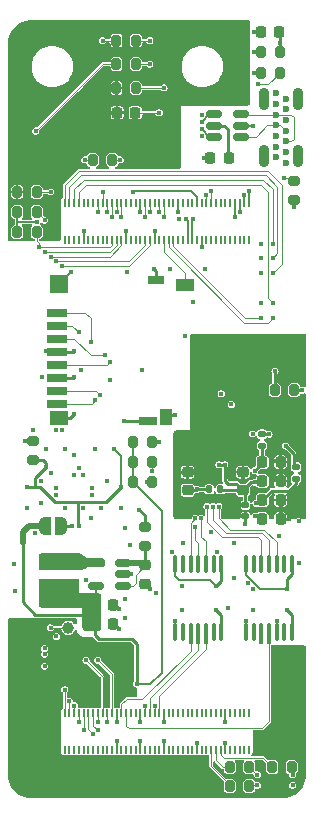
<source format=gbl>
%TF.GenerationSoftware,KiCad,Pcbnew,7.0.1-3b83917a11~172~ubuntu20.04.1*%
%TF.CreationDate,2023-04-27T15:55:01+02:00*%
%TF.ProjectId,radartof-hardware,72616461-7274-46f6-962d-686172647761,1.4*%
%TF.SameCoordinates,Original*%
%TF.FileFunction,Copper,L6,Bot*%
%TF.FilePolarity,Positive*%
%FSLAX46Y46*%
G04 Gerber Fmt 4.6, Leading zero omitted, Abs format (unit mm)*
G04 Created by KiCad (PCBNEW 7.0.1-3b83917a11~172~ubuntu20.04.1) date 2023-04-27 15:55:01*
%MOMM*%
%LPD*%
G01*
G04 APERTURE LIST*
G04 Aperture macros list*
%AMRoundRect*
0 Rectangle with rounded corners*
0 $1 Rounding radius*
0 $2 $3 $4 $5 $6 $7 $8 $9 X,Y pos of 4 corners*
0 Add a 4 corners polygon primitive as box body*
4,1,4,$2,$3,$4,$5,$6,$7,$8,$9,$2,$3,0*
0 Add four circle primitives for the rounded corners*
1,1,$1+$1,$2,$3*
1,1,$1+$1,$4,$5*
1,1,$1+$1,$6,$7*
1,1,$1+$1,$8,$9*
0 Add four rect primitives between the rounded corners*
20,1,$1+$1,$2,$3,$4,$5,0*
20,1,$1+$1,$4,$5,$6,$7,0*
20,1,$1+$1,$6,$7,$8,$9,0*
20,1,$1+$1,$8,$9,$2,$3,0*%
%AMFreePoly0*
4,1,19,0.500000,-0.750000,0.000000,-0.750000,0.000000,-0.744911,-0.071157,-0.744911,-0.207708,-0.704816,-0.327430,-0.627875,-0.420627,-0.520320,-0.479746,-0.390866,-0.500000,-0.250000,-0.500000,0.250000,-0.479746,0.390866,-0.420627,0.520320,-0.327430,0.627875,-0.207708,0.704816,-0.071157,0.744911,0.000000,0.744911,0.000000,0.750000,0.500000,0.750000,0.500000,-0.750000,0.500000,-0.750000,
$1*%
%AMFreePoly1*
4,1,19,0.000000,0.744911,0.071157,0.744911,0.207708,0.704816,0.327430,0.627875,0.420627,0.520320,0.479746,0.390866,0.500000,0.250000,0.500000,-0.250000,0.479746,-0.390866,0.420627,-0.520320,0.327430,-0.627875,0.207708,-0.704816,0.071157,-0.744911,0.000000,-0.744911,0.000000,-0.750000,-0.500000,-0.750000,-0.500000,0.750000,0.000000,0.750000,0.000000,0.744911,0.000000,0.744911,
$1*%
G04 Aperture macros list end*
%TA.AperFunction,ComponentPad*%
%ADD10C,0.600000*%
%TD*%
%TA.AperFunction,ComponentPad*%
%ADD11O,0.900000X1.900000*%
%TD*%
%TA.AperFunction,SMDPad,CuDef*%
%ADD12RoundRect,0.225000X-0.225000X-0.250000X0.225000X-0.250000X0.225000X0.250000X-0.225000X0.250000X0*%
%TD*%
%TA.AperFunction,SMDPad,CuDef*%
%ADD13RoundRect,0.140000X-0.170000X0.140000X-0.170000X-0.140000X0.170000X-0.140000X0.170000X0.140000X0*%
%TD*%
%TA.AperFunction,SMDPad,CuDef*%
%ADD14RoundRect,0.200000X0.200000X0.275000X-0.200000X0.275000X-0.200000X-0.275000X0.200000X-0.275000X0*%
%TD*%
%TA.AperFunction,SMDPad,CuDef*%
%ADD15RoundRect,0.200000X-0.275000X0.200000X-0.275000X-0.200000X0.275000X-0.200000X0.275000X0.200000X0*%
%TD*%
%TA.AperFunction,SMDPad,CuDef*%
%ADD16RoundRect,0.225000X0.225000X0.250000X-0.225000X0.250000X-0.225000X-0.250000X0.225000X-0.250000X0*%
%TD*%
%TA.AperFunction,SMDPad,CuDef*%
%ADD17RoundRect,0.100000X0.100000X-0.637500X0.100000X0.637500X-0.100000X0.637500X-0.100000X-0.637500X0*%
%TD*%
%TA.AperFunction,SMDPad,CuDef*%
%ADD18RoundRect,0.200000X-0.200000X-0.275000X0.200000X-0.275000X0.200000X0.275000X-0.200000X0.275000X0*%
%TD*%
%TA.AperFunction,SMDPad,CuDef*%
%ADD19RoundRect,0.150000X0.512500X0.150000X-0.512500X0.150000X-0.512500X-0.150000X0.512500X-0.150000X0*%
%TD*%
%TA.AperFunction,SMDPad,CuDef*%
%ADD20R,1.400000X0.800000*%
%TD*%
%TA.AperFunction,SMDPad,CuDef*%
%ADD21R,1.500000X1.500000*%
%TD*%
%TA.AperFunction,SMDPad,CuDef*%
%ADD22R,1.500000X1.300000*%
%TD*%
%TA.AperFunction,SMDPad,CuDef*%
%ADD23R,1.500000X0.800000*%
%TD*%
%TA.AperFunction,SMDPad,CuDef*%
%ADD24R,1.000000X1.450000*%
%TD*%
%TA.AperFunction,SMDPad,CuDef*%
%ADD25R,1.550000X1.000000*%
%TD*%
%TA.AperFunction,SMDPad,CuDef*%
%ADD26R,1.750000X0.700000*%
%TD*%
%TA.AperFunction,SMDPad,CuDef*%
%ADD27RoundRect,0.225000X0.250000X-0.225000X0.250000X0.225000X-0.250000X0.225000X-0.250000X-0.225000X0*%
%TD*%
%TA.AperFunction,SMDPad,CuDef*%
%ADD28R,0.200000X0.700000*%
%TD*%
%TA.AperFunction,SMDPad,CuDef*%
%ADD29RoundRect,0.225000X-0.250000X0.225000X-0.250000X-0.225000X0.250000X-0.225000X0.250000X0.225000X0*%
%TD*%
%TA.AperFunction,SMDPad,CuDef*%
%ADD30RoundRect,0.147500X-0.172500X0.147500X-0.172500X-0.147500X0.172500X-0.147500X0.172500X0.147500X0*%
%TD*%
%TA.AperFunction,SMDPad,CuDef*%
%ADD31R,3.400000X1.350000*%
%TD*%
%TA.AperFunction,SMDPad,CuDef*%
%ADD32RoundRect,0.147500X-0.147500X-0.172500X0.147500X-0.172500X0.147500X0.172500X-0.147500X0.172500X0*%
%TD*%
%TA.AperFunction,SMDPad,CuDef*%
%ADD33FreePoly0,0.000000*%
%TD*%
%TA.AperFunction,SMDPad,CuDef*%
%ADD34FreePoly1,0.000000*%
%TD*%
%TA.AperFunction,SMDPad,CuDef*%
%ADD35RoundRect,0.200000X0.275000X-0.200000X0.275000X0.200000X-0.275000X0.200000X-0.275000X-0.200000X0*%
%TD*%
%TA.AperFunction,SMDPad,CuDef*%
%ADD36C,1.000000*%
%TD*%
%TA.AperFunction,ViaPad*%
%ADD37C,0.400000*%
%TD*%
%TA.AperFunction,Conductor*%
%ADD38C,0.250000*%
%TD*%
%TA.AperFunction,Conductor*%
%ADD39C,0.100000*%
%TD*%
%TA.AperFunction,Conductor*%
%ADD40C,0.150000*%
%TD*%
%TA.AperFunction,Conductor*%
%ADD41C,0.200000*%
%TD*%
%TA.AperFunction,Conductor*%
%ADD42C,0.500000*%
%TD*%
G04 APERTURE END LIST*
D10*
%TO.P,J4,A1,GND*%
%TO.N,GND*%
X160906750Y-73725000D03*
%TO.P,J4,A4,VBUS*%
%TO.N,unconnected-(J4-VBUS-PadA4)*%
X160906750Y-74625000D03*
%TO.P,J4,A5,CC1*%
%TO.N,Net-(J4-CC1)*%
X160906750Y-75525000D03*
%TO.P,J4,A6,D+*%
%TO.N,/Connectors/conn_USB-*%
X160906750Y-76425000D03*
%TO.P,J4,A7,D-*%
%TO.N,/Connectors/conn_USB+*%
X160906750Y-77325000D03*
%TO.P,J4,A9,VBUS*%
%TO.N,unconnected-(J4-VBUS-PadA4)*%
X160906750Y-78225000D03*
%TO.P,J4,A12,GND*%
%TO.N,GND*%
X160906750Y-79125000D03*
%TO.P,J4,B1,GND*%
X160126750Y-78675000D03*
%TO.P,J4,B4,VBUS*%
%TO.N,unconnected-(J4-VBUS-PadA4)*%
X160126750Y-77775000D03*
%TO.P,J4,B5,CC2*%
%TO.N,Net-(J4-CC2)*%
X160126750Y-76875000D03*
%TO.P,J4,B6,D+*%
%TO.N,/Connectors/conn_USB-*%
X160126750Y-75975000D03*
%TO.P,J4,B7,D-*%
%TO.N,/Connectors/conn_USB+*%
X160126750Y-75075000D03*
%TO.P,J4,B9,VBUS*%
%TO.N,unconnected-(J4-VBUS-PadA4)*%
X160126750Y-74175000D03*
%TO.P,J4,B12,GND*%
%TO.N,GND*%
X160126750Y-73275000D03*
D11*
%TO.P,J4,S1,SHIELD*%
%TO.N,/Connectors/USB_Shield*%
X161946750Y-78575000D03*
X161946750Y-73775000D03*
X159086750Y-78575000D03*
X159086750Y-73775000D03*
%TD*%
D12*
%TO.P,C21,1*%
%TO.N,/Radar/VDD_VCO*%
X158925000Y-104500000D03*
%TO.P,C21,2*%
%TO.N,GND*%
X160475000Y-104500000D03*
%TD*%
D13*
%TO.P,C20,1*%
%TO.N,/Radar/VDD_RF*%
X157500000Y-108120000D03*
%TO.P,C20,2*%
%TO.N,GND*%
X157500000Y-109080000D03*
%TD*%
D14*
%TO.P,R9,1*%
%TO.N,/Camera/CAM_PWDN*%
X148225000Y-72800000D03*
%TO.P,R9,2*%
%TO.N,GND*%
X146575000Y-72800000D03*
%TD*%
D15*
%TO.P,R24,1*%
%TO.N,+3.3V*%
X139500000Y-102675000D03*
%TO.P,R24,2*%
%TO.N,VTOF*%
X139500000Y-104325000D03*
%TD*%
D12*
%TO.P,C16,1*%
%TO.N,/Radar/VDD_RF*%
X158925000Y-106100000D03*
%TO.P,C16,2*%
%TO.N,GND*%
X160475000Y-106100000D03*
%TD*%
D16*
%TO.P,C54,1*%
%TO.N,/Connectors/USB_Shield*%
X160375000Y-68100000D03*
%TO.P,C54,2*%
%TO.N,GND*%
X158825000Y-68100000D03*
%TD*%
D14*
%TO.P,R18,1*%
%TO.N,/Connectors/ETH_LED2*%
X148225000Y-70800000D03*
%TO.P,R18,2*%
%TO.N,Net-(J5-Pad1)*%
X146575000Y-70800000D03*
%TD*%
D12*
%TO.P,C48,1*%
%TO.N,VCAM*%
X144725000Y-118200000D03*
%TO.P,C48,2*%
%TO.N,GND*%
X146275000Y-118200000D03*
%TD*%
D17*
%TO.P,U6,1,VCCA*%
%TO.N,Vradar*%
X161450000Y-118862500D03*
%TO.P,U6,2,A1*%
%TO.N,unconnected-(U6-A1-Pad2)*%
X160800000Y-118862500D03*
%TO.P,U6,3,A2*%
%TO.N,/Portenta/SPI2_NSS*%
X160150000Y-118862500D03*
%TO.P,U6,4,A3*%
%TO.N,/Portenta/RADAR_nRST*%
X159500000Y-118862500D03*
%TO.P,U6,5,A4Y*%
%TO.N,/Portenta/SPI2_MISO*%
X158850000Y-118862500D03*
%TO.P,U6,6,NC*%
%TO.N,unconnected-(U6-NC-Pad6)*%
X158200000Y-118862500D03*
%TO.P,U6,7,GND*%
%TO.N,GND*%
X157550000Y-118862500D03*
%TO.P,U6,8,OE*%
%TO.N,+1V8*%
X157550000Y-113137500D03*
%TO.P,U6,9,NC*%
%TO.N,unconnected-(U6-NC-Pad9)*%
X158200000Y-113137500D03*
%TO.P,U6,10,B4*%
%TO.N,/Radar/MISO_1V8*%
X158850000Y-113137500D03*
%TO.P,U6,11,B3Y*%
%TO.N,/Radar/RST_1V8*%
X159500000Y-113137500D03*
%TO.P,U6,12,B2Y*%
%TO.N,/Radar/NSS_1V8*%
X160150000Y-113137500D03*
%TO.P,U6,13,B1Y*%
%TO.N,unconnected-(U6-B1Y-Pad13)*%
X160800000Y-113137500D03*
%TO.P,U6,14,VCCB*%
%TO.N,+1V8*%
X161450000Y-113137500D03*
%TD*%
D18*
%TO.P,R16,1*%
%TO.N,GND*%
X158775000Y-71500000D03*
%TO.P,R16,2*%
%TO.N,Net-(J4-CC1)*%
X160425000Y-71500000D03*
%TD*%
%TO.P,R25,1*%
%TO.N,/Portenta/nLEDR*%
X156175000Y-131900000D03*
%TO.P,R25,2*%
%TO.N,/Portenta/CATR*%
X157825000Y-131900000D03*
%TD*%
D16*
%TO.P,C34,1*%
%TO.N,/Camera/CAM_nRST*%
X148175000Y-74900000D03*
%TO.P,C34,2*%
%TO.N,GND*%
X146625000Y-74900000D03*
%TD*%
%TO.P,C53,1*%
%TO.N,Net-(U12-VBUS)*%
X156075000Y-78700000D03*
%TO.P,C53,2*%
%TO.N,GND*%
X154525000Y-78700000D03*
%TD*%
D19*
%TO.P,U11,1,Vin*%
%TO.N,/Camera/5v_tof*%
X147137500Y-113050000D03*
%TO.P,U11,2,GND*%
%TO.N,GND*%
X147137500Y-114000000D03*
%TO.P,U11,3,EN*%
%TO.N,/Camera/5v_tof*%
X147137500Y-114950000D03*
%TO.P,U11,4,FB*%
%TO.N,VCAM*%
X144862500Y-114950000D03*
%TO.P,U11,5,SW*%
%TO.N,/Camera/LX*%
X144862500Y-113050000D03*
%TD*%
D20*
%TO.P,J3,11,SHIELD*%
%TO.N,GND*%
X149937500Y-89050000D03*
D21*
X141687500Y-89375000D03*
D22*
X141687500Y-100725000D03*
D23*
X149287500Y-100975000D03*
D24*
%TO.P,J3,10,DET_A*%
X150787500Y-100650000D03*
D25*
%TO.P,J3,9,DET_B*%
%TO.N,/Portenta/SDC_CD*%
X152362500Y-89450000D03*
D26*
%TO.P,J3,8,DAT1*%
%TO.N,/Portenta/SDC_D1*%
X141562500Y-99525000D03*
%TO.P,J3,7,DAT0*%
%TO.N,/Portenta/SDC_D0*%
X141562500Y-98425000D03*
%TO.P,J3,6,VSS*%
%TO.N,GND*%
X141562500Y-97325000D03*
%TO.P,J3,5,CLK*%
%TO.N,/Portenta/SDC_CLK*%
X141562500Y-96225000D03*
%TO.P,J3,4,VDD*%
%TO.N,+3.3V*%
X141562500Y-95125000D03*
%TO.P,J3,3,CMD*%
%TO.N,/Portenta/SDC_CMD*%
X141562500Y-94025000D03*
%TO.P,J3,2,DAT3/CD*%
%TO.N,/Portenta/SDC_D3*%
X141562500Y-92925000D03*
%TO.P,J3,1,DAT2*%
%TO.N,Net-(J3-DAT2)*%
X141562500Y-91825000D03*
%TD*%
D27*
%TO.P,C18,1*%
%TO.N,+1V8*%
X152600000Y-106875000D03*
%TO.P,C18,2*%
%TO.N,GND*%
X152600000Y-105325000D03*
%TD*%
D18*
%TO.P,R5,1*%
%TO.N,+3.3V*%
X138175000Y-85000000D03*
%TO.P,R5,2*%
%TO.N,/Portenta/TOF_LPn*%
X139825000Y-85000000D03*
%TD*%
D12*
%TO.P,C47,1*%
%TO.N,VCAM*%
X144725000Y-116600000D03*
%TO.P,C47,2*%
%TO.N,GND*%
X146275000Y-116600000D03*
%TD*%
D18*
%TO.P,R11,1*%
%TO.N,VCAM*%
X147975000Y-106200000D03*
%TO.P,R11,2*%
%TO.N,/Camera/I2C1_SCL*%
X149625000Y-106200000D03*
%TD*%
D28*
%TO.P,U1,J1_1,ETH_A+*%
%TO.N,/Connectors/ETH_A+*%
X157800000Y-82580000D03*
%TO.P,U1,J1_2,NC*%
%TO.N,unconnected-(U1A-NC-PadJ1_2)*%
X157800000Y-85660000D03*
%TO.P,U1,J1_3,ETH_A-*%
%TO.N,/Connectors/ETH_A-*%
X157400000Y-82580000D03*
%TO.P,U1,J1_4,NC*%
%TO.N,unconnected-(U1A-NC-PadJ1_4)*%
X157400000Y-85660000D03*
%TO.P,U1,J1_5,ETH_B+*%
%TO.N,/Connectors/ETH_B+*%
X157000000Y-82580000D03*
%TO.P,U1,J1_6,NC*%
%TO.N,unconnected-(U1A-NC-PadJ1_6)*%
X157000000Y-85660000D03*
%TO.P,U1,J1_7,ETH_B-*%
%TO.N,/Connectors/ETH_B-*%
X156600000Y-82580000D03*
%TO.P,U1,J1_8,NC*%
%TO.N,unconnected-(U1A-NC-PadJ1_8)*%
X156600000Y-85660000D03*
%TO.P,U1,J1_9,NC*%
%TO.N,unconnected-(U1A-NC-PadJ1_9)*%
X156200000Y-82580000D03*
%TO.P,U1,J1_10,DSI_D1+*%
%TO.N,unconnected-(U1A-DSI_D1+-PadJ1_10)*%
X156200000Y-85660000D03*
%TO.P,U1,J1_11,NC*%
%TO.N,unconnected-(U1A-NC-PadJ1_11)*%
X155800000Y-82580000D03*
%TO.P,U1,J1_12,DSI_D1-*%
%TO.N,unconnected-(U1A-DSI_D1--PadJ1_12)*%
X155800000Y-85660000D03*
%TO.P,U1,J1_13,NC*%
%TO.N,unconnected-(U1A-NC-PadJ1_13)*%
X155400000Y-82580000D03*
%TO.P,U1,J1_14,DSI_D0+*%
%TO.N,unconnected-(U1A-DSI_D0+-PadJ1_14)*%
X155400000Y-85660000D03*
%TO.P,U1,J1_15,NC*%
%TO.N,unconnected-(U1A-NC-PadJ1_15)*%
X155000000Y-82580000D03*
%TO.P,U1,J1_16,DSI_D0-*%
%TO.N,unconnected-(U1A-DSI_D0--PadJ1_16)*%
X155000000Y-85660000D03*
%TO.P,U1,J1_17,ETH_L1*%
%TO.N,/Connectors/ETH_LED1*%
X154600000Y-82580000D03*
%TO.P,U1,J1_18,DSI_CK+*%
%TO.N,unconnected-(U1A-DSI_CK+-PadJ1_18)*%
X154600000Y-85660000D03*
%TO.P,U1,J1_19,ETH_L2*%
%TO.N,/Connectors/ETH_LED2*%
X154200000Y-82580000D03*
%TO.P,U1,J1_20,DSI_CK-*%
%TO.N,unconnected-(U1A-DSI_CK--PadJ1_20)*%
X154200000Y-85660000D03*
%TO.P,U1,J1_21,VIN*%
%TO.N,unconnected-(U1A-VIN-PadJ1_21)*%
X153800000Y-82580000D03*
%TO.P,U1,J1_22,GND*%
%TO.N,GND*%
X153800000Y-85660000D03*
%TO.P,U1,J1_23,USB1_VBUS*%
%TO.N,+5V*%
X153400000Y-82580000D03*
%TO.P,U1,J1_24,NC*%
%TO.N,unconnected-(U1A-NC-PadJ1_24)*%
X153400000Y-85660000D03*
%TO.P,U1,J1_25,USB1_D+*%
%TO.N,unconnected-(U1A-USB1_D+-PadJ1_25)*%
X153000000Y-82580000D03*
%TO.P,U1,J1_26,USB0_D+*%
%TO.N,/Connectors/USB_FS+*%
X153000000Y-85660000D03*
%TO.P,U1,J1_27,USB1_D-*%
%TO.N,unconnected-(U1A-USB1_D--PadJ1_27)*%
X152600000Y-82580000D03*
%TO.P,U1,J1_28,USB0_D-*%
%TO.N,/Connectors/USB_FS-*%
X152600000Y-85660000D03*
%TO.P,U1,J1_29,USB1_ID*%
%TO.N,unconnected-(U1A-USB1_ID-PadJ1_29)*%
X152200000Y-82580000D03*
%TO.P,U1,J1_30,NC*%
%TO.N,unconnected-(U1A-NC-PadJ1_30)*%
X152200000Y-85660000D03*
%TO.P,U1,J1_31,GND*%
%TO.N,GND*%
X151800000Y-82580000D03*
%TO.P,U1,J1_32,VIN*%
%TO.N,unconnected-(U1A-VIN-PadJ1_21)*%
X151800000Y-85660000D03*
%TO.P,U1,J1_33,UART1_TX*%
%TO.N,unconnected-(U1A-UART1_TX-PadJ1_33)*%
X151400000Y-82580000D03*
%TO.P,U1,J1_34,UART0_TX*%
%TO.N,/Portenta/UART4_TX*%
X151400000Y-85660000D03*
%TO.P,U1,J1_35,UART1_RX*%
%TO.N,unconnected-(U1A-UART1_RX-PadJ1_35)*%
X151000000Y-82580000D03*
%TO.P,U1,J1_36,UART0_RX*%
%TO.N,/Portenta/UART4_RX*%
X151000000Y-85660000D03*
%TO.P,U1,J1_37,UART1_RTS*%
%TO.N,/Camera/CAM_PWDN*%
X150600000Y-82580000D03*
%TO.P,U1,J1_38,UART0_RTS*%
%TO.N,/Portenta/SDC_CD*%
X150600000Y-85660000D03*
%TO.P,U1,J1_39,UART1_CTS*%
%TO.N,/Camera/CAM_nRST*%
X150200000Y-82580000D03*
%TO.P,U1,J1_40,UART0_CTS*%
%TO.N,unconnected-(U1A-UART0_CTS-PadJ1_40)*%
X150200000Y-85660000D03*
%TO.P,U1,J1_41,VIN*%
%TO.N,unconnected-(U1A-VIN-PadJ1_21)*%
X149800000Y-82580000D03*
%TO.P,U1,J1_42,GND*%
%TO.N,GND*%
X149800000Y-85660000D03*
%TO.P,U1,J1_43,I2C1_SDA*%
%TO.N,/Camera/I2C1_SDA*%
X149400000Y-82580000D03*
%TO.P,U1,J1_44,I2C0_SDA*%
%TO.N,/Portenta/I2C3_SDA*%
X149400000Y-85660000D03*
%TO.P,U1,J1_45,I2C1_SCL*%
%TO.N,/Camera/I2C1_SCL*%
X149000000Y-82580000D03*
%TO.P,U1,J1_46,I2C0_SCL*%
%TO.N,/Portenta/I2C3_SCL*%
X149000000Y-85660000D03*
%TO.P,U1,J1_47,GND*%
%TO.N,GND*%
X148600000Y-82580000D03*
%TO.P,U1,J1_48,VIN*%
%TO.N,unconnected-(U1A-VIN-PadJ1_21)*%
X148600000Y-85660000D03*
%TO.P,U1,J1_49,CAN1_TX*%
%TO.N,unconnected-(U1A-CAN1_TX-PadJ1_49)*%
X148200000Y-82580000D03*
%TO.P,U1,J1_50,NC*%
%TO.N,unconnected-(U1A-NC-PadJ1_50)*%
X148200000Y-85660000D03*
%TO.P,U1,J1_51,CAN1_RX*%
%TO.N,unconnected-(U1A-CAN1_RX-PadJ1_51)*%
X147800000Y-82580000D03*
%TO.P,U1,J1_52,NC*%
%TO.N,unconnected-(U1A-NC-PadJ1_52)*%
X147800000Y-85660000D03*
%TO.P,U1,J1_53,VSYS*%
%TO.N,unconnected-(U1A-VSYS-PadJ1_53)*%
X147400000Y-82580000D03*
%TO.P,U1,J1_54,GND*%
%TO.N,GND*%
X147400000Y-85660000D03*
%TO.P,U1,J1_55,SDC_CLK*%
%TO.N,/Portenta/SDC_CLK*%
X147000000Y-82580000D03*
%TO.P,U1,J1_56,I2S_MCK*%
%TO.N,/Portenta/TOF_RST*%
X147000000Y-85660000D03*
%TO.P,U1,J1_57,SDC_CMD*%
%TO.N,/Portenta/SDC_CMD*%
X146600000Y-82580000D03*
%TO.P,U1,J1_58,I2S_WS*%
%TO.N,/Portenta/TOF_INT*%
X146600000Y-85660000D03*
%TO.P,U1,J1_59,SDC_D0*%
%TO.N,/Portenta/SDC_D0*%
X146200000Y-82580000D03*
%TO.P,U1,J1_60,I2S_DI*%
%TO.N,/Portenta/TOF_LPn*%
X146200000Y-85660000D03*
%TO.P,U1,J1_61,SDC_D1*%
%TO.N,/Portenta/SDC_D1*%
X145800000Y-82580000D03*
%TO.P,U1,J1_62,I2S_DO*%
%TO.N,unconnected-(U1A-I2S_DO-PadJ1_62)*%
X145800000Y-85660000D03*
%TO.P,U1,J1_63,SDC_D2*%
%TO.N,/Portenta/SDC_D2*%
X145400000Y-82580000D03*
%TO.P,U1,J1_64,VSYS*%
%TO.N,unconnected-(U1A-VSYS-PadJ1_53)*%
X145400000Y-85660000D03*
%TO.P,U1,J1_65,SDC_D3*%
%TO.N,/Portenta/SDC_D3*%
X145000000Y-82580000D03*
%TO.P,U1,J1_66,DMIC_CK*%
%TO.N,unconnected-(U1A-DMIC_CK-PadJ1_66)*%
X145000000Y-85660000D03*
%TO.P,U1,J1_67,NC*%
%TO.N,unconnected-(U1A-NC-PadJ1_67)*%
X144600000Y-82580000D03*
%TO.P,U1,J1_68,DMIC_D0*%
%TO.N,unconnected-(U1A-DMIC_D0-PadJ1_68)*%
X144600000Y-85660000D03*
%TO.P,U1,J1_69,NC*%
%TO.N,unconnected-(U1A-NC-PadJ1_69)*%
X144200000Y-82580000D03*
%TO.P,U1,J1_70,NC*%
%TO.N,unconnected-(U1A-NC-PadJ1_70)*%
X144200000Y-85660000D03*
%TO.P,U1,J1_71,NC*%
%TO.N,unconnected-(U1A-NC-PadJ1_71)*%
X143800000Y-82580000D03*
%TO.P,U1,J1_72,V-SDCARD*%
%TO.N,+3.3V*%
X143800000Y-85660000D03*
%TO.P,U1,J1_73,~{RESET}*%
%TO.N,/Portenta/nRST*%
X143400000Y-82580000D03*
%TO.P,U1,J1_74,NC*%
%TO.N,unconnected-(U1A-NC-PadJ1_74)*%
X143400000Y-85660000D03*
%TO.P,U1,J1_75,SWDIO*%
%TO.N,/Portenta/SWDIO*%
X143000000Y-82580000D03*
%TO.P,U1,J1_76,NC*%
%TO.N,unconnected-(U1A-NC-PadJ1_76)*%
X143000000Y-85660000D03*
%TO.P,U1,J1_77,SWCK*%
%TO.N,/Portenta/SWCLK*%
X142600000Y-82580000D03*
%TO.P,U1,J1_78,NC*%
%TO.N,unconnected-(U1A-NC-PadJ1_78)*%
X142600000Y-85660000D03*
%TO.P,U1,J1_79,SWO*%
%TO.N,/Portenta/SWO*%
X142200000Y-82580000D03*
%TO.P,U1,J1_80,NC*%
%TO.N,unconnected-(U1A-NC-PadJ1_80)*%
X142200000Y-85660000D03*
%TO.P,U1,J2_1,FORCE_BOOTLOADER*%
%TO.N,unconnected-(U1B-FORCE_BOOTLOADER-PadJ2_1)*%
X142200000Y-128840000D03*
%TO.P,U1,J2_2,CAM_D7*%
%TO.N,/Camera/CAM_D7*%
X142200000Y-125760000D03*
%TO.P,U1,J2_3,BOOT_SOURCE*%
%TO.N,unconnected-(U1B-BOOT_SOURCE-PadJ2_3)*%
X142600000Y-128840000D03*
%TO.P,U1,J2_4,CAM_D6*%
%TO.N,/Camera/CAM_D6*%
X142600000Y-125760000D03*
%TO.P,U1,J2_5,POWER_ON_REQ*%
%TO.N,unconnected-(U1B-POWER_ON_REQ-PadJ2_5)*%
X143000000Y-128840000D03*
%TO.P,U1,J2_6,CAM_D5*%
%TO.N,/Camera/CAM_D5*%
X143000000Y-125760000D03*
%TO.P,U1,J2_7,COINCELL*%
%TO.N,unconnected-(U1B-COINCELL-PadJ2_7)*%
X143400000Y-128840000D03*
%TO.P,U1,J2_8,CAM_D4*%
%TO.N,/Camera/CAM_D4*%
X143400000Y-125760000D03*
%TO.P,U1,J2_9,NC_1*%
%TO.N,unconnected-(U1B-NC_1-PadJ2_9)*%
X143800000Y-128840000D03*
%TO.P,U1,J2_10,CAM_D3*%
%TO.N,/Camera/CAM_D3*%
X143800000Y-125760000D03*
%TO.P,U1,J2_11,NC_1*%
%TO.N,unconnected-(U1B-NC_1-PadJ2_11)*%
X144200000Y-128840000D03*
%TO.P,U1,J2_12,CAM_D2*%
%TO.N,/Camera/CAM_D2*%
X144200000Y-125760000D03*
%TO.P,U1,J2_13,NC_1*%
%TO.N,unconnected-(U1B-NC_1-PadJ2_13)*%
X144600000Y-128840000D03*
%TO.P,U1,J2_14,CAM_D1*%
%TO.N,/Camera/CAM_D1*%
X144600000Y-125760000D03*
%TO.P,U1,J2_15,NC_1*%
%TO.N,unconnected-(U1B-NC_1-PadJ2_15)*%
X145000000Y-128840000D03*
%TO.P,U1,J2_16,CAM_D0*%
%TO.N,/Camera/CAM_D0*%
X145000000Y-125760000D03*
%TO.P,U1,J2_17,NC_1*%
%TO.N,unconnected-(U1B-NC_1-PadJ2_17)*%
X145400000Y-128840000D03*
%TO.P,U1,J2_18,CAM_VS*%
%TO.N,/Camera/CAM_VS*%
X145400000Y-125760000D03*
%TO.P,U1,J2_19,NC_1*%
%TO.N,unconnected-(U1B-NC_1-PadJ2_19)*%
X145800000Y-128840000D03*
%TO.P,U1,J2_20,CAM_CLK*%
%TO.N,/Camera/CAM_CK*%
X145800000Y-125760000D03*
%TO.P,U1,J2_21,NC_1*%
%TO.N,unconnected-(U1B-NC_1-PadJ2_21)*%
X146200000Y-128840000D03*
%TO.P,U1,J2_22,CAM_HS*%
%TO.N,/Camera/CAM_HS*%
X146200000Y-125760000D03*
%TO.P,U1,J2_23,VCC/+3V3*%
%TO.N,+3.3V*%
X146600000Y-128840000D03*
%TO.P,U1,J2_24,GND_1*%
%TO.N,GND*%
X146600000Y-125760000D03*
%TO.P,U1,J2_25,UART3_TX*%
%TO.N,unconnected-(U1B-UART3_TX-PadJ2_25)*%
X147000000Y-128840000D03*
%TO.P,U1,J2_26,UART2_TX*%
%TO.N,/Portenta/RADAR_INT*%
X147000000Y-125760000D03*
%TO.P,U1,J2_27,UART3_RX*%
%TO.N,unconnected-(U1B-UART3_RX-PadJ2_27)*%
X147400000Y-128840000D03*
%TO.P,U1,J2_28,UART2_RX*%
%TO.N,/Portenta/RADAR_nRST*%
X147400000Y-125760000D03*
%TO.P,U1,J2_29,NC_1*%
%TO.N,unconnected-(U1B-NC_1-PadJ2_29)*%
X147800000Y-128840000D03*
%TO.P,U1,J2_30,NC_1*%
%TO.N,unconnected-(U1B-NC_1-PadJ2_30)*%
X147800000Y-125760000D03*
%TO.P,U1,J2_31,NC_1*%
%TO.N,unconnected-(U1B-NC_1-PadJ2_31)*%
X148200000Y-128840000D03*
%TO.P,U1,J2_32,NC_1*%
%TO.N,unconnected-(U1B-NC_1-PadJ2_32)*%
X148200000Y-125760000D03*
%TO.P,U1,J2_33,GND_1*%
%TO.N,GND*%
X148600000Y-128840000D03*
%TO.P,U1,J2_34,VCC*%
%TO.N,+3.3V*%
X148600000Y-125760000D03*
%TO.P,U1,J2_35,NC_1*%
%TO.N,unconnected-(U1B-NC_1-PadJ2_35)*%
X149000000Y-128840000D03*
%TO.P,U1,J2_36,SPI1_CS*%
%TO.N,/Portenta/SPI2_NSS*%
X149000000Y-125760000D03*
%TO.P,U1,J2_37,NC_1*%
%TO.N,unconnected-(U1B-NC_1-PadJ2_37)*%
X149400000Y-128840000D03*
%TO.P,U1,J2_38,SPI1_CK*%
%TO.N,/Portenta/SPI2_SCK*%
X149400000Y-125760000D03*
%TO.P,U1,J2_39,NC_1*%
%TO.N,unconnected-(U1B-NC_1-PadJ2_39)*%
X149800000Y-128840000D03*
%TO.P,U1,J2_40,SPI1_MISO*%
%TO.N,/Portenta/SPI2_MISO*%
X149800000Y-125760000D03*
%TO.P,U1,J2_41,NC_1*%
%TO.N,unconnected-(U1B-NC_1-PadJ2_41)*%
X150200000Y-128840000D03*
%TO.P,U1,J2_42,SPI1_MOSI*%
%TO.N,/Portenta/SPI2_MOSI*%
X150200000Y-125760000D03*
%TO.P,U1,J2_43,VCC/+3V3*%
%TO.N,+3.3V*%
X150600000Y-128840000D03*
%TO.P,U1,J2_44,GND_1*%
%TO.N,GND*%
X150600000Y-125760000D03*
%TO.P,U1,J2_45,I2C2_SDA*%
%TO.N,unconnected-(U1B-I2C2_SDA-PadJ2_45)*%
X151000000Y-128840000D03*
%TO.P,U1,J2_46,GPIO_0*%
%TO.N,unconnected-(U1B-GPIO_0-PadJ2_46)*%
X151000000Y-125760000D03*
%TO.P,U1,J2_47,I2C2_SCL*%
%TO.N,unconnected-(U1B-I2C2_SCL-PadJ2_47)*%
X151400000Y-128840000D03*
%TO.P,U1,J2_48,GPIO_1*%
%TO.N,unconnected-(U1B-GPIO_1-PadJ2_48)*%
X151400000Y-125760000D03*
%TO.P,U1,J2_49,SAI_CK*%
%TO.N,unconnected-(U1B-SAI_CK-PadJ2_49)*%
X151800000Y-128840000D03*
%TO.P,U1,J2_50,GPIO_2*%
%TO.N,unconnected-(U1B-GPIO_2-PadJ2_50)*%
X151800000Y-125760000D03*
%TO.P,U1,J2_51,SAI_FS*%
%TO.N,unconnected-(U1B-SAI_FS-PadJ2_51)*%
X152200000Y-128840000D03*
%TO.P,U1,J2_52,GPIO_3*%
%TO.N,unconnected-(U1B-GPIO_3-PadJ2_52)*%
X152200000Y-125760000D03*
%TO.P,U1,J2_53,SAI_D0*%
%TO.N,unconnected-(U1B-SAI_D0-PadJ2_53)*%
X152600000Y-128840000D03*
%TO.P,U1,J2_54,GPIO_4*%
%TO.N,unconnected-(U1B-GPIO_4-PadJ2_54)*%
X152600000Y-125760000D03*
%TO.P,U1,J2_55,NC_1*%
%TO.N,unconnected-(U1B-NC_1-PadJ2_55)*%
X153000000Y-128840000D03*
%TO.P,U1,J2_56,GPIO_5*%
%TO.N,unconnected-(U1B-GPIO_5-PadJ2_56)*%
X153000000Y-125760000D03*
%TO.P,U1,J2_57,GND_1*%
%TO.N,GND*%
X153400000Y-128840000D03*
%TO.P,U1,J2_58,GPIO_6*%
%TO.N,unconnected-(U1B-GPIO_6-PadJ2_58)*%
X153400000Y-125760000D03*
%TO.P,U1,J2_59,PWM_1*%
%TO.N,unconnected-(U1B-PWM_1-PadJ2_59)*%
X153800000Y-128840000D03*
%TO.P,U1,J2_60,PWM_6*%
%TO.N,unconnected-(U1B-PWM_6-PadJ2_60)*%
X153800000Y-125760000D03*
%TO.P,U1,J2_61,PWM_2*%
%TO.N,unconnected-(U1B-PWM_2-PadJ2_61)*%
X154200000Y-128840000D03*
%TO.P,U1,J2_62,PWM_7*%
%TO.N,unconnected-(U1B-PWM_7-PadJ2_62)*%
X154200000Y-125760000D03*
%TO.P,U1,J2_63,PWM_3*%
%TO.N,/Portenta/nLEDR*%
X154600000Y-128840000D03*
%TO.P,U1,J2_64,PWM_8*%
%TO.N,unconnected-(U1B-PWM_8-PadJ2_64)*%
X154600000Y-125760000D03*
%TO.P,U1,J2_65,PWM_4*%
%TO.N,/Portenta/nLEDG*%
X155000000Y-128840000D03*
%TO.P,U1,J2_66,PWM_9*%
%TO.N,unconnected-(U1B-PWM_9-PadJ2_66)*%
X155000000Y-125760000D03*
%TO.P,U1,J2_67,PWM_5*%
%TO.N,/Portenta/nLEDB*%
X155400000Y-128840000D03*
%TO.P,U1,J2_68,PWM_10*%
%TO.N,unconnected-(U1B-PWM_10-PadJ2_68)*%
X155400000Y-125760000D03*
%TO.P,U1,J2_69,VCC/+3V3*%
%TO.N,+3.3V*%
X155800000Y-128840000D03*
%TO.P,U1,J2_70,GND_1*%
%TO.N,GND*%
X155800000Y-125760000D03*
%TO.P,U1,J2_71,ADC_VREF+*%
%TO.N,unconnected-(U1B-ADC_VREF+-PadJ2_71)*%
X156200000Y-128840000D03*
%TO.P,U1,J2_72,ADC_VREF-*%
%TO.N,unconnected-(U1B-ADC_VREF--PadJ2_72)*%
X156200000Y-125760000D03*
%TO.P,U1,J2_73,ADC_A0*%
%TO.N,unconnected-(U1B-ADC_A0-PadJ2_73)*%
X156600000Y-128840000D03*
%TO.P,U1,J2_74,ADC_A4*%
%TO.N,unconnected-(U1B-ADC_A4-PadJ2_74)*%
X156600000Y-125760000D03*
%TO.P,U1,J2_75,ADC_A1*%
%TO.N,unconnected-(U1B-ADC_A1-PadJ2_75)*%
X157000000Y-128840000D03*
%TO.P,U1,J2_76,ADC_A5*%
%TO.N,unconnected-(U1B-ADC_A5-PadJ2_76)*%
X157000000Y-125760000D03*
%TO.P,U1,J2_77,ADC_A2*%
%TO.N,unconnected-(U1B-ADC_A2-PadJ2_77)*%
X157400000Y-128840000D03*
%TO.P,U1,J2_78,ADC_A6*%
%TO.N,unconnected-(U1B-ADC_A6-PadJ2_78)*%
X157400000Y-125760000D03*
%TO.P,U1,J2_79,ADC_A3*%
%TO.N,unconnected-(U1B-ADC_A3-PadJ2_79)*%
X157800000Y-128840000D03*
%TO.P,U1,J2_80,ADC_A7*%
%TO.N,unconnected-(U1B-ADC_A7-PadJ2_80)*%
X157800000Y-125760000D03*
%TD*%
D29*
%TO.P,C46,1*%
%TO.N,/Camera/5v_tof*%
X149000000Y-113225000D03*
%TO.P,C46,2*%
%TO.N,GND*%
X149000000Y-114775000D03*
%TD*%
D14*
%TO.P,R20,1*%
%TO.N,/Connectors/USB_Shield*%
X160425000Y-69800000D03*
%TO.P,R20,2*%
%TO.N,GND*%
X158775000Y-69800000D03*
%TD*%
D30*
%TO.P,L5,1,1*%
%TO.N,+1V8*%
X161800000Y-104915000D03*
%TO.P,L5,2,2*%
%TO.N,/Radar/VDD_PLL*%
X161800000Y-105885000D03*
%TD*%
D31*
%TO.P,L8,1,1*%
%TO.N,/Camera/LX*%
X141700000Y-112925000D03*
%TO.P,L8,2,2*%
%TO.N,VCAM*%
X141700000Y-115075000D03*
%TD*%
D27*
%TO.P,C19,1*%
%TO.N,/Radar/VDD_RF*%
X157300000Y-106875000D03*
%TO.P,C19,2*%
%TO.N,GND*%
X157300000Y-105325000D03*
%TD*%
D18*
%TO.P,R10,1*%
%TO.N,VCAM*%
X147975000Y-104500000D03*
%TO.P,R10,2*%
%TO.N,/Camera/I2C1_SDA*%
X149625000Y-104500000D03*
%TD*%
D32*
%TO.P,L6,1,1*%
%TO.N,+1V8*%
X154415000Y-106800000D03*
%TO.P,L6,2,2*%
%TO.N,/Radar/VDD_RF*%
X155385000Y-106800000D03*
%TD*%
D15*
%TO.P,R22,1*%
%TO.N,+5V*%
X149000000Y-109975000D03*
%TO.P,R22,2*%
%TO.N,/Camera/5v_tof*%
X149000000Y-111625000D03*
%TD*%
D18*
%TO.P,R21,1*%
%TO.N,/Portenta/SDC_D2*%
X144575000Y-78900000D03*
%TO.P,R21,2*%
%TO.N,Net-(J3-DAT2)*%
X146225000Y-78900000D03*
%TD*%
D12*
%TO.P,C14,1*%
%TO.N,/Radar/VDD_PLL*%
X158925000Y-107700000D03*
%TO.P,C14,2*%
%TO.N,GND*%
X160475000Y-107700000D03*
%TD*%
D18*
%TO.P,R27,1*%
%TO.N,/Portenta/nLEDB*%
X159775000Y-130300000D03*
%TO.P,R27,2*%
%TO.N,/Portenta/CATB*%
X161425000Y-130300000D03*
%TD*%
D33*
%TO.P,JP2,1,A*%
%TO.N,VCAM*%
X140550000Y-109900000D03*
D34*
%TO.P,JP2,2,B*%
%TO.N,+3.3V*%
X141850000Y-109900000D03*
%TD*%
D19*
%TO.P,U12,1,I/O1*%
%TO.N,/Connectors/conn_USB+*%
X157137500Y-75050000D03*
%TO.P,U12,2,GND*%
%TO.N,GND*%
X157137500Y-76000000D03*
%TO.P,U12,3,I/O2*%
%TO.N,/Connectors/conn_USB-*%
X157137500Y-76950000D03*
%TO.P,U12,4,I/O2*%
%TO.N,/Connectors/USB_FS+*%
X154862500Y-76950000D03*
%TO.P,U12,5,VBUS*%
%TO.N,Net-(U12-VBUS)*%
X154862500Y-76000000D03*
%TO.P,U12,6,I/O1*%
%TO.N,/Connectors/USB_FS-*%
X154862500Y-75050000D03*
%TD*%
D18*
%TO.P,R26,1*%
%TO.N,/Portenta/nLEDG*%
X156175000Y-130300000D03*
%TO.P,R26,2*%
%TO.N,/Portenta/CATG*%
X157825000Y-130300000D03*
%TD*%
%TO.P,R23,1*%
%TO.N,+3.3V*%
X159975000Y-98400000D03*
%TO.P,R23,2*%
%TO.N,Vradar*%
X161625000Y-98400000D03*
%TD*%
D35*
%TO.P,R17,1*%
%TO.N,GND*%
X161600000Y-82325000D03*
%TO.P,R17,2*%
%TO.N,Net-(J4-CC2)*%
X161600000Y-80675000D03*
%TD*%
D17*
%TO.P,U3,1,VCCA*%
%TO.N,Vradar*%
X155450000Y-118862500D03*
%TO.P,U3,2,A1*%
%TO.N,unconnected-(U3-A1-Pad2)*%
X154800000Y-118862500D03*
%TO.P,U3,3,A2*%
%TO.N,/Portenta/SPI2_MOSI*%
X154150000Y-118862500D03*
%TO.P,U3,4,A3*%
%TO.N,/Portenta/SPI2_SCK*%
X153500000Y-118862500D03*
%TO.P,U3,5,A4Y*%
%TO.N,/Portenta/RADAR_INT*%
X152850000Y-118862500D03*
%TO.P,U3,6,NC*%
%TO.N,unconnected-(U3-NC-Pad6)*%
X152200000Y-118862500D03*
%TO.P,U3,7,GND*%
%TO.N,GND*%
X151550000Y-118862500D03*
%TO.P,U3,8,OE*%
%TO.N,+1V8*%
X151550000Y-113137500D03*
%TO.P,U3,9,NC*%
%TO.N,unconnected-(U3-NC-Pad9)*%
X152200000Y-113137500D03*
%TO.P,U3,10,B4*%
%TO.N,/Radar/INT_1V8*%
X152850000Y-113137500D03*
%TO.P,U3,11,B3Y*%
%TO.N,/Radar/SCK_1V8*%
X153500000Y-113137500D03*
%TO.P,U3,12,B2Y*%
%TO.N,/Radar/MOSI_1V8*%
X154150000Y-113137500D03*
%TO.P,U3,13,B1Y*%
%TO.N,unconnected-(U3-B1Y-Pad13)*%
X154800000Y-113137500D03*
%TO.P,U3,14,VCCB*%
%TO.N,+1V8*%
X155450000Y-113137500D03*
%TD*%
D18*
%TO.P,R8,1*%
%TO.N,VCAM*%
X147975000Y-102800000D03*
%TO.P,R8,2*%
%TO.N,/Camera/CAM_nRST*%
X149625000Y-102800000D03*
%TD*%
D14*
%TO.P,R19,1*%
%TO.N,/Connectors/ETH_LED1*%
X148225000Y-68800000D03*
%TO.P,R19,2*%
%TO.N,Net-(J5-Pad11)*%
X146575000Y-68800000D03*
%TD*%
D36*
%TO.P,TP1,1,1*%
%TO.N,/Camera/STROBE*%
X142500000Y-118500000D03*
%TD*%
D14*
%TO.P,R7,1*%
%TO.N,/Portenta/TOF_RST*%
X139825000Y-81600000D03*
%TO.P,R7,2*%
%TO.N,GND*%
X138175000Y-81600000D03*
%TD*%
D12*
%TO.P,C2,1*%
%TO.N,/Radar/VDD_LF*%
X158925000Y-109300000D03*
%TO.P,C2,2*%
%TO.N,GND*%
X160475000Y-109300000D03*
%TD*%
D30*
%TO.P,L7,1,1*%
%TO.N,+1V8*%
X158900000Y-102115000D03*
%TO.P,L7,2,2*%
%TO.N,/Radar/VDD_VCO*%
X158900000Y-103085000D03*
%TD*%
D18*
%TO.P,R4,1*%
%TO.N,+3.3V*%
X138175000Y-83300000D03*
%TO.P,R4,2*%
%TO.N,/Portenta/TOF_INT*%
X139825000Y-83300000D03*
%TD*%
D37*
%TO.N,+1V8*%
X160900000Y-103100000D03*
%TO.N,GND*%
X162000000Y-104000000D03*
X151900000Y-83900000D03*
X161000000Y-123300000D03*
X161000000Y-124300000D03*
X161000000Y-125300000D03*
X161000000Y-127300000D03*
X161000000Y-126300000D03*
X161000000Y-120300000D03*
X161000000Y-121300000D03*
X161000000Y-122300000D03*
X162000000Y-127300000D03*
X162000000Y-126300000D03*
X162000000Y-125300000D03*
X162000000Y-124300000D03*
X162000000Y-123300000D03*
X162000000Y-122300000D03*
X162000000Y-121300000D03*
X162000000Y-120300000D03*
%TO.N,/Camera/CAM_nRST*%
X150200000Y-102800000D03*
X150200000Y-83300000D03*
X140500000Y-120750000D03*
X150200000Y-74900000D03*
%TO.N,+3.3V*%
X150600000Y-128100000D03*
X139850000Y-84150000D03*
X158800000Y-86000000D03*
X143000000Y-95100000D03*
X148600000Y-126500000D03*
X142800000Y-109900000D03*
X138800000Y-102700000D03*
X154100000Y-88100000D03*
X160000000Y-96800000D03*
X148737000Y-96700000D03*
X140600000Y-95100000D03*
X142200000Y-103400000D03*
X147500000Y-88400000D03*
X161500000Y-131850000D03*
X146600000Y-128100000D03*
X144800000Y-103400000D03*
X155800000Y-128300000D03*
X152400000Y-93800000D03*
X143800000Y-84900000D03*
X143400000Y-105000000D03*
%TO.N,Vradar*%
X162000000Y-113000000D03*
X155000000Y-117000000D03*
X162000000Y-109500000D03*
X161000000Y-117000000D03*
X162300000Y-98400000D03*
%TO.N,GND*%
X153900000Y-130400000D03*
X152100000Y-117000000D03*
X141500000Y-106700000D03*
X148600000Y-128100000D03*
X153300000Y-105800000D03*
X138500000Y-72500000D03*
X158800000Y-87200000D03*
X161500000Y-97300000D03*
X153500000Y-104150000D03*
X140200000Y-107950000D03*
X151700000Y-107750000D03*
X158800000Y-91000000D03*
X153800000Y-76900000D03*
X143550000Y-96650000D03*
X144500000Y-107300000D03*
X142700000Y-88362500D03*
X151100000Y-88100000D03*
X155100000Y-112100000D03*
X147800000Y-114000000D03*
X151600000Y-132100000D03*
X156500000Y-111300000D03*
X143000000Y-100400000D03*
X138000000Y-118300000D03*
X146800000Y-118600000D03*
X156500000Y-72500000D03*
X139000000Y-108400000D03*
X151800000Y-83300000D03*
X160450000Y-108500000D03*
X151700000Y-108750000D03*
X144400000Y-109200000D03*
X151500000Y-100500000D03*
X150600000Y-126500000D03*
X143000000Y-103900000D03*
X158200000Y-68100000D03*
X151300000Y-112074500D03*
X144000000Y-114500000D03*
X138000000Y-127900000D03*
X158800000Y-98700000D03*
X149400000Y-115200000D03*
X157250000Y-105800000D03*
X153300000Y-108200000D03*
X137900000Y-113100000D03*
X159730000Y-108950000D03*
X156400000Y-100600000D03*
X151550000Y-117900000D03*
X157550000Y-117900000D03*
X156500000Y-69500000D03*
X147200000Y-101000000D03*
X147302886Y-116102886D03*
X147400000Y-84900000D03*
X146000000Y-74900000D03*
X147300000Y-117700000D03*
X141500000Y-107300000D03*
X138500000Y-69500000D03*
X138000000Y-115400000D03*
X157500000Y-104150000D03*
X138000000Y-125200000D03*
X146800000Y-116900000D03*
X144500000Y-106700000D03*
X155800000Y-126500000D03*
X158100000Y-117000000D03*
X143000000Y-97300000D03*
X157685188Y-114714812D03*
X161600000Y-82900000D03*
X140600000Y-103400000D03*
X158800000Y-88500000D03*
X138000000Y-120800000D03*
X147700000Y-111500000D03*
X140600000Y-125250000D03*
X149900000Y-115600000D03*
X156250000Y-105750000D03*
X153800000Y-86300000D03*
X145800000Y-106050000D03*
X158200000Y-69800000D03*
X155200000Y-131400000D03*
X156000000Y-116800000D03*
X162100000Y-107950000D03*
X154550000Y-110400000D03*
X153400000Y-128300000D03*
X153300000Y-99600000D03*
X146000000Y-97500000D03*
X154600000Y-100600000D03*
X159750000Y-104300000D03*
X146600000Y-126500000D03*
X147300000Y-110100000D03*
X161675000Y-102400000D03*
X146000000Y-72800000D03*
X162100000Y-106750000D03*
X154000000Y-78700000D03*
X156250000Y-108200000D03*
X149749500Y-88100000D03*
X154250000Y-105800000D03*
X151700000Y-106250000D03*
X152100000Y-115000000D03*
X159730000Y-105550000D03*
X158102720Y-76002720D03*
X160300000Y-110750000D03*
X149800000Y-84900000D03*
X153300000Y-97800000D03*
X157500000Y-109700000D03*
X153800000Y-75100000D03*
X161200000Y-109300000D03*
X139700000Y-110500000D03*
X158200000Y-71500000D03*
X158100000Y-115200000D03*
X151700000Y-105250000D03*
X139849500Y-80700000D03*
X147000000Y-108400000D03*
X148600000Y-83300000D03*
X140200000Y-106050000D03*
X155250000Y-105800000D03*
%TO.N,/Connectors/USB_Shield*%
X160425000Y-69000000D03*
%TO.N,+1V8*%
X156500000Y-114300000D03*
X161000000Y-115200000D03*
X159500000Y-102115000D03*
X152250000Y-111300000D03*
X153400000Y-106800000D03*
X158100000Y-102087500D03*
X156300000Y-99600000D03*
X155000000Y-115000000D03*
X155450000Y-98700000D03*
%TO.N,/Radar/VDD_LF*%
X158310000Y-109090000D03*
%TO.N,/Radar/VDD_RF*%
X155250000Y-104700000D03*
X158300000Y-106200000D03*
X155750000Y-104700000D03*
%TO.N,Net-(J5-Pad11)*%
X145400000Y-68800000D03*
X153100000Y-90900000D03*
%TO.N,/Portenta/SDC_D2*%
X143900000Y-78900000D03*
X145400000Y-81600000D03*
%TO.N,/Portenta/SDC_D3*%
X145000000Y-83300000D03*
X143400000Y-93500000D03*
%TO.N,/Radar/VDD_PLL*%
X158385000Y-107965000D03*
%TO.N,/Radar/VDD_VCO*%
X158300000Y-105200000D03*
%TO.N,/Portenta/SWDIO*%
X159800000Y-86000000D03*
%TO.N,/Portenta/SWCLK*%
X159800000Y-87200000D03*
%TO.N,/Portenta/SWO*%
X159800000Y-88500000D03*
%TO.N,/Portenta/nRST*%
X159800000Y-91000000D03*
%TO.N,/Portenta/UART4_TX*%
X158800000Y-92300000D03*
%TO.N,/Portenta/UART4_RX*%
X159800000Y-92300000D03*
%TO.N,/Portenta/SDC_CMD*%
X145600000Y-95400000D03*
X146600000Y-83300000D03*
%TO.N,/Connectors/USB_FS+*%
X153100000Y-83900000D03*
X153800000Y-76300000D03*
%TO.N,/Connectors/USB_FS-*%
X152500000Y-83900000D03*
X153800000Y-75700000D03*
%TO.N,/Camera/CAM_D7*%
X142200000Y-123750000D03*
%TO.N,/Camera/CAM_D6*%
X142600000Y-124750000D03*
%TO.N,/Camera/CAM_D5*%
X143000000Y-125100000D03*
%TO.N,/Camera/CAM_D4*%
X143400000Y-126500000D03*
%TO.N,/Camera/CAM_D3*%
X143800000Y-127200000D03*
%TO.N,/Camera/CAM_D2*%
X144600000Y-127500000D03*
%TO.N,/Camera/CAM_D1*%
X145000000Y-127200000D03*
%TO.N,/Camera/CAM_D0*%
X145000000Y-126500000D03*
%TO.N,/Camera/CAM_VS*%
X144000000Y-121250000D03*
%TO.N,/Camera/CAM_CK*%
X145800000Y-126500000D03*
%TO.N,/Camera/CAM_HS*%
X145000000Y-121250000D03*
%TO.N,/Connectors/ETH_A+*%
X157800000Y-81500000D03*
%TO.N,/Connectors/ETH_A-*%
X157400000Y-81900000D03*
%TO.N,VTOF*%
X146400000Y-103400000D03*
X143400000Y-109900000D03*
X139000000Y-106600000D03*
X147000000Y-106600000D03*
X140600000Y-104900000D03*
%TO.N,VCAM*%
X138662500Y-111300000D03*
X148300000Y-123250000D03*
%TO.N,/Connectors/ETH_B+*%
X156999500Y-83300000D03*
%TO.N,/Connectors/ETH_B-*%
X156600000Y-83750000D03*
%TO.N,/Connectors/ETH_LED1*%
X149400000Y-68800000D03*
X154600000Y-81500000D03*
%TO.N,/Connectors/ETH_LED2*%
X154200000Y-81900000D03*
X149400000Y-70800000D03*
%TO.N,/Portenta/TOF_RST*%
X145250000Y-108400000D03*
X141000000Y-81600000D03*
X140300000Y-97300000D03*
X141000000Y-87100000D03*
%TO.N,/Portenta/TOF_LPn*%
X140000000Y-86300000D03*
X139500000Y-101800000D03*
X142250000Y-108400000D03*
%TO.N,/Portenta/TOF_INT*%
X140500000Y-84000000D03*
X140500000Y-86700000D03*
X143750000Y-108400000D03*
X141000000Y-105400000D03*
%TO.N,/Portenta/I2C3_SDA*%
X142000000Y-101800000D03*
X142000000Y-87900000D03*
X143750000Y-105600000D03*
%TO.N,/Portenta/I2C3_SCL*%
X141500000Y-101800000D03*
X141500000Y-87500000D03*
X143000000Y-105600000D03*
%TO.N,/Camera/CAM_PWDN*%
X140500000Y-121750000D03*
X150600000Y-72800000D03*
X150600000Y-83700000D03*
%TO.N,/Camera/STROBE*%
X141000000Y-118500000D03*
%TO.N,/Camera/I2C1_SDA*%
X149400000Y-83300000D03*
X141500000Y-119250000D03*
X149600000Y-105200000D03*
%TO.N,/Camera/I2C1_SCL*%
X149000000Y-83700000D03*
X149200000Y-106200000D03*
X140500000Y-120250000D03*
%TO.N,/Portenta/RADAR_INT*%
X152850000Y-119700000D03*
%TO.N,/Portenta/SPI2_NSS*%
X160150000Y-117900000D03*
X149000000Y-125100000D03*
%TO.N,/Portenta/SPI2_SCK*%
X153500000Y-119700000D03*
%TO.N,/Portenta/SPI2_MISO*%
X149800000Y-125100000D03*
X158853003Y-119700000D03*
%TO.N,/Portenta/SPI2_MOSI*%
X154150000Y-119700000D03*
%TO.N,/Radar/SCK_1V8*%
X153250000Y-110000000D03*
%TO.N,/Radar/INT_1V8*%
X153250497Y-109250000D03*
%TO.N,/Radar/MOSI_1V8*%
X153750000Y-109250000D03*
%TO.N,/Radar/MISO_1V8*%
X154250000Y-108250000D03*
%TO.N,/Radar/RST_1V8*%
X154750497Y-108250000D03*
%TO.N,/Radar/NSS_1V8*%
X155250000Y-108250000D03*
%TO.N,/Portenta/SDC_CLK*%
X147000000Y-83700000D03*
X146000000Y-96000000D03*
%TO.N,/Portenta/SDC_D0*%
X146200000Y-83700000D03*
X145200000Y-98800000D03*
%TO.N,/Portenta/CATR*%
X158500000Y-131850000D03*
%TO.N,+5V*%
X148000000Y-81600000D03*
X148500000Y-108500000D03*
%TO.N,/Portenta/SDC_D1*%
X144800000Y-99200000D03*
X145800000Y-83300000D03*
%TO.N,Net-(J4-CC1)*%
X158600000Y-72500000D03*
%TO.N,Net-(J4-CC2)*%
X160800000Y-80400000D03*
%TO.N,Net-(J5-Pad1)*%
X139750000Y-76450000D03*
%TO.N,/Portenta/RADAR_nRST*%
X159500000Y-119700000D03*
%TO.N,/Portenta/CATG*%
X158500000Y-130950000D03*
%TO.N,/Portenta/CATB*%
X161500000Y-130950000D03*
%TO.N,Net-(J3-DAT2)*%
X146902277Y-78902277D03*
X144400000Y-94300000D03*
%TD*%
D38*
%TO.N,+1V8*%
X159500000Y-102115000D02*
X158900000Y-102115000D01*
X161575000Y-103775000D02*
X160900000Y-103100000D01*
X161575000Y-104690000D02*
X161575000Y-103775000D01*
X161800000Y-104915000D02*
X161575000Y-104690000D01*
%TO.N,/Radar/VDD_PLL*%
X158925000Y-107700000D02*
X159725000Y-106900000D01*
X161200000Y-106900000D02*
X161800000Y-106300000D01*
X159725000Y-106900000D02*
X161200000Y-106900000D01*
X161800000Y-106300000D02*
X161800000Y-105885000D01*
D39*
%TO.N,Net-(J5-Pad1)*%
X145400000Y-70800000D02*
X146575000Y-70800000D01*
X139750000Y-76450000D02*
X145400000Y-70800000D01*
D40*
%TO.N,GND*%
X153400000Y-128840000D02*
X153400000Y-128300000D01*
%TO.N,+3.3V*%
X155800000Y-128840000D02*
X155800000Y-128300000D01*
D39*
%TO.N,/Portenta/RADAR_INT*%
X152850000Y-119700000D02*
X152850000Y-120475000D01*
X152850000Y-120475000D02*
X148775000Y-124550000D01*
X147000000Y-125000000D02*
X147000000Y-125760000D01*
X148775000Y-124550000D02*
X147450000Y-124550000D01*
X147450000Y-124550000D02*
X147000000Y-125000000D01*
X152850000Y-118862500D02*
X152850000Y-119700000D01*
%TO.N,/Portenta/SPI2_SCK*%
X153500000Y-119700000D02*
X153500000Y-120359099D01*
X153500000Y-120359099D02*
X149400000Y-124459099D01*
X149400000Y-124459099D02*
X149400000Y-125760000D01*
X153500000Y-119700000D02*
X153500000Y-118862500D01*
%TO.N,/Portenta/SPI2_MOSI*%
X154150000Y-119700000D02*
X154150000Y-120300000D01*
X154150000Y-120300000D02*
X150200000Y-124250000D01*
X150200000Y-124250000D02*
X150200000Y-125760000D01*
X154150000Y-118862500D02*
X154150000Y-119700000D01*
%TO.N,/Portenta/SPI2_MISO*%
X158853003Y-119700000D02*
X158853003Y-118865503D01*
X158853003Y-118865503D02*
X158850000Y-118862500D01*
%TO.N,/Portenta/RADAR_nRST*%
X159500000Y-119700000D02*
X159500000Y-126400000D01*
X159500000Y-126400000D02*
X158900000Y-127000000D01*
X147400000Y-126800000D02*
X147400000Y-125760000D01*
X158900000Y-127000000D02*
X147600000Y-127000000D01*
X147600000Y-127000000D02*
X147400000Y-126800000D01*
X159500000Y-119700000D02*
X159500000Y-118862500D01*
%TO.N,/Camera/CAM_nRST*%
X149625000Y-102800000D02*
X150200000Y-102800000D01*
X150200000Y-74900000D02*
X148175000Y-74900000D01*
X150200000Y-83300000D02*
X150200000Y-82580000D01*
D38*
%TO.N,+3.3V*%
X141562500Y-95125000D02*
X142975000Y-95125000D01*
D40*
X138175000Y-84150000D02*
X139850000Y-84150000D01*
X146600000Y-128840000D02*
X146600000Y-128100000D01*
D38*
X160000000Y-96800000D02*
X159975000Y-96825000D01*
X141850000Y-109900000D02*
X142800000Y-109900000D01*
X159975000Y-96825000D02*
X159975000Y-98400000D01*
X141537500Y-95100000D02*
X141562500Y-95125000D01*
X140600000Y-95100000D02*
X141537500Y-95100000D01*
D40*
X148600000Y-125760000D02*
X148600000Y-126500000D01*
D38*
X139500000Y-102675000D02*
X138825000Y-102675000D01*
D40*
X138175000Y-83300000D02*
X138175000Y-84150000D01*
X150600000Y-128840000D02*
X150600000Y-128100000D01*
D38*
X142975000Y-95125000D02*
X143000000Y-95100000D01*
D40*
X138175000Y-84150000D02*
X138175000Y-85000000D01*
D38*
X138825000Y-102675000D02*
X138800000Y-102700000D01*
D40*
X143800000Y-85660000D02*
X143800000Y-84900000D01*
D38*
%TO.N,Vradar*%
X155450000Y-117450000D02*
X155000000Y-117000000D01*
X161450000Y-118862500D02*
X161450000Y-117450000D01*
X155450000Y-118862500D02*
X155450000Y-117450000D01*
X162300000Y-98400000D02*
X161625000Y-98400000D01*
X161450000Y-117450000D02*
X161000000Y-117000000D01*
%TO.N,GND*%
X146400000Y-118200000D02*
X146800000Y-118600000D01*
D40*
X155800000Y-125760000D02*
X155800000Y-126500000D01*
D38*
X147200000Y-101000000D02*
X147225000Y-100975000D01*
X161200000Y-109300000D02*
X160475000Y-109300000D01*
D40*
X157137500Y-76000000D02*
X158100000Y-76000000D01*
D38*
X141562500Y-97325000D02*
X142975000Y-97325000D01*
X160280000Y-106100000D02*
X159730000Y-105550000D01*
X142975000Y-97325000D02*
X143000000Y-97300000D01*
X151500000Y-100500000D02*
X150937500Y-100500000D01*
X154500000Y-78700000D02*
X154000000Y-78700000D01*
X149000000Y-114775000D02*
X149000000Y-114800000D01*
D40*
X147400000Y-85660000D02*
X147400000Y-84900000D01*
D38*
X149000000Y-114800000D02*
X149400000Y-115200000D01*
X160475000Y-108525000D02*
X160450000Y-108500000D01*
D40*
X158200000Y-71500000D02*
X158775000Y-71500000D01*
X157550000Y-118862500D02*
X157550000Y-117900000D01*
D38*
X157500000Y-109080000D02*
X157500000Y-109700000D01*
X150937500Y-100500000D02*
X150787500Y-100650000D01*
D40*
X138175000Y-81600000D02*
X138175000Y-80925000D01*
D38*
X142675000Y-100725000D02*
X143000000Y-100400000D01*
X160275000Y-104300000D02*
X160475000Y-104500000D01*
X149937500Y-88288000D02*
X149937500Y-89050000D01*
X160475000Y-109300000D02*
X160475000Y-108525000D01*
D40*
X150600000Y-125760000D02*
X150600000Y-126500000D01*
X158100000Y-76000000D02*
X158102720Y-76002720D01*
D38*
X146500000Y-116600000D02*
X146800000Y-116900000D01*
D40*
X146575000Y-72800000D02*
X146000000Y-72800000D01*
X146625000Y-74900000D02*
X146000000Y-74900000D01*
D38*
X160450000Y-108500000D02*
X160475000Y-108475000D01*
X160475000Y-104500000D02*
X160475000Y-106100000D01*
X141687500Y-100725000D02*
X142675000Y-100725000D01*
X158825000Y-68100000D02*
X158200000Y-68100000D01*
X149749500Y-88100000D02*
X149937500Y-88288000D01*
D40*
X138400000Y-80700000D02*
X139849500Y-80700000D01*
D38*
X146275000Y-118200000D02*
X146400000Y-118200000D01*
D40*
X138175000Y-80925000D02*
X138400000Y-80700000D01*
X161600000Y-82325000D02*
X161600000Y-82900000D01*
X148600000Y-128840000D02*
X148600000Y-128100000D01*
D38*
X146275000Y-116600000D02*
X146500000Y-116600000D01*
D40*
X153800000Y-85660000D02*
X153800000Y-86300000D01*
X151550000Y-118862500D02*
X151550000Y-117900000D01*
D38*
X159750000Y-104300000D02*
X160275000Y-104300000D01*
X147137500Y-114000000D02*
X147800000Y-114000000D01*
X160475000Y-108475000D02*
X160475000Y-107700000D01*
X147225000Y-100975000D02*
X149287500Y-100975000D01*
D40*
X151800000Y-82580000D02*
X151800000Y-83300000D01*
D38*
X152600000Y-105325000D02*
X151775000Y-105325000D01*
D40*
X142700000Y-88362500D02*
X141687500Y-89375000D01*
X148600000Y-82580000D02*
X148600000Y-83300000D01*
D38*
X151775000Y-105325000D02*
X151700000Y-105250000D01*
D40*
X146600000Y-125760000D02*
X146600000Y-126500000D01*
D38*
X160475000Y-106100000D02*
X160280000Y-106100000D01*
D40*
X149800000Y-85660000D02*
X149800000Y-84900000D01*
D38*
X158775000Y-69800000D02*
X158200000Y-69800000D01*
%TO.N,/Connectors/USB_Shield*%
X160425000Y-69000000D02*
X160425000Y-68150000D01*
X160425000Y-68150000D02*
X160375000Y-68100000D01*
X160425000Y-69800000D02*
X160425000Y-69000000D01*
D40*
%TO.N,+1V8*%
X157550000Y-114050000D02*
X157550000Y-113137500D01*
X161000000Y-115200000D02*
X158700000Y-115200000D01*
X158700000Y-115200000D02*
X157550000Y-114050000D01*
D38*
X153400000Y-106800000D02*
X153325000Y-106875000D01*
D40*
X151550000Y-113137500D02*
X151550000Y-114150000D01*
D38*
X153325000Y-106875000D02*
X152600000Y-106875000D01*
X161000000Y-114400000D02*
X161000000Y-115200000D01*
X161450000Y-113137500D02*
X161450000Y-113950000D01*
D40*
X151550000Y-114150000D02*
X151900000Y-114500000D01*
X154500000Y-114500000D02*
X155000000Y-115000000D01*
D38*
X155450000Y-114550000D02*
X155000000Y-115000000D01*
D40*
X151900000Y-114500000D02*
X154500000Y-114500000D01*
D38*
X155450000Y-113137500D02*
X155450000Y-114550000D01*
X161450000Y-113950000D02*
X161000000Y-114400000D01*
X153400000Y-106800000D02*
X154112500Y-106800000D01*
%TO.N,/Radar/VDD_LF*%
X158310000Y-109090000D02*
X158715000Y-109090000D01*
X158715000Y-109090000D02*
X158925000Y-109300000D01*
%TO.N,/Radar/VDD_RF*%
X157275000Y-106875000D02*
X157300000Y-106875000D01*
X157500000Y-108120000D02*
X157500000Y-107075000D01*
X156000000Y-106300000D02*
X156700000Y-106300000D01*
X157975000Y-106200000D02*
X157300000Y-106875000D01*
X155750000Y-104700000D02*
X155750000Y-106050000D01*
X158300000Y-106200000D02*
X157975000Y-106200000D01*
X158825000Y-106200000D02*
X158925000Y-106100000D01*
X157500000Y-107075000D02*
X157300000Y-106875000D01*
X155385000Y-106800000D02*
X155460000Y-106875000D01*
X155250000Y-104700000D02*
X155750000Y-104700000D01*
X155750000Y-106050000D02*
X156000000Y-106300000D01*
X156700000Y-106300000D02*
X157275000Y-106875000D01*
X158300000Y-106200000D02*
X158825000Y-106200000D01*
X155460000Y-106875000D02*
X157300000Y-106875000D01*
%TO.N,Net-(U12-VBUS)*%
X155700000Y-76000000D02*
X154862500Y-76000000D01*
X156000000Y-76300000D02*
X155700000Y-76000000D01*
X156000000Y-78725000D02*
X156000000Y-76300000D01*
D39*
%TO.N,Net-(J5-Pad11)*%
X145400000Y-68800000D02*
X146575000Y-68800000D01*
%TO.N,/Portenta/SDC_D2*%
X145400000Y-82580000D02*
X145400000Y-81600000D01*
X143900000Y-78900000D02*
X144575000Y-78900000D01*
%TO.N,/Portenta/SDC_D3*%
X142825000Y-92925000D02*
X141562500Y-92925000D01*
X145000000Y-82580000D02*
X145000000Y-83300000D01*
X143400000Y-93500000D02*
X142825000Y-92925000D01*
D38*
%TO.N,/Radar/VDD_PLL*%
X158385000Y-107965000D02*
X158660000Y-107965000D01*
X158660000Y-107965000D02*
X158925000Y-107700000D01*
%TO.N,/Radar/VDD_VCO*%
X158925000Y-104500000D02*
X158925000Y-104575000D01*
X158900000Y-104475000D02*
X158925000Y-104500000D01*
X158900000Y-102987500D02*
X158900000Y-104475000D01*
X158925000Y-104575000D02*
X158300000Y-105200000D01*
D39*
%TO.N,/Portenta/SWDIO*%
X159800000Y-81400000D02*
X159000000Y-80600000D01*
X159800000Y-86000000D02*
X159800000Y-81400000D01*
X159000000Y-80600000D02*
X143800000Y-80600000D01*
X143000000Y-81400000D02*
X143000000Y-82580000D01*
X143800000Y-80600000D02*
X143000000Y-81400000D01*
%TO.N,/Portenta/SWCLK*%
X159200000Y-80200000D02*
X143600000Y-80200000D01*
X142600000Y-81200000D02*
X142600000Y-82580000D01*
X143600000Y-80200000D02*
X142600000Y-81200000D01*
X159800000Y-87200000D02*
X160200000Y-86800000D01*
X160200000Y-86800000D02*
X160200000Y-81200000D01*
X160200000Y-81200000D02*
X159200000Y-80200000D01*
%TO.N,/Portenta/SWO*%
X159400000Y-79800000D02*
X143400000Y-79800000D01*
X143400000Y-79800000D02*
X142200000Y-81000000D01*
X159800000Y-88500000D02*
X160600000Y-87700000D01*
X160600000Y-81000000D02*
X159400000Y-79800000D01*
X142200000Y-81000000D02*
X142200000Y-82580000D01*
X160600000Y-87700000D02*
X160600000Y-81000000D01*
%TO.N,/Portenta/nRST*%
X159400000Y-81600000D02*
X158800000Y-81000000D01*
X144000000Y-81000000D02*
X143400000Y-81600000D01*
X159800000Y-91000000D02*
X159400000Y-90600000D01*
X143400000Y-81600000D02*
X143400000Y-82580000D01*
X158800000Y-81000000D02*
X144000000Y-81000000D01*
X159400000Y-90600000D02*
X159400000Y-81600000D01*
%TO.N,/Portenta/UART4_TX*%
X151400000Y-86205000D02*
X157495000Y-92300000D01*
X157495000Y-92300000D02*
X158800000Y-92300000D01*
X151400000Y-85660000D02*
X151400000Y-86205000D01*
%TO.N,/Portenta/UART4_RX*%
X159400000Y-92700000D02*
X159800000Y-92300000D01*
X157400000Y-92700000D02*
X159400000Y-92700000D01*
X151000000Y-86300000D02*
X157400000Y-92700000D01*
X151000000Y-85660000D02*
X151000000Y-86300000D01*
%TO.N,/Portenta/SDC_CMD*%
X143025000Y-94025000D02*
X141562500Y-94025000D01*
X146600000Y-82580000D02*
X146600000Y-83300000D01*
X144400000Y-95400000D02*
X143025000Y-94025000D01*
X145600000Y-95400000D02*
X144400000Y-95400000D01*
D41*
%TO.N,/Connectors/USB_FS+*%
X153100000Y-83900000D02*
X153000000Y-84000000D01*
X154862500Y-76950000D02*
X154450000Y-76950000D01*
X153000000Y-84000000D02*
X153000000Y-85660000D01*
X154450000Y-76950000D02*
X153800000Y-76300000D01*
%TO.N,/Connectors/USB_FS-*%
X152600000Y-84000000D02*
X152600000Y-85660000D01*
X154862500Y-75050000D02*
X154450000Y-75050000D01*
X152500000Y-83900000D02*
X152600000Y-84000000D01*
X154450000Y-75050000D02*
X153800000Y-75700000D01*
D39*
%TO.N,/Camera/CAM_D7*%
X142200000Y-125760000D02*
X142200000Y-123750000D01*
%TO.N,/Camera/CAM_D6*%
X142600000Y-125760000D02*
X142600000Y-124750000D01*
%TO.N,/Camera/CAM_D5*%
X143000000Y-125760000D02*
X143000000Y-125100000D01*
%TO.N,/Camera/CAM_D4*%
X143400000Y-125760000D02*
X143400000Y-126500000D01*
%TO.N,/Camera/CAM_D3*%
X143800000Y-125760000D02*
X143800000Y-127200000D01*
%TO.N,/Camera/CAM_D2*%
X144200000Y-127100000D02*
X144200000Y-125760000D01*
X144600000Y-127500000D02*
X144200000Y-127100000D01*
%TO.N,/Camera/CAM_D1*%
X145000000Y-127200000D02*
X144600000Y-126800000D01*
X144600000Y-126800000D02*
X144600000Y-125760000D01*
%TO.N,/Camera/CAM_D0*%
X145000000Y-125760000D02*
X145000000Y-126500000D01*
%TO.N,/Camera/CAM_VS*%
X145400000Y-125760000D02*
X145400000Y-122650000D01*
X145400000Y-122650000D02*
X144000000Y-121250000D01*
%TO.N,/Camera/CAM_CK*%
X145800000Y-125760000D02*
X145800000Y-126500000D01*
%TO.N,/Camera/CAM_HS*%
X146200000Y-125760000D02*
X146200000Y-122450000D01*
X146200000Y-122450000D02*
X145000000Y-121250000D01*
D41*
%TO.N,/Connectors/ETH_A+*%
X157800000Y-82580000D02*
X157800000Y-81500000D01*
%TO.N,/Connectors/ETH_A-*%
X157400000Y-82580000D02*
X157400000Y-81900000D01*
D40*
%TO.N,VTOF*%
X147000000Y-104000000D02*
X146400000Y-103400000D01*
X147000000Y-106600000D02*
X147000000Y-104000000D01*
D38*
X143300000Y-107900000D02*
X145700000Y-107900000D01*
X139650000Y-105850000D02*
X140600000Y-104900000D01*
X145700000Y-107900000D02*
X147000000Y-106600000D01*
X141400000Y-107900000D02*
X143300000Y-107900000D01*
X143400000Y-109900000D02*
X143300000Y-109800000D01*
X140600000Y-104600000D02*
X140325000Y-104325000D01*
X139650000Y-106600000D02*
X139650000Y-105850000D01*
X140100000Y-106600000D02*
X141400000Y-107900000D01*
X139000000Y-106600000D02*
X139650000Y-106600000D01*
X140600000Y-104900000D02*
X140600000Y-104600000D01*
X139650000Y-106600000D02*
X140100000Y-106600000D01*
X140325000Y-104325000D02*
X139500000Y-104325000D01*
X143300000Y-109800000D02*
X143300000Y-107900000D01*
%TO.N,VCAM*%
X139700000Y-117400000D02*
X143925000Y-117400000D01*
D40*
X147975000Y-102800000D02*
X147975000Y-104500000D01*
D42*
X138662500Y-111300000D02*
X138662500Y-110437500D01*
D40*
X144862500Y-114950000D02*
X144862500Y-116462500D01*
D38*
X145100000Y-119500000D02*
X147900000Y-119500000D01*
D40*
X150400000Y-122300000D02*
X149450000Y-123250000D01*
D38*
X144725000Y-118200000D02*
X144725000Y-119125000D01*
D40*
X149450000Y-123250000D02*
X148300000Y-123250000D01*
X147975000Y-104500000D02*
X147975000Y-106200000D01*
X150400000Y-108625000D02*
X150400000Y-122300000D01*
X147975000Y-106200000D02*
X150400000Y-108625000D01*
D38*
X138662500Y-111300000D02*
X138662500Y-116362500D01*
X143925000Y-117400000D02*
X144725000Y-116600000D01*
D40*
X144862500Y-116462500D02*
X144725000Y-116600000D01*
D38*
X144725000Y-119125000D02*
X145100000Y-119500000D01*
X148300000Y-119900000D02*
X148300000Y-123250000D01*
X138662500Y-116362500D02*
X139700000Y-117400000D01*
D42*
X139200000Y-109900000D02*
X140550000Y-109900000D01*
X138662500Y-110437500D02*
X139200000Y-109900000D01*
D38*
X147900000Y-119500000D02*
X148300000Y-119900000D01*
D42*
%TO.N,/Camera/5v_tof*%
X147137500Y-113050000D02*
X148500000Y-113050000D01*
D38*
X149000000Y-111625000D02*
X149000000Y-113225000D01*
D42*
X148500000Y-113050000D02*
X148825000Y-113050000D01*
D39*
X147137500Y-114950000D02*
X147950000Y-114950000D01*
X148200000Y-114700000D02*
X148200000Y-114025000D01*
D42*
X148825000Y-113050000D02*
X149000000Y-113225000D01*
D39*
X148200000Y-114025000D02*
X149000000Y-113225000D01*
X147950000Y-114950000D02*
X148200000Y-114700000D01*
D41*
%TO.N,/Connectors/ETH_B+*%
X156999500Y-83300000D02*
X157000000Y-83299500D01*
X157000000Y-83299500D02*
X157000000Y-82580000D01*
%TO.N,/Connectors/ETH_B-*%
X156600000Y-82580000D02*
X156600000Y-83750000D01*
D39*
%TO.N,/Connectors/ETH_LED1*%
X154600000Y-82580000D02*
X154600000Y-81500000D01*
X149400000Y-68800000D02*
X148225000Y-68800000D01*
%TO.N,/Connectors/ETH_LED2*%
X149400000Y-70800000D02*
X148225000Y-70800000D01*
X154200000Y-82580000D02*
X154200000Y-81900000D01*
%TO.N,/Portenta/TOF_RST*%
X146010000Y-87100000D02*
X141000000Y-87100000D01*
X141000000Y-81600000D02*
X139825000Y-81600000D01*
X147000000Y-86110000D02*
X146010000Y-87100000D01*
X147000000Y-85660000D02*
X147000000Y-86110000D01*
%TO.N,/Portenta/TOF_LPn*%
X146200000Y-86110000D02*
X146010000Y-86300000D01*
X140000000Y-85900000D02*
X140000000Y-86300000D01*
X139825000Y-85725000D02*
X140000000Y-85900000D01*
X146010000Y-86300000D02*
X140000000Y-86300000D01*
X139825000Y-85000000D02*
X139825000Y-85725000D01*
X146200000Y-85660000D02*
X146200000Y-86110000D01*
%TO.N,/Portenta/TOF_INT*%
X146600000Y-85660000D02*
X146600000Y-86110000D01*
X146600000Y-86110000D02*
X146010000Y-86700000D01*
X140500000Y-83975000D02*
X139825000Y-83300000D01*
X140500000Y-84000000D02*
X140500000Y-83975000D01*
X146010000Y-86700000D02*
X140500000Y-86700000D01*
%TO.N,/Portenta/I2C3_SDA*%
X149400000Y-86110000D02*
X147610000Y-87900000D01*
X149400000Y-85660000D02*
X149400000Y-86110000D01*
X147610000Y-87900000D02*
X142000000Y-87900000D01*
%TO.N,/Portenta/I2C3_SCL*%
X149000000Y-86110000D02*
X147610000Y-87500000D01*
X147610000Y-87500000D02*
X141500000Y-87500000D01*
X149000000Y-85660000D02*
X149000000Y-86110000D01*
%TO.N,/Camera/CAM_PWDN*%
X150600000Y-82580000D02*
X150600000Y-83700000D01*
X150600000Y-72800000D02*
X148225000Y-72800000D01*
%TO.N,/Camera/STROBE*%
X141000000Y-118500000D02*
X142500000Y-118500000D01*
%TO.N,/Camera/I2C1_SDA*%
X149625000Y-104500000D02*
X149625000Y-105175000D01*
X149625000Y-105175000D02*
X149600000Y-105200000D01*
X149400000Y-83300000D02*
X149400000Y-82580000D01*
%TO.N,/Camera/I2C1_SCL*%
X149625000Y-106200000D02*
X149200000Y-106200000D01*
X149000000Y-82580000D02*
X149000000Y-83700000D01*
%TO.N,/Portenta/SPI2_NSS*%
X149000000Y-125760000D02*
X149000000Y-125100000D01*
X160150000Y-117900000D02*
X160150000Y-118862500D01*
%TO.N,/Portenta/SPI2_MISO*%
X149800000Y-125760000D02*
X149800000Y-125100000D01*
%TO.N,/Radar/SCK_1V8*%
X153500000Y-111350000D02*
X153500000Y-113137500D01*
X153250000Y-110000000D02*
X153250000Y-111100000D01*
X153250000Y-111100000D02*
X153500000Y-111350000D01*
%TO.N,/Radar/INT_1V8*%
X153250497Y-109250000D02*
X152850000Y-109650497D01*
X152850000Y-109650497D02*
X152850000Y-113137500D01*
%TO.N,/Radar/MOSI_1V8*%
X153750000Y-109250000D02*
X153750000Y-110800000D01*
X154150000Y-111200000D02*
X154150000Y-113137500D01*
X153750000Y-110800000D02*
X154150000Y-111200000D01*
%TO.N,/Radar/MISO_1V8*%
X154250000Y-108250000D02*
X154250000Y-109575000D01*
X158850000Y-111050000D02*
X158850000Y-113137500D01*
X158600000Y-110800000D02*
X158850000Y-111050000D01*
X155475000Y-110800000D02*
X158600000Y-110800000D01*
X154250000Y-109575000D02*
X155475000Y-110800000D01*
%TO.N,/Radar/RST_1V8*%
X159500000Y-113137500D02*
X159500000Y-111100000D01*
X155850000Y-110500000D02*
X154750497Y-109400497D01*
X154750497Y-109400497D02*
X154750497Y-108250000D01*
X158900000Y-110500000D02*
X155850000Y-110500000D01*
X159500000Y-111100000D02*
X158900000Y-110500000D01*
%TO.N,/Radar/NSS_1V8*%
X155250000Y-109250000D02*
X156200000Y-110200000D01*
X155250000Y-108250000D02*
X155250000Y-109250000D01*
X156200000Y-110200000D02*
X159100000Y-110200000D01*
X159100000Y-110200000D02*
X160150000Y-111250000D01*
X160150000Y-111250000D02*
X160150000Y-113137500D01*
%TO.N,/Portenta/SDC_CLK*%
X147000000Y-82580000D02*
X147000000Y-83700000D01*
X146000000Y-96000000D02*
X145775000Y-96225000D01*
X145775000Y-96225000D02*
X141562500Y-96225000D01*
%TO.N,/Portenta/SDC_D0*%
X146200000Y-82580000D02*
X146200000Y-83700000D01*
X145200000Y-98800000D02*
X144825000Y-98425000D01*
X144825000Y-98425000D02*
X141562500Y-98425000D01*
%TO.N,/Portenta/CATR*%
X157875000Y-131850000D02*
X157825000Y-131900000D01*
X158500000Y-131850000D02*
X157875000Y-131850000D01*
D40*
%TO.N,+5V*%
X153400000Y-82000000D02*
X153400000Y-82580000D01*
D38*
X149000000Y-109000000D02*
X148500000Y-108500000D01*
D40*
X148100000Y-81500000D02*
X152900000Y-81500000D01*
X152900000Y-81500000D02*
X153400000Y-82000000D01*
X148000000Y-81600000D02*
X148100000Y-81500000D01*
D38*
X149000000Y-109975000D02*
X149000000Y-109000000D01*
D39*
%TO.N,/Portenta/SDC_D1*%
X144475000Y-99525000D02*
X141562500Y-99525000D01*
X145800000Y-82580000D02*
X145800000Y-83300000D01*
X144800000Y-99200000D02*
X144475000Y-99525000D01*
%TO.N,/Portenta/SDC_CD*%
X152362500Y-88500000D02*
X152362500Y-89450000D01*
X150600000Y-86737500D02*
X152362500Y-88500000D01*
X150600000Y-85660000D02*
X150600000Y-86737500D01*
%TO.N,Net-(J4-CC1)*%
X159425000Y-72500000D02*
X160425000Y-71500000D01*
X158600000Y-72500000D02*
X159425000Y-72500000D01*
%TO.N,Net-(J4-CC2)*%
X160800000Y-80400000D02*
X161325000Y-80400000D01*
X161325000Y-80400000D02*
X161600000Y-80675000D01*
%TO.N,/Connectors/conn_USB-*%
X158350000Y-76950000D02*
X159325000Y-75975000D01*
X159325000Y-75975000D02*
X160126750Y-75975000D01*
X160126750Y-75975000D02*
X160456750Y-75975000D01*
X157137500Y-76950000D02*
X158350000Y-76950000D01*
X160456750Y-75975000D02*
X160906750Y-76425000D01*
%TO.N,/Connectors/conn_USB+*%
X160906750Y-77325000D02*
X161375000Y-77325000D01*
X161600000Y-75300000D02*
X161375000Y-75075000D01*
X157137500Y-75050000D02*
X157162500Y-75075000D01*
X161600000Y-77100000D02*
X161600000Y-75300000D01*
X161375000Y-77325000D02*
X161600000Y-77100000D01*
X161375000Y-75075000D02*
X160126750Y-75075000D01*
X157162500Y-75075000D02*
X160126750Y-75075000D01*
%TO.N,/Portenta/CATG*%
X158475000Y-130950000D02*
X157825000Y-130300000D01*
X158500000Y-130950000D02*
X158475000Y-130950000D01*
%TO.N,/Portenta/CATB*%
X161500000Y-130950000D02*
X161500000Y-130375000D01*
X161500000Y-130375000D02*
X161425000Y-130300000D01*
%TO.N,Net-(J3-DAT2)*%
X144400000Y-92300000D02*
X143925000Y-91825000D01*
X144400000Y-94300000D02*
X144400000Y-92300000D01*
X143925000Y-91825000D02*
X141562500Y-91825000D01*
X146902277Y-78902277D02*
X146227277Y-78902277D01*
X146227277Y-78902277D02*
X146225000Y-78900000D01*
%TO.N,/Portenta/nLEDR*%
X154600000Y-130250000D02*
X156175000Y-131825000D01*
X154600000Y-128840000D02*
X154600000Y-130250000D01*
X156175000Y-131825000D02*
X156175000Y-131900000D01*
%TO.N,/Portenta/nLEDG*%
X155000000Y-128840000D02*
X155000000Y-129700000D01*
X155600000Y-130300000D02*
X156175000Y-130300000D01*
X155000000Y-129700000D02*
X155600000Y-130300000D01*
%TO.N,/Portenta/nLEDB*%
X159025000Y-129550000D02*
X159775000Y-130300000D01*
X155400000Y-128840000D02*
X155400000Y-129290000D01*
X155660000Y-129550000D02*
X159025000Y-129550000D01*
X155400000Y-129290000D02*
X155660000Y-129550000D01*
%TD*%
%TA.AperFunction,Conductor*%
%TO.N,/Camera/LX*%
G36*
X143433334Y-112201337D02*
G01*
X143448236Y-112203543D01*
X143478591Y-112208037D01*
X143513356Y-112218564D01*
X143554726Y-112238091D01*
X143570580Y-112247053D01*
X144037015Y-112558011D01*
X144037018Y-112558012D01*
X144037019Y-112558013D01*
X144103248Y-112589273D01*
X144175694Y-112600000D01*
X145337789Y-112600000D01*
X145361980Y-112602383D01*
X145421480Y-112614218D01*
X145466175Y-112632730D01*
X145506272Y-112659522D01*
X145540477Y-112693727D01*
X145567267Y-112733822D01*
X145585781Y-112778518D01*
X145597617Y-112838019D01*
X145600000Y-112862211D01*
X145600000Y-113137789D01*
X145597617Y-113161982D01*
X145585781Y-113221482D01*
X145567267Y-113266179D01*
X145540481Y-113306268D01*
X145506269Y-113340479D01*
X145492021Y-113350000D01*
X145466179Y-113367267D01*
X145421482Y-113385781D01*
X145387857Y-113392469D01*
X145361978Y-113397617D01*
X145337789Y-113400000D01*
X144140567Y-113400000D01*
X144100523Y-113403227D01*
X144061516Y-113412827D01*
X143543217Y-113585594D01*
X143533649Y-113588360D01*
X143509181Y-113594383D01*
X143489512Y-113597575D01*
X143465519Y-113599509D01*
X143451917Y-113599293D01*
X143451917Y-113599500D01*
X140259697Y-113599500D01*
X140235507Y-113597117D01*
X140217334Y-113593502D01*
X140178518Y-113585781D01*
X140133822Y-113567267D01*
X140093727Y-113540477D01*
X140059522Y-113506272D01*
X140032730Y-113466175D01*
X140014218Y-113421480D01*
X140009945Y-113400000D01*
X140002383Y-113361980D01*
X140000000Y-113337789D01*
X140000000Y-112462211D01*
X140002381Y-112438028D01*
X140014219Y-112378514D01*
X140032729Y-112333826D01*
X140059524Y-112293724D01*
X140093724Y-112259524D01*
X140133826Y-112232729D01*
X140178514Y-112214219D01*
X140238028Y-112202381D01*
X140262211Y-112200000D01*
X143415173Y-112200000D01*
X143433334Y-112201337D01*
G37*
%TD.AperFunction*%
%TD*%
%TA.AperFunction,Conductor*%
%TO.N,VCAM*%
G36*
X143161980Y-114802383D02*
G01*
X143221480Y-114814218D01*
X143266175Y-114832730D01*
X143306272Y-114859522D01*
X143340477Y-114893727D01*
X143367267Y-114933822D01*
X143385781Y-114978518D01*
X143397617Y-115038019D01*
X143400000Y-115062211D01*
X143400000Y-115350002D01*
X143419029Y-115445670D01*
X143473222Y-115526777D01*
X143554329Y-115580970D01*
X143649998Y-115600000D01*
X143650000Y-115600000D01*
X145037789Y-115600000D01*
X145061980Y-115602383D01*
X145121480Y-115614218D01*
X145166175Y-115632730D01*
X145206272Y-115659522D01*
X145240477Y-115693727D01*
X145267267Y-115733822D01*
X145285781Y-115778518D01*
X145297617Y-115838019D01*
X145300000Y-115862211D01*
X145300000Y-118537789D01*
X145297617Y-118561982D01*
X145285781Y-118621482D01*
X145267267Y-118666179D01*
X145240481Y-118706268D01*
X145206269Y-118740479D01*
X145171975Y-118763394D01*
X145166179Y-118767267D01*
X145121482Y-118785781D01*
X145087857Y-118792469D01*
X145061978Y-118797617D01*
X145037789Y-118800000D01*
X143962211Y-118800000D01*
X143938020Y-118797617D01*
X143923189Y-118794667D01*
X143878518Y-118785781D01*
X143833822Y-118767267D01*
X143793727Y-118740477D01*
X143759522Y-118706272D01*
X143732730Y-118666175D01*
X143714218Y-118621480D01*
X143702383Y-118561980D01*
X143700000Y-118537789D01*
X143700000Y-117049998D01*
X143680970Y-116954329D01*
X143626777Y-116873222D01*
X143545670Y-116819029D01*
X143450002Y-116800000D01*
X143450000Y-116800000D01*
X140262211Y-116800000D01*
X140238020Y-116797617D01*
X140223189Y-116794667D01*
X140178518Y-116785781D01*
X140133822Y-116767267D01*
X140093727Y-116740477D01*
X140059522Y-116706272D01*
X140032730Y-116666175D01*
X140014218Y-116621480D01*
X140002383Y-116561980D01*
X140000000Y-116537789D01*
X140000000Y-115062211D01*
X140002381Y-115038028D01*
X140014219Y-114978514D01*
X140032729Y-114933826D01*
X140059524Y-114893724D01*
X140093724Y-114859524D01*
X140133826Y-114832729D01*
X140178514Y-114814219D01*
X140238028Y-114802381D01*
X140262211Y-114800000D01*
X143137789Y-114800000D01*
X143161980Y-114802383D01*
G37*
%TD.AperFunction*%
%TD*%
%TA.AperFunction,Conductor*%
%TO.N,GND*%
G36*
X142500000Y-117710698D02*
G01*
X142534455Y-117700000D01*
X143095500Y-117700000D01*
X143145000Y-117713263D01*
X143181237Y-117749500D01*
X143194500Y-117799000D01*
X143194500Y-118127016D01*
X143175972Y-118184681D01*
X143127322Y-118220762D01*
X143066761Y-118221753D01*
X143016958Y-118187283D01*
X142928282Y-118071717D01*
X142802841Y-117975464D01*
X142656761Y-117914955D01*
X142540506Y-117899650D01*
X142521532Y-117897152D01*
X142500000Y-117887226D01*
X142478467Y-117897152D01*
X142461681Y-117899362D01*
X142343238Y-117914955D01*
X142197158Y-117975464D01*
X142071717Y-118071717D01*
X141975464Y-118197157D01*
X141952270Y-118253153D01*
X141937675Y-118288387D01*
X141901214Y-118332815D01*
X141846213Y-118349500D01*
X141317255Y-118349500D01*
X141267756Y-118336237D01*
X141243896Y-118312378D01*
X141233748Y-118303863D01*
X141233748Y-118303862D01*
X141152568Y-118235744D01*
X141052986Y-118199500D01*
X140947014Y-118199500D01*
X140888596Y-118220762D01*
X140847432Y-118235744D01*
X140766252Y-118303862D01*
X140713265Y-118395638D01*
X140694864Y-118499999D01*
X140713265Y-118604361D01*
X140713265Y-118604362D01*
X140713266Y-118604363D01*
X140766252Y-118696138D01*
X140847432Y-118764256D01*
X140947014Y-118800500D01*
X141052985Y-118800500D01*
X141052986Y-118800500D01*
X141152568Y-118764256D01*
X141233748Y-118696138D01*
X141233750Y-118696134D01*
X141243896Y-118687621D01*
X141267756Y-118663763D01*
X141317255Y-118650500D01*
X141846213Y-118650500D01*
X141901214Y-118667185D01*
X141937675Y-118711612D01*
X141938297Y-118713112D01*
X141975464Y-118802842D01*
X142071717Y-118928282D01*
X142148388Y-118987113D01*
X142197159Y-119024536D01*
X142343238Y-119085044D01*
X142500000Y-119105682D01*
X142656762Y-119085044D01*
X142802841Y-119024536D01*
X142928282Y-118928282D01*
X143024536Y-118802841D01*
X143045068Y-118753271D01*
X143083566Y-118707518D01*
X143141389Y-118692277D01*
X143197439Y-118713112D01*
X143231268Y-118762420D01*
X143247191Y-118814914D01*
X143265702Y-118859607D01*
X143312422Y-118947017D01*
X143339214Y-118987113D01*
X143402080Y-119063714D01*
X143436283Y-119097918D01*
X143512893Y-119160790D01*
X143552985Y-119187578D01*
X143640369Y-119234285D01*
X143640373Y-119234287D01*
X143685069Y-119252801D01*
X143779897Y-119281567D01*
X143839399Y-119293403D01*
X143888464Y-119300682D01*
X143912655Y-119303065D01*
X143962211Y-119305500D01*
X144545587Y-119305500D01*
X144583473Y-119313036D01*
X144615590Y-119334496D01*
X144934535Y-119653440D01*
X144938102Y-119657199D01*
X144964493Y-119686509D01*
X144984955Y-119695619D01*
X144998591Y-119703022D01*
X145017382Y-119715226D01*
X145022528Y-119716041D01*
X145047307Y-119723380D01*
X145052068Y-119725500D01*
X145074460Y-119725500D01*
X145089947Y-119726719D01*
X145112064Y-119730222D01*
X145112064Y-119730221D01*
X145112065Y-119730222D01*
X145117099Y-119728873D01*
X145142722Y-119725500D01*
X147765587Y-119725500D01*
X147803473Y-119733036D01*
X147835590Y-119754496D01*
X148045503Y-119964408D01*
X148066964Y-119996526D01*
X148074500Y-120034412D01*
X148074500Y-123013049D01*
X148061237Y-123062549D01*
X148013265Y-123145638D01*
X147994864Y-123250000D01*
X148013265Y-123354361D01*
X148013265Y-123354362D01*
X148013266Y-123354363D01*
X148066252Y-123446138D01*
X148147432Y-123514256D01*
X148234861Y-123546076D01*
X148282096Y-123582322D01*
X148300000Y-123639106D01*
X148300000Y-124240248D01*
X148298098Y-124259562D01*
X148286113Y-124319814D01*
X148267557Y-124360767D01*
X148232802Y-124389290D01*
X148189015Y-124399500D01*
X147409673Y-124399500D01*
X147403193Y-124403241D01*
X147379324Y-124413128D01*
X147372097Y-124415064D01*
X147372094Y-124415066D01*
X147315065Y-124472095D01*
X147315061Y-124472097D01*
X146998190Y-124788970D01*
X146922095Y-124865065D01*
X146922096Y-124865065D01*
X146865065Y-124922095D01*
X146865063Y-124922098D01*
X146863127Y-124929324D01*
X146853241Y-124953192D01*
X146849499Y-124959672D01*
X146849499Y-125051847D01*
X146849500Y-125051856D01*
X146849500Y-125201000D01*
X146836237Y-125250500D01*
X146800000Y-125286737D01*
X146750500Y-125300000D01*
X146449500Y-125300000D01*
X146400000Y-125286737D01*
X146363763Y-125250500D01*
X146350500Y-125201000D01*
X146350500Y-122409675D01*
X146350500Y-122409673D01*
X146346762Y-122403199D01*
X146336869Y-122379314D01*
X146334935Y-122372096D01*
X146311040Y-122348201D01*
X146277905Y-122315065D01*
X146277904Y-122315064D01*
X146266545Y-122303705D01*
X146266545Y-122303706D01*
X145327742Y-121364903D01*
X145303328Y-121324669D01*
X145300250Y-121277708D01*
X145305136Y-121250000D01*
X145286734Y-121145637D01*
X145233748Y-121053862D01*
X145152568Y-120985744D01*
X145052986Y-120949500D01*
X144947014Y-120949500D01*
X144847432Y-120985743D01*
X144847432Y-120985744D01*
X144766252Y-121053862D01*
X144713265Y-121145638D01*
X144694864Y-121249999D01*
X144713265Y-121354361D01*
X144713265Y-121354362D01*
X144713266Y-121354363D01*
X144766252Y-121446138D01*
X144847432Y-121514256D01*
X144947014Y-121550500D01*
X144947015Y-121550500D01*
X145046653Y-121550500D01*
X145084539Y-121558036D01*
X145116657Y-121579496D01*
X146020504Y-122483343D01*
X146041964Y-122515461D01*
X146049500Y-122553347D01*
X146049500Y-125201000D01*
X146036237Y-125250500D01*
X146000000Y-125286737D01*
X145950500Y-125300000D01*
X145649500Y-125300000D01*
X145600000Y-125286737D01*
X145563763Y-125250500D01*
X145550500Y-125201000D01*
X145550500Y-122609675D01*
X145550500Y-122609673D01*
X145546762Y-122603199D01*
X145536869Y-122579314D01*
X145534935Y-122572096D01*
X145466545Y-122503705D01*
X145466545Y-122503706D01*
X144327742Y-121364903D01*
X144303328Y-121324669D01*
X144300250Y-121277708D01*
X144305136Y-121250000D01*
X144286734Y-121145637D01*
X144233748Y-121053862D01*
X144152568Y-120985744D01*
X144052986Y-120949500D01*
X143947014Y-120949500D01*
X143847432Y-120985743D01*
X143847432Y-120985744D01*
X143766252Y-121053862D01*
X143713265Y-121145638D01*
X143694864Y-121249999D01*
X143713265Y-121354361D01*
X143713265Y-121354362D01*
X143713266Y-121354363D01*
X143766252Y-121446138D01*
X143847432Y-121514256D01*
X143947014Y-121550500D01*
X143947015Y-121550500D01*
X144046653Y-121550500D01*
X144084539Y-121558036D01*
X144116657Y-121579496D01*
X145220504Y-122683343D01*
X145241964Y-122715461D01*
X145249500Y-122753347D01*
X145249500Y-125201000D01*
X145236237Y-125250500D01*
X145200000Y-125286737D01*
X145150500Y-125300000D01*
X143387854Y-125300000D01*
X143333453Y-125283713D01*
X143296951Y-125240212D01*
X143290358Y-125183809D01*
X143305136Y-125100000D01*
X143286734Y-124995637D01*
X143233748Y-124903862D01*
X143152568Y-124835744D01*
X143052986Y-124799500D01*
X142996935Y-124799500D01*
X142952504Y-124788970D01*
X142917525Y-124759619D01*
X142899439Y-124717691D01*
X142886734Y-124645638D01*
X142886734Y-124645637D01*
X142833748Y-124553862D01*
X142752568Y-124485744D01*
X142652986Y-124449500D01*
X142547014Y-124449500D01*
X142484931Y-124472096D01*
X142483359Y-124472668D01*
X142436577Y-124477791D01*
X142392716Y-124460734D01*
X142361686Y-124425351D01*
X142350500Y-124379638D01*
X142350500Y-124062156D01*
X142359776Y-124020317D01*
X142385864Y-123986318D01*
X142408673Y-123967177D01*
X142433748Y-123946138D01*
X142486734Y-123854363D01*
X142505136Y-123750000D01*
X142486734Y-123645637D01*
X142433748Y-123553862D01*
X142352568Y-123485744D01*
X142252986Y-123449500D01*
X142147014Y-123449500D01*
X142047431Y-123485744D01*
X142047432Y-123485744D01*
X141966252Y-123553862D01*
X141913265Y-123645638D01*
X141894864Y-123749999D01*
X141913265Y-123854361D01*
X141966253Y-123946139D01*
X142014136Y-123986318D01*
X142040224Y-124020317D01*
X142049500Y-124062156D01*
X142049500Y-125269340D01*
X142037810Y-125316008D01*
X142005501Y-125351655D01*
X141973222Y-125373223D01*
X141973223Y-125373223D01*
X141919030Y-125454328D01*
X141919029Y-125454329D01*
X141919030Y-125454329D01*
X141900000Y-125550000D01*
X141900000Y-129050000D01*
X141919030Y-129145671D01*
X141973223Y-129226777D01*
X142054329Y-129280970D01*
X142059475Y-129284408D01*
X142090094Y-129290499D01*
X142090096Y-129290499D01*
X142090101Y-129290500D01*
X142092488Y-129290499D01*
X142111792Y-129292400D01*
X142150000Y-129300000D01*
X142150002Y-129300000D01*
X148499999Y-129300000D01*
X148700001Y-129300000D01*
X153299999Y-129300000D01*
X153500001Y-129300000D01*
X154350500Y-129300000D01*
X154400000Y-129313263D01*
X154436237Y-129349500D01*
X154449500Y-129399000D01*
X154449500Y-130290329D01*
X154453237Y-130296800D01*
X154463129Y-130320680D01*
X154465064Y-130327903D01*
X154465064Y-130327904D01*
X154536013Y-130398854D01*
X154536020Y-130398859D01*
X155645504Y-131508343D01*
X155666964Y-131540461D01*
X155674500Y-131578347D01*
X155674500Y-132219862D01*
X155677415Y-132244990D01*
X155722793Y-132347764D01*
X155722794Y-132347765D01*
X155802235Y-132427206D01*
X155905009Y-132472585D01*
X155930135Y-132475500D01*
X156419864Y-132475499D01*
X156444991Y-132472585D01*
X156547765Y-132427206D01*
X156627206Y-132347765D01*
X156672585Y-132244991D01*
X156675500Y-132219865D01*
X156675500Y-132219862D01*
X157324500Y-132219862D01*
X157327415Y-132244990D01*
X157372793Y-132347764D01*
X157372794Y-132347765D01*
X157452235Y-132427206D01*
X157555009Y-132472585D01*
X157580135Y-132475500D01*
X158069864Y-132475499D01*
X158094991Y-132472585D01*
X158197765Y-132427206D01*
X158277206Y-132347765D01*
X158322585Y-132244991D01*
X158323702Y-132235355D01*
X158347418Y-132181710D01*
X158397327Y-132150899D01*
X158429558Y-132152460D01*
X158429558Y-132150500D01*
X158552985Y-132150500D01*
X158552986Y-132150500D01*
X158652568Y-132114256D01*
X158733748Y-132046138D01*
X158786734Y-131954363D01*
X158805136Y-131850000D01*
X158805136Y-131849999D01*
X161194864Y-131849999D01*
X161213265Y-131954361D01*
X161213265Y-131954362D01*
X161213266Y-131954363D01*
X161266252Y-132046138D01*
X161347432Y-132114256D01*
X161447014Y-132150500D01*
X161552985Y-132150500D01*
X161552986Y-132150500D01*
X161652568Y-132114256D01*
X161733748Y-132046138D01*
X161786734Y-131954363D01*
X161805136Y-131850000D01*
X161786734Y-131745637D01*
X161733748Y-131653862D01*
X161652568Y-131585744D01*
X161552986Y-131549500D01*
X161447014Y-131549500D01*
X161347431Y-131585744D01*
X161347432Y-131585744D01*
X161266252Y-131653862D01*
X161213265Y-131745638D01*
X161194864Y-131849999D01*
X158805136Y-131849999D01*
X158786734Y-131745637D01*
X158733748Y-131653862D01*
X158652568Y-131585744D01*
X158552986Y-131549500D01*
X158447014Y-131549500D01*
X158447013Y-131549500D01*
X158424735Y-131557608D01*
X158375857Y-131562432D01*
X158330676Y-131543171D01*
X158300312Y-131504565D01*
X158277207Y-131452236D01*
X158197764Y-131372793D01*
X158094989Y-131327414D01*
X158069866Y-131324500D01*
X157580137Y-131324500D01*
X157555009Y-131327415D01*
X157452235Y-131372793D01*
X157372793Y-131452235D01*
X157327414Y-131555010D01*
X157324500Y-131580133D01*
X157324500Y-132219862D01*
X156675500Y-132219862D01*
X156675499Y-131580136D01*
X156672585Y-131555009D01*
X156627206Y-131452235D01*
X156547765Y-131372794D01*
X156547764Y-131372793D01*
X156444989Y-131327414D01*
X156419867Y-131324500D01*
X155928347Y-131324500D01*
X155890461Y-131316964D01*
X155858343Y-131295504D01*
X154779496Y-130216657D01*
X154758036Y-130184539D01*
X154750500Y-130146653D01*
X154750500Y-129902348D01*
X154767185Y-129847347D01*
X154811614Y-129810884D01*
X154868814Y-129805250D01*
X154919504Y-129832344D01*
X154936016Y-129848856D01*
X154936020Y-129848859D01*
X155465065Y-130377903D01*
X155465065Y-130377904D01*
X155522096Y-130434935D01*
X155525743Y-130435912D01*
X155529314Y-130436869D01*
X155553198Y-130446762D01*
X155557858Y-130449452D01*
X155559673Y-130450500D01*
X155575501Y-130450500D01*
X155625001Y-130463763D01*
X155661238Y-130500000D01*
X155674501Y-130549500D01*
X155674501Y-130619864D01*
X155677415Y-130644991D01*
X155678510Y-130647470D01*
X155722793Y-130747764D01*
X155722794Y-130747765D01*
X155802235Y-130827206D01*
X155905009Y-130872585D01*
X155930135Y-130875500D01*
X156419864Y-130875499D01*
X156444991Y-130872585D01*
X156547765Y-130827206D01*
X156627206Y-130747765D01*
X156672585Y-130644991D01*
X156675500Y-130619865D01*
X156675499Y-129980136D01*
X156672585Y-129955009D01*
X156627206Y-129852235D01*
X156621578Y-129839488D01*
X156613466Y-129791504D01*
X156629198Y-129745453D01*
X156664971Y-129712461D01*
X156712143Y-129700500D01*
X157287857Y-129700500D01*
X157335029Y-129712461D01*
X157370802Y-129745453D01*
X157386534Y-129791504D01*
X157378422Y-129839488D01*
X157327414Y-129955010D01*
X157324500Y-129980133D01*
X157324500Y-130619862D01*
X157327032Y-130641693D01*
X157327415Y-130644991D01*
X157328510Y-130647470D01*
X157372793Y-130747764D01*
X157372794Y-130747765D01*
X157452235Y-130827206D01*
X157555009Y-130872585D01*
X157580135Y-130875500D01*
X158069864Y-130875499D01*
X158086787Y-130873536D01*
X158135688Y-130880251D01*
X158175270Y-130909745D01*
X158195690Y-130954685D01*
X158213265Y-131054361D01*
X158213265Y-131054362D01*
X158213266Y-131054363D01*
X158266252Y-131146138D01*
X158347432Y-131214256D01*
X158447014Y-131250500D01*
X158552985Y-131250500D01*
X158552986Y-131250500D01*
X158652568Y-131214256D01*
X158733748Y-131146138D01*
X158786734Y-131054363D01*
X158805136Y-130950000D01*
X158786734Y-130845637D01*
X158733748Y-130753862D01*
X158652568Y-130685744D01*
X158552986Y-130649500D01*
X158447014Y-130649500D01*
X158429559Y-130649500D01*
X158429559Y-130646015D01*
X158407215Y-130647470D01*
X158358666Y-130620827D01*
X158354495Y-130616656D01*
X158333035Y-130584538D01*
X158325499Y-130546652D01*
X158325499Y-129980138D01*
X158325499Y-129980135D01*
X158322585Y-129955009D01*
X158277206Y-129852235D01*
X158271578Y-129839488D01*
X158263466Y-129791504D01*
X158279198Y-129745453D01*
X158314971Y-129712461D01*
X158362143Y-129700500D01*
X158921653Y-129700500D01*
X158959539Y-129708036D01*
X158991657Y-129729496D01*
X159245504Y-129983343D01*
X159266964Y-130015461D01*
X159274500Y-130053347D01*
X159274500Y-130619862D01*
X159277032Y-130641693D01*
X159277415Y-130644991D01*
X159278510Y-130647470D01*
X159322793Y-130747764D01*
X159322794Y-130747765D01*
X159402235Y-130827206D01*
X159505009Y-130872585D01*
X159530135Y-130875500D01*
X160019864Y-130875499D01*
X160044991Y-130872585D01*
X160147765Y-130827206D01*
X160227206Y-130747765D01*
X160272585Y-130644991D01*
X160275500Y-130619865D01*
X160275500Y-130619862D01*
X160924500Y-130619862D01*
X160927032Y-130641693D01*
X160927415Y-130644991D01*
X160928510Y-130647470D01*
X160972793Y-130747764D01*
X160972794Y-130747765D01*
X161052235Y-130827206D01*
X161135094Y-130863791D01*
X161173024Y-130893284D01*
X161192601Y-130937164D01*
X161213265Y-131054361D01*
X161213265Y-131054362D01*
X161213266Y-131054363D01*
X161266252Y-131146138D01*
X161347432Y-131214256D01*
X161447014Y-131250500D01*
X161552985Y-131250500D01*
X161552986Y-131250500D01*
X161652568Y-131214256D01*
X161733748Y-131146138D01*
X161786734Y-131054363D01*
X161805136Y-130950000D01*
X161796248Y-130899595D01*
X161794574Y-130890099D01*
X161797652Y-130843138D01*
X161822067Y-130802904D01*
X161877205Y-130747766D01*
X161877205Y-130747765D01*
X161877206Y-130747765D01*
X161922585Y-130644991D01*
X161925500Y-130619865D01*
X161925499Y-129980136D01*
X161922585Y-129955009D01*
X161877206Y-129852235D01*
X161797765Y-129772794D01*
X161797764Y-129772793D01*
X161694989Y-129727414D01*
X161669866Y-129724500D01*
X161180137Y-129724500D01*
X161155009Y-129727415D01*
X161052235Y-129772793D01*
X160972793Y-129852235D01*
X160927414Y-129955010D01*
X160924500Y-129980133D01*
X160924500Y-130619862D01*
X160275500Y-130619862D01*
X160275499Y-129980136D01*
X160272585Y-129955009D01*
X160227206Y-129852235D01*
X160147765Y-129772794D01*
X160147764Y-129772793D01*
X160044989Y-129727414D01*
X160019866Y-129724500D01*
X159530137Y-129724500D01*
X159505006Y-129727415D01*
X159504777Y-129727517D01*
X159446601Y-129734263D01*
X159394792Y-129706953D01*
X159131332Y-129443493D01*
X159131327Y-129443486D01*
X159117409Y-129429569D01*
X159102904Y-129415065D01*
X159102902Y-129415064D01*
X159097423Y-129413596D01*
X159095676Y-129413128D01*
X159071800Y-129403237D01*
X159065327Y-129399499D01*
X158973152Y-129399499D01*
X158973144Y-129399500D01*
X158094638Y-129399500D01*
X158046265Y-129386877D01*
X158010227Y-129352227D01*
X157995714Y-129304387D01*
X158006428Y-129255555D01*
X158016849Y-129243827D01*
X158015836Y-129243151D01*
X158026777Y-129226777D01*
X158080970Y-129145671D01*
X158100000Y-129050000D01*
X158100000Y-127249500D01*
X158113263Y-127200000D01*
X158149500Y-127163763D01*
X158199000Y-127150500D01*
X158940326Y-127150500D01*
X158940327Y-127150500D01*
X158946800Y-127146761D01*
X158970683Y-127136869D01*
X158977904Y-127134935D01*
X159034935Y-127077905D01*
X159048854Y-127063986D01*
X159048857Y-127063980D01*
X159620430Y-126492409D01*
X159620430Y-126492408D01*
X159634354Y-126478484D01*
X159634356Y-126478486D01*
X159634359Y-126478479D01*
X159634935Y-126477904D01*
X159636868Y-126470686D01*
X159646761Y-126446800D01*
X159650500Y-126440327D01*
X159650501Y-126359674D01*
X159650500Y-126359672D01*
X159650500Y-120099000D01*
X159663763Y-120049500D01*
X159700000Y-120013263D01*
X159749500Y-120000000D01*
X162440248Y-120000000D01*
X162459562Y-120001902D01*
X162519814Y-120013887D01*
X162560767Y-120032443D01*
X162589290Y-120067198D01*
X162599500Y-120110985D01*
X162599500Y-131016760D01*
X162599288Y-131023235D01*
X162583674Y-131261457D01*
X162581984Y-131274296D01*
X162536041Y-131505264D01*
X162532689Y-131517773D01*
X162456993Y-131740764D01*
X162452037Y-131752727D01*
X162347885Y-131963927D01*
X162341411Y-131975142D01*
X162210578Y-132170948D01*
X162202694Y-132181222D01*
X162047427Y-132358270D01*
X162038270Y-132367427D01*
X161861222Y-132522694D01*
X161850948Y-132530578D01*
X161655142Y-132661411D01*
X161643927Y-132667885D01*
X161432727Y-132772037D01*
X161420764Y-132776993D01*
X161197773Y-132852689D01*
X161185264Y-132856041D01*
X160954296Y-132901984D01*
X160941457Y-132903674D01*
X160703235Y-132919288D01*
X160696760Y-132919500D01*
X139303240Y-132919500D01*
X139296765Y-132919288D01*
X139058542Y-132903674D01*
X139045703Y-132901984D01*
X138814735Y-132856041D01*
X138802226Y-132852689D01*
X138579235Y-132776993D01*
X138567272Y-132772037D01*
X138356072Y-132667885D01*
X138344857Y-132661411D01*
X138149051Y-132530578D01*
X138138777Y-132522694D01*
X137961729Y-132367427D01*
X137952572Y-132358270D01*
X137943359Y-132347765D01*
X137797305Y-132181222D01*
X137789421Y-132170948D01*
X137658588Y-131975142D01*
X137652114Y-131963927D01*
X137547962Y-131752727D01*
X137543006Y-131740764D01*
X137480832Y-131557608D01*
X137467308Y-131517768D01*
X137463958Y-131505264D01*
X137449119Y-131430666D01*
X137418014Y-131274291D01*
X137416325Y-131261457D01*
X137413231Y-131214256D01*
X137400711Y-131023234D01*
X137400500Y-131016760D01*
X137400500Y-121750000D01*
X140194864Y-121750000D01*
X140213265Y-121854361D01*
X140213265Y-121854362D01*
X140213266Y-121854363D01*
X140266252Y-121946138D01*
X140347432Y-122014256D01*
X140447014Y-122050500D01*
X140552985Y-122050500D01*
X140552986Y-122050500D01*
X140652568Y-122014256D01*
X140733748Y-121946138D01*
X140786734Y-121854363D01*
X140805136Y-121750000D01*
X140786734Y-121645637D01*
X140733748Y-121553862D01*
X140652568Y-121485744D01*
X140552986Y-121449500D01*
X140447014Y-121449500D01*
X140347432Y-121485743D01*
X140347432Y-121485744D01*
X140266252Y-121553862D01*
X140213265Y-121645638D01*
X140194864Y-121750000D01*
X137400500Y-121750000D01*
X137400500Y-120749999D01*
X140194864Y-120749999D01*
X140213265Y-120854361D01*
X140213265Y-120854362D01*
X140213266Y-120854363D01*
X140266252Y-120946138D01*
X140347432Y-121014256D01*
X140447014Y-121050500D01*
X140552985Y-121050500D01*
X140552986Y-121050500D01*
X140652568Y-121014256D01*
X140733748Y-120946138D01*
X140786734Y-120854363D01*
X140805136Y-120750000D01*
X140786734Y-120645637D01*
X140733748Y-120553862D01*
X140733745Y-120553860D01*
X140731229Y-120549501D01*
X140717965Y-120500000D01*
X140731229Y-120450499D01*
X140733745Y-120446139D01*
X140733748Y-120446138D01*
X140786734Y-120354363D01*
X140805136Y-120250000D01*
X140786734Y-120145637D01*
X140733748Y-120053862D01*
X140652568Y-119985744D01*
X140552986Y-119949500D01*
X140447014Y-119949500D01*
X140347431Y-119985744D01*
X140347432Y-119985744D01*
X140266252Y-120053862D01*
X140213265Y-120145638D01*
X140194864Y-120250000D01*
X140213265Y-120354363D01*
X140268770Y-120450499D01*
X140282034Y-120499999D01*
X140268771Y-120549499D01*
X140213265Y-120645638D01*
X140194864Y-120749999D01*
X137400500Y-120749999D01*
X137400500Y-119250000D01*
X141194864Y-119250000D01*
X141213265Y-119354361D01*
X141213265Y-119354362D01*
X141213266Y-119354363D01*
X141266252Y-119446138D01*
X141347432Y-119514256D01*
X141447014Y-119550500D01*
X141552985Y-119550500D01*
X141552986Y-119550500D01*
X141652568Y-119514256D01*
X141733748Y-119446138D01*
X141786734Y-119354363D01*
X141805136Y-119250000D01*
X141786734Y-119145637D01*
X141733748Y-119053862D01*
X141652568Y-118985744D01*
X141552986Y-118949500D01*
X141447014Y-118949500D01*
X141347431Y-118985744D01*
X141347432Y-118985744D01*
X141266252Y-119053862D01*
X141213265Y-119145638D01*
X141194864Y-119250000D01*
X137400500Y-119250000D01*
X137400500Y-117810985D01*
X137410710Y-117767198D01*
X137439233Y-117732443D01*
X137480186Y-117713887D01*
X137540438Y-117701902D01*
X137559752Y-117700000D01*
X142465545Y-117700000D01*
X142500000Y-117710698D01*
G37*
%TD.AperFunction*%
%TD*%
%TA.AperFunction,Conductor*%
%TO.N,GND*%
G36*
X162459562Y-93601902D02*
G01*
X162519814Y-93613887D01*
X162560767Y-93632443D01*
X162589290Y-93667198D01*
X162599500Y-93710985D01*
X162599500Y-98047837D01*
X162588314Y-98093550D01*
X162557284Y-98128933D01*
X162513422Y-98145990D01*
X162466640Y-98140867D01*
X162452570Y-98135746D01*
X162452568Y-98135744D01*
X162352986Y-98099500D01*
X162247014Y-98099500D01*
X162247012Y-98099500D01*
X162243753Y-98100686D01*
X162194875Y-98105509D01*
X162149695Y-98086247D01*
X162119332Y-98047642D01*
X162077207Y-97952236D01*
X161997764Y-97872793D01*
X161894989Y-97827414D01*
X161869866Y-97824500D01*
X161380137Y-97824500D01*
X161355009Y-97827415D01*
X161252235Y-97872793D01*
X161172793Y-97952235D01*
X161127414Y-98055010D01*
X161124500Y-98080133D01*
X161124500Y-98719862D01*
X161127032Y-98741693D01*
X161127415Y-98744991D01*
X161147451Y-98790369D01*
X161172793Y-98847764D01*
X161172794Y-98847765D01*
X161252235Y-98927206D01*
X161355009Y-98972585D01*
X161380135Y-98975500D01*
X161869864Y-98975499D01*
X161894991Y-98972585D01*
X161997765Y-98927206D01*
X162077206Y-98847765D01*
X162119333Y-98752355D01*
X162149696Y-98713751D01*
X162194878Y-98694490D01*
X162243754Y-98699313D01*
X162247014Y-98700500D01*
X162352985Y-98700500D01*
X162352986Y-98700500D01*
X162452568Y-98664256D01*
X162452570Y-98664253D01*
X162466640Y-98659133D01*
X162513422Y-98654010D01*
X162557284Y-98671067D01*
X162588314Y-98706450D01*
X162599500Y-98752163D01*
X162599500Y-109189015D01*
X162589290Y-109232802D01*
X162560767Y-109267557D01*
X162519814Y-109286113D01*
X162459562Y-109298098D01*
X162440248Y-109300000D01*
X162265178Y-109300000D01*
X162231318Y-109294030D01*
X162201545Y-109276841D01*
X162152568Y-109235744D01*
X162052986Y-109199500D01*
X161947014Y-109199500D01*
X161847432Y-109235744D01*
X161798454Y-109276841D01*
X161768682Y-109294030D01*
X161734822Y-109300000D01*
X161123999Y-109300000D01*
X161074499Y-109286737D01*
X161038262Y-109250500D01*
X161024999Y-109201000D01*
X161024999Y-109011912D01*
X161018769Y-108964585D01*
X160970333Y-108860714D01*
X160889287Y-108779668D01*
X160785412Y-108731230D01*
X160738085Y-108725000D01*
X160575001Y-108725000D01*
X160575000Y-108725001D01*
X160575000Y-109300000D01*
X160375000Y-109300000D01*
X160375000Y-108725002D01*
X160374999Y-108725001D01*
X160211912Y-108725001D01*
X160164585Y-108731230D01*
X160060714Y-108779666D01*
X159979668Y-108860712D01*
X159931230Y-108964587D01*
X159925000Y-109011914D01*
X159925001Y-109200999D01*
X159911738Y-109250500D01*
X159875501Y-109286736D01*
X159826001Y-109300000D01*
X159574499Y-109300000D01*
X159524999Y-109286737D01*
X159488762Y-109250500D01*
X159475499Y-109201000D01*
X159475499Y-109011858D01*
X159469259Y-108964454D01*
X159420748Y-108860423D01*
X159420747Y-108860422D01*
X159420747Y-108860421D01*
X159339579Y-108779253D01*
X159339577Y-108779252D01*
X159339576Y-108779251D01*
X159235546Y-108730741D01*
X159188139Y-108724500D01*
X158661858Y-108724500D01*
X158614454Y-108730740D01*
X158510420Y-108779252D01*
X158508160Y-108781513D01*
X158459585Y-108808161D01*
X158404301Y-108804537D01*
X158362986Y-108789500D01*
X158257014Y-108789500D01*
X158157432Y-108825744D01*
X158076252Y-108893862D01*
X158076251Y-108893862D01*
X158062880Y-108905083D01*
X158061659Y-108903628D01*
X158037381Y-108925997D01*
X157978926Y-108934179D01*
X157926205Y-108907640D01*
X157897956Y-108855815D01*
X157896074Y-108846356D01*
X157843030Y-108766969D01*
X157763643Y-108713925D01*
X157693637Y-108700000D01*
X157600001Y-108700000D01*
X157600000Y-108700001D01*
X157600000Y-109081000D01*
X157586737Y-109130500D01*
X157550500Y-109166737D01*
X157501000Y-109180000D01*
X157090001Y-109180000D01*
X157090000Y-109180001D01*
X157090000Y-109201000D01*
X157076737Y-109250500D01*
X157040500Y-109286737D01*
X156991000Y-109300000D01*
X155553847Y-109300000D01*
X155515961Y-109292464D01*
X155483843Y-109271004D01*
X155429496Y-109216657D01*
X155408036Y-109184539D01*
X155400500Y-109146653D01*
X155400500Y-108979999D01*
X157090000Y-108979999D01*
X157090001Y-108980000D01*
X157399999Y-108980000D01*
X157400000Y-108979999D01*
X157400000Y-108700001D01*
X157399999Y-108700000D01*
X157306363Y-108700000D01*
X157236356Y-108713925D01*
X157156969Y-108766969D01*
X157103925Y-108846356D01*
X157090000Y-108916363D01*
X157090000Y-108979999D01*
X155400500Y-108979999D01*
X155400500Y-108562156D01*
X155409776Y-108520317D01*
X155435864Y-108486318D01*
X155461038Y-108465194D01*
X155483748Y-108446138D01*
X155536734Y-108354363D01*
X155555136Y-108250000D01*
X155536734Y-108145637D01*
X155483748Y-108053862D01*
X155402568Y-107985744D01*
X155302986Y-107949500D01*
X155197014Y-107949500D01*
X155141338Y-107969764D01*
X155097432Y-107985744D01*
X155063883Y-108013895D01*
X155023078Y-108034387D01*
X154977417Y-108034386D01*
X154936613Y-108013894D01*
X154903066Y-107985745D01*
X154903065Y-107985744D01*
X154803483Y-107949500D01*
X154697511Y-107949500D01*
X154641835Y-107969764D01*
X154597929Y-107985744D01*
X154563883Y-108014312D01*
X154523078Y-108034804D01*
X154477417Y-108034803D01*
X154436613Y-108014311D01*
X154402569Y-107985745D01*
X154402568Y-107985744D01*
X154302986Y-107949500D01*
X154197014Y-107949500D01*
X154141338Y-107969764D01*
X154097432Y-107985744D01*
X154016252Y-108053862D01*
X153963265Y-108145638D01*
X153944864Y-108250000D01*
X153963265Y-108354361D01*
X153963265Y-108354362D01*
X153963266Y-108354363D01*
X153999751Y-108417558D01*
X154016253Y-108446139D01*
X154064136Y-108486318D01*
X154090224Y-108520317D01*
X154099500Y-108562156D01*
X154099500Y-108938684D01*
X154083996Y-108991877D01*
X154042339Y-109028408D01*
X153987578Y-109036837D01*
X153936864Y-109014522D01*
X153933689Y-109011858D01*
X153902568Y-108985744D01*
X153802986Y-108949500D01*
X153697014Y-108949500D01*
X153597432Y-108985744D01*
X153566311Y-109011858D01*
X153563883Y-109013895D01*
X153523078Y-109034387D01*
X153477417Y-109034386D01*
X153436613Y-109013894D01*
X153403066Y-108985745D01*
X153403065Y-108985744D01*
X153303483Y-108949500D01*
X153197511Y-108949500D01*
X153156059Y-108964587D01*
X153097929Y-108985744D01*
X153016749Y-109053862D01*
X152963762Y-109145638D01*
X152950970Y-109218191D01*
X152932884Y-109260118D01*
X152897905Y-109289470D01*
X152853474Y-109300000D01*
X151659752Y-109300000D01*
X151640438Y-109298098D01*
X151612114Y-109292464D01*
X151573641Y-109284811D01*
X151537954Y-109270028D01*
X151489596Y-109237716D01*
X151462283Y-109210403D01*
X151429971Y-109162045D01*
X151415188Y-109126356D01*
X151401902Y-109059561D01*
X151400000Y-109040248D01*
X151400000Y-107138141D01*
X152024500Y-107138141D01*
X152030740Y-107185545D01*
X152079251Y-107289576D01*
X152079252Y-107289577D01*
X152079253Y-107289579D01*
X152160421Y-107370747D01*
X152264455Y-107419259D01*
X152311861Y-107425500D01*
X152888138Y-107425499D01*
X152888141Y-107425499D01*
X152935545Y-107419259D01*
X152951412Y-107411860D01*
X153039579Y-107370747D01*
X153120747Y-107289579D01*
X153169259Y-107185545D01*
X153169259Y-107185544D01*
X153170855Y-107182122D01*
X153186180Y-107142715D01*
X153221563Y-107111686D01*
X153267276Y-107100500D01*
X153316499Y-107100500D01*
X153321679Y-107100635D01*
X153331758Y-107101164D01*
X153370582Y-107103199D01*
X153385145Y-107100500D01*
X153452985Y-107100500D01*
X153452986Y-107100500D01*
X153552568Y-107064256D01*
X153571156Y-107048658D01*
X153600930Y-107031470D01*
X153634789Y-107025500D01*
X153951729Y-107025500D01*
X153998397Y-107037190D01*
X154034044Y-107069498D01*
X154084158Y-107144498D01*
X154088702Y-107151298D01*
X154170735Y-107206111D01*
X154243072Y-107220500D01*
X154586927Y-107220500D01*
X154586928Y-107220500D01*
X154659265Y-107206111D01*
X154741298Y-107151298D01*
X154796111Y-107069265D01*
X154802902Y-107035123D01*
X154827302Y-106987237D01*
X154873127Y-106959155D01*
X154926873Y-106959155D01*
X154972698Y-106987237D01*
X154997098Y-107035124D01*
X155003889Y-107069265D01*
X155058701Y-107151298D01*
X155104833Y-107182122D01*
X155140735Y-107206111D01*
X155213072Y-107220500D01*
X155556927Y-107220500D01*
X155556928Y-107220500D01*
X155629265Y-107206111D01*
X155711298Y-107151298D01*
X155715840Y-107144498D01*
X155751489Y-107112190D01*
X155798157Y-107100500D01*
X156632724Y-107100500D01*
X156678439Y-107111687D01*
X156713822Y-107142719D01*
X156729140Y-107182113D01*
X156779251Y-107289576D01*
X156779252Y-107289577D01*
X156779253Y-107289579D01*
X156860421Y-107370747D01*
X156964455Y-107419259D01*
X157004672Y-107424553D01*
X157011860Y-107425500D01*
X157011861Y-107425500D01*
X157175500Y-107425500D01*
X157225000Y-107438763D01*
X157261237Y-107475000D01*
X157274500Y-107524500D01*
X157274500Y-107674920D01*
X157262810Y-107721588D01*
X157230502Y-107757235D01*
X157156608Y-107806608D01*
X157103454Y-107886160D01*
X157103453Y-107886161D01*
X157103454Y-107886161D01*
X157092276Y-107942359D01*
X157089500Y-107956313D01*
X157089500Y-108283687D01*
X157103454Y-108353839D01*
X157156608Y-108433391D01*
X157209762Y-108468907D01*
X157236161Y-108486546D01*
X157306312Y-108500500D01*
X157693687Y-108500500D01*
X157693688Y-108500500D01*
X157763839Y-108486546D01*
X157843391Y-108433391D01*
X157896546Y-108353839D01*
X157910500Y-108283688D01*
X157910500Y-108113616D01*
X157923763Y-108064116D01*
X157960000Y-108027879D01*
X158009500Y-108014616D01*
X158059000Y-108027880D01*
X158095237Y-108064116D01*
X158098265Y-108069362D01*
X158098266Y-108069363D01*
X158151252Y-108161138D01*
X158232432Y-108229256D01*
X158332014Y-108265500D01*
X158437986Y-108265500D01*
X158437987Y-108265500D01*
X158494035Y-108245100D01*
X158532214Y-108239223D01*
X158569731Y-108248404D01*
X158614455Y-108269259D01*
X158661861Y-108275500D01*
X159188138Y-108275499D01*
X159188141Y-108275499D01*
X159235545Y-108269259D01*
X159299957Y-108239223D01*
X159339579Y-108220747D01*
X159420747Y-108139579D01*
X159469259Y-108035545D01*
X159475500Y-107988139D01*
X159475500Y-107988088D01*
X159925001Y-107988088D01*
X159931230Y-108035414D01*
X159979666Y-108139285D01*
X160060712Y-108220331D01*
X160164587Y-108268769D01*
X160211915Y-108275000D01*
X160374999Y-108275000D01*
X160375000Y-108274999D01*
X160375000Y-108274998D01*
X160575000Y-108274998D01*
X160575001Y-108274999D01*
X160738088Y-108274999D01*
X160785414Y-108268769D01*
X160889285Y-108220333D01*
X160970331Y-108139287D01*
X161018769Y-108035412D01*
X161025000Y-107988085D01*
X161025000Y-107800001D01*
X161024999Y-107800000D01*
X160575001Y-107800000D01*
X160575000Y-107800001D01*
X160575000Y-108274998D01*
X160375000Y-108274998D01*
X160375000Y-107800001D01*
X160374999Y-107800000D01*
X159925002Y-107800000D01*
X159925001Y-107800001D01*
X159925001Y-107988088D01*
X159475500Y-107988088D01*
X159475499Y-107509412D01*
X159483035Y-107471527D01*
X159504496Y-107439409D01*
X159789410Y-107154496D01*
X159821527Y-107133036D01*
X159859413Y-107125500D01*
X159887320Y-107125500D01*
X159934938Y-107137704D01*
X159970816Y-107171307D01*
X159986108Y-107218025D01*
X159977044Y-107266339D01*
X159931231Y-107364584D01*
X159925000Y-107411915D01*
X159925000Y-107599999D01*
X159925001Y-107600000D01*
X161024998Y-107600000D01*
X161024999Y-107599999D01*
X161024999Y-107411912D01*
X161018769Y-107364587D01*
X160972956Y-107266340D01*
X160963892Y-107218025D01*
X160979184Y-107171307D01*
X161015062Y-107137704D01*
X161062680Y-107125500D01*
X161191499Y-107125500D01*
X161196679Y-107125635D01*
X161206034Y-107126126D01*
X161236061Y-107127700D01*
X161236061Y-107127699D01*
X161236064Y-107127700D01*
X161256983Y-107119669D01*
X161271855Y-107115264D01*
X161293768Y-107110607D01*
X161297978Y-107107547D01*
X161320690Y-107095214D01*
X161325560Y-107093346D01*
X161341399Y-107077505D01*
X161353206Y-107067422D01*
X161371323Y-107054260D01*
X161373924Y-107049753D01*
X161389656Y-107029248D01*
X161953466Y-106465437D01*
X161957187Y-106461907D01*
X161986509Y-106435507D01*
X161995617Y-106415047D01*
X162003024Y-106401405D01*
X162015226Y-106382618D01*
X162016041Y-106377470D01*
X162023380Y-106352692D01*
X162025500Y-106347932D01*
X162025500Y-106347929D01*
X162025694Y-106347493D01*
X162037190Y-106301602D01*
X162069497Y-106265955D01*
X162151298Y-106211298D01*
X162206111Y-106129265D01*
X162220500Y-106056928D01*
X162220500Y-105713072D01*
X162206111Y-105640735D01*
X162187922Y-105613513D01*
X162151298Y-105558701D01*
X162069265Y-105503889D01*
X162069264Y-105503888D01*
X162035123Y-105497097D01*
X161987237Y-105472698D01*
X161959155Y-105426873D01*
X161959155Y-105373127D01*
X161987237Y-105327302D01*
X162035123Y-105302902D01*
X162069265Y-105296111D01*
X162151298Y-105241298D01*
X162206111Y-105159265D01*
X162220500Y-105086928D01*
X162220500Y-104743072D01*
X162206111Y-104670735D01*
X162158848Y-104600001D01*
X162151298Y-104588701D01*
X162069265Y-104533889D01*
X162069264Y-104533888D01*
X161996928Y-104519500D01*
X161996927Y-104519500D01*
X161899500Y-104519500D01*
X161850000Y-104506237D01*
X161813763Y-104470000D01*
X161800500Y-104420500D01*
X161800500Y-103783501D01*
X161800636Y-103778319D01*
X161802700Y-103738936D01*
X161794674Y-103718027D01*
X161790262Y-103703132D01*
X161789824Y-103701074D01*
X161785607Y-103681232D01*
X161782545Y-103677017D01*
X161770213Y-103654306D01*
X161768346Y-103649440D01*
X161768344Y-103649438D01*
X161752507Y-103633600D01*
X161742420Y-103621790D01*
X161729259Y-103603676D01*
X161724750Y-103601073D01*
X161704249Y-103585342D01*
X161224260Y-103105354D01*
X161196767Y-103052540D01*
X161186734Y-102995638D01*
X161186734Y-102995637D01*
X161133748Y-102903862D01*
X161052568Y-102835744D01*
X160952986Y-102799500D01*
X160847014Y-102799500D01*
X160747431Y-102835744D01*
X160747432Y-102835744D01*
X160666252Y-102903862D01*
X160613265Y-102995638D01*
X160594864Y-103100000D01*
X160613265Y-103204361D01*
X160613265Y-103204362D01*
X160613266Y-103204363D01*
X160666252Y-103296138D01*
X160747432Y-103364256D01*
X160847014Y-103400500D01*
X160847017Y-103400500D01*
X160854762Y-103403319D01*
X160878473Y-103408036D01*
X160910590Y-103429496D01*
X161320503Y-103839408D01*
X161341964Y-103871526D01*
X161349500Y-103909412D01*
X161349500Y-104681498D01*
X161349364Y-104686680D01*
X161347299Y-104726062D01*
X161347299Y-104726064D01*
X161347300Y-104726064D01*
X161355328Y-104746979D01*
X161359737Y-104761866D01*
X161368366Y-104802462D01*
X161379500Y-104836728D01*
X161379500Y-105086928D01*
X161393889Y-105159265D01*
X161448701Y-105241298D01*
X161503514Y-105277922D01*
X161530735Y-105296111D01*
X161564876Y-105302902D01*
X161612763Y-105327302D01*
X161640844Y-105373128D01*
X161640844Y-105426872D01*
X161612763Y-105472698D01*
X161564876Y-105497097D01*
X161547868Y-105500480D01*
X161530734Y-105503889D01*
X161448701Y-105558701D01*
X161393889Y-105640734D01*
X161393888Y-105640735D01*
X161393889Y-105640735D01*
X161379500Y-105713072D01*
X161379500Y-106056928D01*
X161383417Y-106076619D01*
X161393889Y-106129265D01*
X161452066Y-106216333D01*
X161467904Y-106258413D01*
X161463497Y-106303157D01*
X161439755Y-106341338D01*
X161135592Y-106645503D01*
X161103474Y-106666964D01*
X161065588Y-106674500D01*
X161062680Y-106674500D01*
X161015062Y-106662296D01*
X160979184Y-106628693D01*
X160963892Y-106581975D01*
X160972956Y-106533661D01*
X161018768Y-106435415D01*
X161025000Y-106388085D01*
X161025000Y-106200001D01*
X161024999Y-106200000D01*
X159925002Y-106200000D01*
X159925001Y-106200001D01*
X159925001Y-106388088D01*
X159931230Y-106435412D01*
X159977044Y-106533660D01*
X159986108Y-106581975D01*
X159970816Y-106628693D01*
X159934938Y-106662296D01*
X159887320Y-106674500D01*
X159733502Y-106674500D01*
X159728320Y-106674364D01*
X159688935Y-106672299D01*
X159668024Y-106680326D01*
X159653134Y-106684737D01*
X159631229Y-106689393D01*
X159627011Y-106692458D01*
X159604315Y-106704781D01*
X159599442Y-106706651D01*
X159583605Y-106722489D01*
X159571796Y-106732575D01*
X159553676Y-106745739D01*
X159551071Y-106750253D01*
X159535341Y-106770752D01*
X159210589Y-107095504D01*
X159178471Y-107116964D01*
X159140585Y-107124500D01*
X158661858Y-107124500D01*
X158614454Y-107130740D01*
X158510423Y-107179251D01*
X158429251Y-107260423D01*
X158380741Y-107364453D01*
X158374500Y-107411860D01*
X158374500Y-107579716D01*
X158356596Y-107636500D01*
X158309360Y-107672745D01*
X158232432Y-107700744D01*
X158178703Y-107745828D01*
X158151252Y-107768862D01*
X158098265Y-107860638D01*
X158092730Y-107892032D01*
X158069094Y-107940763D01*
X158023352Y-107969764D01*
X157969194Y-107970355D01*
X157922830Y-107942359D01*
X157898136Y-107894155D01*
X157897714Y-107892032D01*
X157896546Y-107886161D01*
X157878907Y-107859763D01*
X157843391Y-107806608D01*
X157769498Y-107757235D01*
X157737190Y-107721588D01*
X157725500Y-107674920D01*
X157725500Y-107425833D01*
X157733036Y-107387947D01*
X157754493Y-107355832D01*
X157820747Y-107289579D01*
X157869259Y-107185545D01*
X157875500Y-107138139D01*
X157875499Y-106659412D01*
X157883035Y-106621527D01*
X157904492Y-106589412D01*
X158019243Y-106474661D01*
X158060849Y-106449827D01*
X158109260Y-106447711D01*
X158131329Y-106458394D01*
X158147429Y-106464254D01*
X158147432Y-106464256D01*
X158247014Y-106500500D01*
X158247015Y-106500500D01*
X158349167Y-106500500D01*
X158387053Y-106508036D01*
X158419171Y-106529496D01*
X158429252Y-106539577D01*
X158429253Y-106539579D01*
X158510421Y-106620747D01*
X158614455Y-106669259D01*
X158661861Y-106675500D01*
X159188138Y-106675499D01*
X159188141Y-106675499D01*
X159235545Y-106669259D01*
X159277918Y-106649500D01*
X159339579Y-106620747D01*
X159420747Y-106539579D01*
X159469259Y-106435545D01*
X159475500Y-106388139D01*
X159475499Y-105999999D01*
X159925000Y-105999999D01*
X159925001Y-106000000D01*
X160374999Y-106000000D01*
X160375000Y-105999999D01*
X160575000Y-105999999D01*
X160575001Y-106000000D01*
X161024998Y-106000000D01*
X161024999Y-105999999D01*
X161024999Y-105811912D01*
X161018769Y-105764585D01*
X160970333Y-105660714D01*
X160889287Y-105579668D01*
X160785412Y-105531230D01*
X160738085Y-105525000D01*
X160575001Y-105525000D01*
X160575000Y-105525001D01*
X160575000Y-105999999D01*
X160375000Y-105999999D01*
X160375000Y-105525002D01*
X160374999Y-105525001D01*
X160211912Y-105525001D01*
X160164585Y-105531230D01*
X160060714Y-105579666D01*
X159979668Y-105660712D01*
X159931230Y-105764587D01*
X159925000Y-105811915D01*
X159925000Y-105999999D01*
X159475499Y-105999999D01*
X159475499Y-105811862D01*
X159475499Y-105811861D01*
X159475499Y-105811858D01*
X159469259Y-105764454D01*
X159420748Y-105660423D01*
X159420747Y-105660422D01*
X159420747Y-105660421D01*
X159339579Y-105579253D01*
X159339577Y-105579252D01*
X159339576Y-105579251D01*
X159235546Y-105530741D01*
X159188139Y-105524500D01*
X158661863Y-105524500D01*
X158642032Y-105527111D01*
X158588253Y-105519131D01*
X158546797Y-105483956D01*
X158530167Y-105432194D01*
X158543377Y-105379459D01*
X158586734Y-105304363D01*
X158596767Y-105247456D01*
X158624257Y-105194646D01*
X158714409Y-105104494D01*
X158746527Y-105083035D01*
X158784412Y-105075499D01*
X159188142Y-105075499D01*
X159235545Y-105069259D01*
X159252692Y-105061263D01*
X159339579Y-105020747D01*
X159420747Y-104939579D01*
X159469259Y-104835545D01*
X159475500Y-104788139D01*
X159475500Y-104788088D01*
X159925001Y-104788088D01*
X159931230Y-104835414D01*
X159979666Y-104939285D01*
X160060712Y-105020331D01*
X160164587Y-105068769D01*
X160211915Y-105075000D01*
X160374999Y-105075000D01*
X160375000Y-105074999D01*
X160375000Y-105074998D01*
X160575000Y-105074998D01*
X160575001Y-105074999D01*
X160738088Y-105074999D01*
X160785414Y-105068769D01*
X160889285Y-105020333D01*
X160970331Y-104939287D01*
X161018769Y-104835412D01*
X161025000Y-104788085D01*
X161025000Y-104600001D01*
X161024999Y-104600000D01*
X160575001Y-104600000D01*
X160575000Y-104600001D01*
X160575000Y-105074998D01*
X160375000Y-105074998D01*
X160375000Y-104600001D01*
X160374999Y-104600000D01*
X159925002Y-104600000D01*
X159925001Y-104600001D01*
X159925001Y-104788088D01*
X159475500Y-104788088D01*
X159475499Y-104399999D01*
X159925000Y-104399999D01*
X159925001Y-104400000D01*
X160374999Y-104400000D01*
X160375000Y-104399999D01*
X160575000Y-104399999D01*
X160575001Y-104400000D01*
X161024998Y-104400000D01*
X161024999Y-104399999D01*
X161024999Y-104211912D01*
X161018769Y-104164585D01*
X160970333Y-104060714D01*
X160889287Y-103979668D01*
X160785412Y-103931230D01*
X160738085Y-103925000D01*
X160575001Y-103925000D01*
X160575000Y-103925001D01*
X160575000Y-104399999D01*
X160375000Y-104399999D01*
X160375000Y-103925002D01*
X160374999Y-103925001D01*
X160211912Y-103925001D01*
X160164585Y-103931230D01*
X160060714Y-103979666D01*
X159979668Y-104060712D01*
X159931230Y-104164587D01*
X159925000Y-104211915D01*
X159925000Y-104399999D01*
X159475499Y-104399999D01*
X159475499Y-104211862D01*
X159475499Y-104211860D01*
X159475499Y-104211858D01*
X159469259Y-104164454D01*
X159420748Y-104060423D01*
X159420747Y-104060422D01*
X159420747Y-104060421D01*
X159339579Y-103979253D01*
X159339577Y-103979252D01*
X159339576Y-103979251D01*
X159235546Y-103930741D01*
X159225321Y-103929395D01*
X159211577Y-103927585D01*
X159167716Y-103910529D01*
X159136686Y-103875146D01*
X159125500Y-103829433D01*
X159125500Y-103548271D01*
X159137190Y-103501603D01*
X159169498Y-103465956D01*
X159224063Y-103429496D01*
X159251298Y-103411298D01*
X159306111Y-103329265D01*
X159320500Y-103256928D01*
X159320500Y-102913072D01*
X159306111Y-102840735D01*
X159278559Y-102799500D01*
X159251298Y-102758701D01*
X159169265Y-102703889D01*
X159169264Y-102703888D01*
X159135123Y-102697097D01*
X159087237Y-102672698D01*
X159059155Y-102626873D01*
X159059155Y-102573127D01*
X159087237Y-102527302D01*
X159135123Y-102502902D01*
X159169265Y-102496111D01*
X159251298Y-102441298D01*
X159260284Y-102427848D01*
X159291856Y-102397843D01*
X159333252Y-102384292D01*
X159376456Y-102389819D01*
X159447014Y-102415500D01*
X159552985Y-102415500D01*
X159552986Y-102415500D01*
X159652568Y-102379256D01*
X159733748Y-102311138D01*
X159786734Y-102219363D01*
X159805136Y-102115000D01*
X159786734Y-102010637D01*
X159733748Y-101918862D01*
X159652568Y-101850744D01*
X159552986Y-101814500D01*
X159447014Y-101814500D01*
X159376458Y-101840179D01*
X159333252Y-101845707D01*
X159291856Y-101832156D01*
X159260284Y-101802151D01*
X159251298Y-101788702D01*
X159169265Y-101733889D01*
X159096928Y-101719500D01*
X158703072Y-101719500D01*
X158666903Y-101726694D01*
X158630734Y-101733889D01*
X158548701Y-101788702D01*
X158488880Y-101878230D01*
X158447094Y-101913552D01*
X158392929Y-101921284D01*
X158342929Y-101899066D01*
X158309165Y-101870735D01*
X158252568Y-101823244D01*
X158152986Y-101787000D01*
X158047014Y-101787000D01*
X157971457Y-101814500D01*
X157947432Y-101823244D01*
X157866252Y-101891362D01*
X157813265Y-101983138D01*
X157794864Y-102087500D01*
X157813265Y-102191861D01*
X157813265Y-102191862D01*
X157813266Y-102191863D01*
X157866252Y-102283638D01*
X157947432Y-102351756D01*
X158047014Y-102388000D01*
X158152985Y-102388000D01*
X158152986Y-102388000D01*
X158252568Y-102351756D01*
X158329986Y-102286794D01*
X158375896Y-102265233D01*
X158426461Y-102269240D01*
X158468405Y-102297765D01*
X158490716Y-102343319D01*
X158493887Y-102359263D01*
X158548701Y-102441298D01*
X158603513Y-102477922D01*
X158630735Y-102496111D01*
X158664876Y-102502902D01*
X158712763Y-102527302D01*
X158740844Y-102573128D01*
X158740844Y-102626872D01*
X158712763Y-102672698D01*
X158664876Y-102697097D01*
X158647868Y-102700480D01*
X158630734Y-102703889D01*
X158548701Y-102758701D01*
X158493889Y-102840734D01*
X158479500Y-102913073D01*
X158479500Y-103256927D01*
X158493889Y-103329265D01*
X158548702Y-103411298D01*
X158630502Y-103465956D01*
X158662810Y-103501603D01*
X158674500Y-103548271D01*
X158674500Y-103839671D01*
X158658996Y-103892863D01*
X158617340Y-103929395D01*
X158510423Y-103979251D01*
X158429251Y-104060423D01*
X158380741Y-104164453D01*
X158374500Y-104211860D01*
X158374500Y-104765586D01*
X158366965Y-104803470D01*
X158345505Y-104835588D01*
X158310590Y-104870504D01*
X158278475Y-104891964D01*
X158254760Y-104896680D01*
X158147432Y-104935744D01*
X158066251Y-105003863D01*
X158049326Y-105033178D01*
X158011207Y-105070473D01*
X157959271Y-105082583D01*
X157908588Y-105065992D01*
X157873865Y-105025516D01*
X157820331Y-104910712D01*
X157739287Y-104829668D01*
X157635412Y-104781230D01*
X157588085Y-104775000D01*
X157400001Y-104775000D01*
X157400000Y-104775001D01*
X157400000Y-105874998D01*
X157400001Y-105874999D01*
X157588088Y-105874999D01*
X157635414Y-105868769D01*
X157739285Y-105820333D01*
X157820331Y-105739287D01*
X157868769Y-105635412D01*
X157874999Y-105588085D01*
X157874999Y-105434353D01*
X157888262Y-105384853D01*
X157924498Y-105348616D01*
X157973998Y-105335352D01*
X158023498Y-105348615D01*
X158059734Y-105384849D01*
X158066252Y-105396138D01*
X158147432Y-105464256D01*
X158247014Y-105500500D01*
X158247015Y-105500500D01*
X158350167Y-105500500D01*
X158405168Y-105517185D01*
X158441631Y-105561614D01*
X158447265Y-105618814D01*
X158434110Y-105643425D01*
X158436630Y-105644600D01*
X158380741Y-105764453D01*
X158374294Y-105813423D01*
X158357237Y-105857284D01*
X158321854Y-105888314D01*
X158276141Y-105899500D01*
X158247014Y-105899500D01*
X158147432Y-105935744D01*
X158128843Y-105951341D01*
X158099070Y-105968530D01*
X158065211Y-105974500D01*
X157983502Y-105974500D01*
X157978320Y-105974364D01*
X157938935Y-105972299D01*
X157918022Y-105980326D01*
X157903136Y-105984736D01*
X157881231Y-105989393D01*
X157877014Y-105992457D01*
X157854310Y-106004784D01*
X157853231Y-106005198D01*
X157849438Y-106006654D01*
X157833600Y-106022492D01*
X157821793Y-106032576D01*
X157803676Y-106045739D01*
X157801069Y-106050255D01*
X157785340Y-106070752D01*
X157560591Y-106295503D01*
X157528473Y-106316964D01*
X157490587Y-106324500D01*
X157084413Y-106324500D01*
X157046527Y-106316964D01*
X157014409Y-106295504D01*
X156865455Y-106146550D01*
X156861906Y-106142810D01*
X156835507Y-106113491D01*
X156835506Y-106113490D01*
X156815048Y-106104382D01*
X156801396Y-106096969D01*
X156782616Y-106084773D01*
X156777460Y-106083956D01*
X156752693Y-106076619D01*
X156747933Y-106074500D01*
X156747932Y-106074500D01*
X156725540Y-106074500D01*
X156710053Y-106073281D01*
X156687935Y-106069777D01*
X156682900Y-106071127D01*
X156657278Y-106074500D01*
X156134413Y-106074500D01*
X156096527Y-106066964D01*
X156064409Y-106045504D01*
X156004496Y-105985591D01*
X155983036Y-105953473D01*
X155975500Y-105915587D01*
X155975500Y-105588088D01*
X156725001Y-105588088D01*
X156731230Y-105635414D01*
X156779666Y-105739285D01*
X156860712Y-105820331D01*
X156964587Y-105868769D01*
X157011915Y-105875000D01*
X157199999Y-105875000D01*
X157200000Y-105874999D01*
X157200000Y-105425001D01*
X157199999Y-105425000D01*
X156725002Y-105425000D01*
X156725001Y-105425001D01*
X156725001Y-105588088D01*
X155975500Y-105588088D01*
X155975500Y-105224999D01*
X156725000Y-105224999D01*
X156725001Y-105225000D01*
X157199999Y-105225000D01*
X157200000Y-105224999D01*
X157200000Y-104775002D01*
X157199999Y-104775001D01*
X157011912Y-104775001D01*
X156964585Y-104781230D01*
X156860714Y-104829666D01*
X156779668Y-104910712D01*
X156731230Y-105014587D01*
X156725000Y-105061915D01*
X156725000Y-105224999D01*
X155975500Y-105224999D01*
X155975500Y-104936951D01*
X155988763Y-104887451D01*
X156036734Y-104804363D01*
X156055136Y-104700000D01*
X156036734Y-104595637D01*
X155983748Y-104503862D01*
X155902568Y-104435744D01*
X155802986Y-104399500D01*
X155697014Y-104399500D01*
X155597432Y-104435744D01*
X155578843Y-104451341D01*
X155549070Y-104468530D01*
X155515211Y-104474500D01*
X155484789Y-104474500D01*
X155450930Y-104468530D01*
X155421156Y-104451341D01*
X155402568Y-104435744D01*
X155302986Y-104399500D01*
X155197014Y-104399500D01*
X155139316Y-104420500D01*
X155097432Y-104435744D01*
X155016252Y-104503862D01*
X154963265Y-104595638D01*
X154944864Y-104699999D01*
X154963265Y-104804361D01*
X154963265Y-104804362D01*
X154963266Y-104804363D01*
X155016252Y-104896138D01*
X155097432Y-104964256D01*
X155197014Y-105000500D01*
X155302986Y-105000500D01*
X155391641Y-104968233D01*
X155438423Y-104963110D01*
X155482284Y-104980167D01*
X155513314Y-105015550D01*
X155524500Y-105061263D01*
X155524500Y-106041498D01*
X155524364Y-106046680D01*
X155522299Y-106086062D01*
X155522299Y-106086064D01*
X155522300Y-106086064D01*
X155530328Y-106106979D01*
X155534737Y-106121866D01*
X155539392Y-106143767D01*
X155542453Y-106147980D01*
X155554785Y-106170691D01*
X155556654Y-106175560D01*
X155572494Y-106191401D01*
X155582581Y-106203212D01*
X155596456Y-106222309D01*
X155615059Y-106272732D01*
X155604574Y-106325445D01*
X155568092Y-106364911D01*
X155516364Y-106379500D01*
X155213072Y-106379500D01*
X155176903Y-106386694D01*
X155140734Y-106393889D01*
X155058701Y-106448701D01*
X155003889Y-106530734D01*
X154997098Y-106564876D01*
X154972698Y-106612763D01*
X154926872Y-106640844D01*
X154873128Y-106640844D01*
X154827302Y-106612763D01*
X154802902Y-106564876D01*
X154802491Y-106562810D01*
X154796111Y-106530735D01*
X154766560Y-106486509D01*
X154741298Y-106448701D01*
X154659265Y-106393889D01*
X154630102Y-106388088D01*
X154586928Y-106379500D01*
X154243072Y-106379500D01*
X154206903Y-106386694D01*
X154170734Y-106393889D01*
X154088701Y-106448702D01*
X154034044Y-106530502D01*
X153998397Y-106562810D01*
X153951729Y-106574500D01*
X153634789Y-106574500D01*
X153600930Y-106568530D01*
X153571156Y-106551341D01*
X153552568Y-106535744D01*
X153452986Y-106499500D01*
X153347014Y-106499500D01*
X153261195Y-106530735D01*
X153254400Y-106533208D01*
X153206192Y-106538133D01*
X153161421Y-106519587D01*
X153130818Y-106482018D01*
X153120747Y-106460421D01*
X153039579Y-106379253D01*
X153039577Y-106379252D01*
X153039576Y-106379251D01*
X152935546Y-106330741D01*
X152888139Y-106324500D01*
X152311858Y-106324500D01*
X152264454Y-106330740D01*
X152160423Y-106379251D01*
X152079251Y-106460423D01*
X152030741Y-106564453D01*
X152024500Y-106611860D01*
X152024500Y-107138141D01*
X151400000Y-107138141D01*
X151400000Y-105588088D01*
X152025001Y-105588088D01*
X152031230Y-105635414D01*
X152079666Y-105739285D01*
X152160712Y-105820331D01*
X152264587Y-105868769D01*
X152311915Y-105875000D01*
X152499999Y-105875000D01*
X152500000Y-105874999D01*
X152500000Y-105874998D01*
X152700000Y-105874998D01*
X152700001Y-105874999D01*
X152888088Y-105874999D01*
X152935414Y-105868769D01*
X153039285Y-105820333D01*
X153120331Y-105739287D01*
X153168769Y-105635412D01*
X153175000Y-105588085D01*
X153175000Y-105425001D01*
X153174999Y-105425000D01*
X152700001Y-105425000D01*
X152700000Y-105425001D01*
X152700000Y-105874998D01*
X152500000Y-105874998D01*
X152500000Y-105425001D01*
X152499999Y-105425000D01*
X152025002Y-105425000D01*
X152025001Y-105425001D01*
X152025001Y-105588088D01*
X151400000Y-105588088D01*
X151400000Y-105224999D01*
X152025000Y-105224999D01*
X152025001Y-105225000D01*
X152499999Y-105225000D01*
X152500000Y-105224999D01*
X152700000Y-105224999D01*
X152700001Y-105225000D01*
X153174998Y-105225000D01*
X153174999Y-105224999D01*
X153174999Y-105061912D01*
X153168769Y-105014585D01*
X153120333Y-104910714D01*
X153039287Y-104829668D01*
X152935412Y-104781230D01*
X152888085Y-104775000D01*
X152700001Y-104775000D01*
X152700000Y-104775001D01*
X152700000Y-105224999D01*
X152500000Y-105224999D01*
X152500000Y-104775002D01*
X152499999Y-104775001D01*
X152311912Y-104775001D01*
X152264585Y-104781230D01*
X152160714Y-104829666D01*
X152079668Y-104910712D01*
X152031230Y-105014587D01*
X152025000Y-105061915D01*
X152025000Y-105224999D01*
X151400000Y-105224999D01*
X151400000Y-102059752D01*
X151401902Y-102040439D01*
X151408212Y-102008711D01*
X151415188Y-101973641D01*
X151429971Y-101937954D01*
X151462283Y-101889596D01*
X151489596Y-101862283D01*
X151534684Y-101832156D01*
X151537955Y-101829970D01*
X151573641Y-101815188D01*
X151608711Y-101808212D01*
X151640439Y-101801902D01*
X151659752Y-101800000D01*
X152549999Y-101800000D01*
X152550000Y-101800000D01*
X152645671Y-101780970D01*
X152726777Y-101726777D01*
X152780970Y-101645671D01*
X152800000Y-101550000D01*
X152800000Y-99599999D01*
X155994864Y-99599999D01*
X156013265Y-99704361D01*
X156013265Y-99704362D01*
X156013266Y-99704363D01*
X156066252Y-99796138D01*
X156147432Y-99864256D01*
X156247014Y-99900500D01*
X156352985Y-99900500D01*
X156352986Y-99900500D01*
X156452568Y-99864256D01*
X156533748Y-99796138D01*
X156586734Y-99704363D01*
X156605136Y-99600000D01*
X156586734Y-99495637D01*
X156533748Y-99403862D01*
X156452568Y-99335744D01*
X156352986Y-99299500D01*
X156247014Y-99299500D01*
X156147431Y-99335744D01*
X156147432Y-99335744D01*
X156066252Y-99403862D01*
X156013265Y-99495638D01*
X155994864Y-99599999D01*
X152800000Y-99599999D01*
X152800000Y-98699999D01*
X155144864Y-98699999D01*
X155163265Y-98804361D01*
X155163265Y-98804362D01*
X155163266Y-98804363D01*
X155216252Y-98896138D01*
X155297432Y-98964256D01*
X155397014Y-99000500D01*
X155502985Y-99000500D01*
X155502986Y-99000500D01*
X155602568Y-98964256D01*
X155683748Y-98896138D01*
X155736734Y-98804363D01*
X155751634Y-98719862D01*
X159474500Y-98719862D01*
X159477032Y-98741693D01*
X159477415Y-98744991D01*
X159497451Y-98790369D01*
X159522793Y-98847764D01*
X159522794Y-98847765D01*
X159602235Y-98927206D01*
X159705009Y-98972585D01*
X159730135Y-98975500D01*
X160219864Y-98975499D01*
X160244991Y-98972585D01*
X160347765Y-98927206D01*
X160427206Y-98847765D01*
X160472585Y-98744991D01*
X160475500Y-98719865D01*
X160475499Y-98080136D01*
X160472585Y-98055009D01*
X160427206Y-97952235D01*
X160347765Y-97872794D01*
X160347765Y-97872793D01*
X160347764Y-97872793D01*
X160294904Y-97849453D01*
X160259511Y-97833826D01*
X160216555Y-97797309D01*
X160200500Y-97743262D01*
X160200500Y-97070201D01*
X160209775Y-97028362D01*
X160231454Y-97000109D01*
X160233745Y-96996140D01*
X160233748Y-96996138D01*
X160286734Y-96904363D01*
X160305136Y-96800000D01*
X160286734Y-96695637D01*
X160233748Y-96603862D01*
X160152568Y-96535744D01*
X160052986Y-96499500D01*
X159947014Y-96499500D01*
X159847432Y-96535743D01*
X159847432Y-96535744D01*
X159766252Y-96603862D01*
X159713265Y-96695638D01*
X159694864Y-96799999D01*
X159713265Y-96904361D01*
X159736237Y-96944150D01*
X159749500Y-96993650D01*
X159749500Y-97743262D01*
X159733445Y-97797309D01*
X159690488Y-97833826D01*
X159666469Y-97844431D01*
X159602235Y-97872793D01*
X159522793Y-97952235D01*
X159477414Y-98055010D01*
X159474500Y-98080133D01*
X159474500Y-98719862D01*
X155751634Y-98719862D01*
X155755136Y-98700000D01*
X155736734Y-98595637D01*
X155683748Y-98503862D01*
X155602568Y-98435744D01*
X155502986Y-98399500D01*
X155397014Y-98399500D01*
X155297431Y-98435744D01*
X155297432Y-98435744D01*
X155216252Y-98503862D01*
X155163265Y-98595638D01*
X155144864Y-98699999D01*
X152800000Y-98699999D01*
X152800000Y-93859752D01*
X152801902Y-93840439D01*
X152815188Y-93773643D01*
X152829971Y-93737954D01*
X152862283Y-93689596D01*
X152889596Y-93662283D01*
X152893148Y-93659909D01*
X152937955Y-93629970D01*
X152973641Y-93615188D01*
X153008711Y-93608212D01*
X153040439Y-93601902D01*
X153059752Y-93600000D01*
X162440248Y-93600000D01*
X162459562Y-93601902D01*
G37*
%TD.AperFunction*%
%TD*%
%TA.AperFunction,Conductor*%
%TO.N,GND*%
G36*
X157825391Y-67092189D02*
G01*
X157861035Y-67124494D01*
X157870030Y-67137956D01*
X157884811Y-67173640D01*
X157898098Y-67240438D01*
X157900000Y-67259752D01*
X157900000Y-74040248D01*
X157898098Y-74059563D01*
X157884811Y-74126358D01*
X157870028Y-74162045D01*
X157837716Y-74210403D01*
X157810403Y-74237716D01*
X157762045Y-74270028D01*
X157726358Y-74284811D01*
X157675997Y-74294828D01*
X157659561Y-74298098D01*
X157640248Y-74300000D01*
X152250000Y-74300000D01*
X152202164Y-74309515D01*
X152154328Y-74319030D01*
X152073223Y-74373223D01*
X152019030Y-74454328D01*
X152000000Y-74550001D01*
X152000000Y-79540248D01*
X151998098Y-79559560D01*
X151996059Y-79569812D01*
X151977504Y-79610766D01*
X151942748Y-79639290D01*
X151898961Y-79649500D01*
X146563628Y-79649500D01*
X146512291Y-79635149D01*
X146475837Y-79596258D01*
X146464835Y-79544101D01*
X146482474Y-79493799D01*
X146523639Y-79459935D01*
X146597765Y-79427206D01*
X146677206Y-79347765D01*
X146718782Y-79253603D01*
X146749145Y-79214999D01*
X146794326Y-79195738D01*
X146843205Y-79200562D01*
X146849291Y-79202777D01*
X146955262Y-79202777D01*
X146955263Y-79202777D01*
X147054845Y-79166533D01*
X147136025Y-79098415D01*
X147189011Y-79006640D01*
X147207413Y-78902277D01*
X147189011Y-78797914D01*
X147136025Y-78706139D01*
X147054845Y-78638021D01*
X146955263Y-78601777D01*
X146849291Y-78601777D01*
X146849289Y-78601777D01*
X146844934Y-78603362D01*
X146796057Y-78608185D01*
X146750876Y-78588923D01*
X146720514Y-78550320D01*
X146677206Y-78452235D01*
X146597765Y-78372794D01*
X146597764Y-78372793D01*
X146494989Y-78327414D01*
X146469866Y-78324500D01*
X145980137Y-78324500D01*
X145955009Y-78327415D01*
X145852235Y-78372793D01*
X145772793Y-78452235D01*
X145727414Y-78555010D01*
X145724500Y-78580133D01*
X145724500Y-79219862D01*
X145724603Y-79220747D01*
X145727415Y-79244991D01*
X145740886Y-79275499D01*
X145772793Y-79347764D01*
X145772794Y-79347764D01*
X145772794Y-79347765D01*
X145852235Y-79427206D01*
X145926360Y-79459935D01*
X145967526Y-79493799D01*
X145985165Y-79544101D01*
X145974163Y-79596258D01*
X145937709Y-79635149D01*
X145886372Y-79649500D01*
X144913628Y-79649500D01*
X144862291Y-79635149D01*
X144825837Y-79596258D01*
X144814835Y-79544101D01*
X144832474Y-79493799D01*
X144873639Y-79459935D01*
X144947765Y-79427206D01*
X145027206Y-79347765D01*
X145072585Y-79244991D01*
X145075500Y-79219865D01*
X145075499Y-78580136D01*
X145072585Y-78555009D01*
X145027206Y-78452235D01*
X144947765Y-78372794D01*
X144947764Y-78372793D01*
X144844989Y-78327414D01*
X144819866Y-78324500D01*
X144330137Y-78324500D01*
X144305009Y-78327415D01*
X144202235Y-78372793D01*
X144122793Y-78452235D01*
X144080667Y-78547643D01*
X144050303Y-78586248D01*
X144005122Y-78605509D01*
X143956245Y-78600686D01*
X143952986Y-78599500D01*
X143847014Y-78599500D01*
X143823152Y-78608185D01*
X143747432Y-78635744D01*
X143666252Y-78703862D01*
X143613265Y-78795638D01*
X143612864Y-78797915D01*
X143594864Y-78900000D01*
X143598803Y-78922340D01*
X143613265Y-79004361D01*
X143613265Y-79004362D01*
X143613266Y-79004363D01*
X143666252Y-79096138D01*
X143747432Y-79164256D01*
X143847014Y-79200500D01*
X143952985Y-79200500D01*
X143952986Y-79200500D01*
X143956242Y-79199314D01*
X144005119Y-79194490D01*
X144050302Y-79213750D01*
X144080667Y-79252356D01*
X144122793Y-79347764D01*
X144122794Y-79347764D01*
X144122794Y-79347765D01*
X144202235Y-79427206D01*
X144276360Y-79459935D01*
X144317526Y-79493799D01*
X144335165Y-79544101D01*
X144324163Y-79596258D01*
X144287709Y-79635149D01*
X144236372Y-79649500D01*
X143359673Y-79649500D01*
X143353193Y-79653241D01*
X143329324Y-79663128D01*
X143322097Y-79665064D01*
X143322094Y-79665066D01*
X143265065Y-79722094D01*
X143265065Y-79722095D01*
X143265064Y-79722096D01*
X142122096Y-80865065D01*
X142065065Y-80922095D01*
X142065063Y-80922098D01*
X142063127Y-80929324D01*
X142053241Y-80953192D01*
X142049499Y-80959672D01*
X142049499Y-81060014D01*
X142049500Y-81060019D01*
X142049500Y-82024169D01*
X142040224Y-82066008D01*
X142014136Y-82100008D01*
X141976124Y-82119794D01*
X141975000Y-82120096D01*
X141920096Y-82175000D01*
X141900000Y-82250000D01*
X141900000Y-82250002D01*
X141900000Y-85540248D01*
X141898098Y-85559563D01*
X141884811Y-85626358D01*
X141870028Y-85662045D01*
X141837716Y-85710403D01*
X141810403Y-85737716D01*
X141762045Y-85770028D01*
X141726358Y-85784811D01*
X141687886Y-85792464D01*
X141659561Y-85798098D01*
X141640248Y-85800000D01*
X140153847Y-85800000D01*
X140115961Y-85792464D01*
X140083845Y-85771005D01*
X140077905Y-85765065D01*
X140077903Y-85765064D01*
X140051806Y-85738967D01*
X140027240Y-85698247D01*
X140024496Y-85650771D01*
X140044206Y-85607492D01*
X140081823Y-85578398D01*
X140094987Y-85572585D01*
X140094991Y-85572585D01*
X140197765Y-85527206D01*
X140277206Y-85447765D01*
X140322585Y-85344991D01*
X140325500Y-85319865D01*
X140325499Y-84680136D01*
X140322585Y-84655009D01*
X140277206Y-84552235D01*
X140197765Y-84472794D01*
X140197764Y-84472793D01*
X140149533Y-84451497D01*
X140107560Y-84416460D01*
X140090585Y-84364489D01*
X140103782Y-84311436D01*
X140136734Y-84254363D01*
X140136734Y-84254359D01*
X140142655Y-84244105D01*
X140183961Y-84205136D01*
X140239885Y-84195274D01*
X140292027Y-84217766D01*
X140347432Y-84264256D01*
X140447014Y-84300500D01*
X140552985Y-84300500D01*
X140552986Y-84300500D01*
X140652568Y-84264256D01*
X140733748Y-84196138D01*
X140786734Y-84104363D01*
X140805136Y-84000000D01*
X140786734Y-83895637D01*
X140733748Y-83803862D01*
X140652568Y-83735744D01*
X140552986Y-83699500D01*
X140478347Y-83699500D01*
X140440461Y-83691964D01*
X140408343Y-83670504D01*
X140354495Y-83616656D01*
X140333035Y-83584538D01*
X140325499Y-83546652D01*
X140325499Y-82980138D01*
X140325499Y-82980135D01*
X140322585Y-82955009D01*
X140277206Y-82852235D01*
X140197765Y-82772794D01*
X140197764Y-82772793D01*
X140094989Y-82727414D01*
X140069866Y-82724500D01*
X139580137Y-82724500D01*
X139555009Y-82727415D01*
X139452235Y-82772793D01*
X139372793Y-82852235D01*
X139327414Y-82955010D01*
X139324500Y-82980133D01*
X139324500Y-83619862D01*
X139327032Y-83641693D01*
X139327415Y-83644991D01*
X139338680Y-83670504D01*
X139372793Y-83747764D01*
X139430525Y-83805496D01*
X139457619Y-83856186D01*
X139451985Y-83913386D01*
X139415522Y-83957815D01*
X139360521Y-83974500D01*
X138639479Y-83974500D01*
X138584478Y-83957815D01*
X138548015Y-83913386D01*
X138542381Y-83856186D01*
X138569475Y-83805496D01*
X138579334Y-83795637D01*
X138627206Y-83747765D01*
X138672585Y-83644991D01*
X138675500Y-83619865D01*
X138675499Y-82980136D01*
X138672585Y-82955009D01*
X138627206Y-82852235D01*
X138547765Y-82772794D01*
X138547764Y-82772793D01*
X138444989Y-82727414D01*
X138419866Y-82724500D01*
X137930137Y-82724500D01*
X137905009Y-82727415D01*
X137802235Y-82772793D01*
X137722793Y-82852235D01*
X137677414Y-82955010D01*
X137674500Y-82980133D01*
X137674500Y-83619862D01*
X137677032Y-83641693D01*
X137677415Y-83644991D01*
X137688680Y-83670504D01*
X137722793Y-83747764D01*
X137722794Y-83747765D01*
X137802235Y-83827206D01*
X137905009Y-83872585D01*
X137907125Y-83872830D01*
X137911911Y-83873386D01*
X137956449Y-83890052D01*
X137988079Y-83925563D01*
X137999500Y-83971726D01*
X137999500Y-84099698D01*
X137996473Y-84116213D01*
X137997015Y-84116279D01*
X137995565Y-84128213D01*
X137998778Y-84154667D01*
X137999500Y-84166600D01*
X137999500Y-84328275D01*
X137988077Y-84374440D01*
X137956445Y-84409952D01*
X137911904Y-84426615D01*
X137906299Y-84427265D01*
X137905008Y-84427415D01*
X137802235Y-84472793D01*
X137722793Y-84552235D01*
X137677414Y-84655010D01*
X137674500Y-84680133D01*
X137674500Y-85319862D01*
X137677415Y-85344990D01*
X137722793Y-85447764D01*
X137722794Y-85447765D01*
X137802235Y-85527206D01*
X137905009Y-85572585D01*
X137930135Y-85575500D01*
X138419864Y-85575499D01*
X138444991Y-85572585D01*
X138547765Y-85527206D01*
X138627206Y-85447765D01*
X138672585Y-85344991D01*
X138675500Y-85319865D01*
X138675499Y-84680136D01*
X138672585Y-84655009D01*
X138627206Y-84552235D01*
X138569475Y-84494504D01*
X138542381Y-84443814D01*
X138548015Y-84386614D01*
X138584478Y-84342185D01*
X138639479Y-84325500D01*
X139360521Y-84325500D01*
X139415522Y-84342185D01*
X139451985Y-84386614D01*
X139457619Y-84443814D01*
X139430525Y-84494504D01*
X139372793Y-84552235D01*
X139327414Y-84655010D01*
X139324500Y-84680133D01*
X139324500Y-85319862D01*
X139327415Y-85344990D01*
X139372793Y-85447764D01*
X139372794Y-85447765D01*
X139452235Y-85527206D01*
X139555009Y-85572585D01*
X139562898Y-85573500D01*
X139585821Y-85576160D01*
X139585584Y-85578201D01*
X139625000Y-85588763D01*
X139661237Y-85625000D01*
X139674500Y-85674500D01*
X139674500Y-85701000D01*
X139661237Y-85750500D01*
X139625000Y-85786737D01*
X139575500Y-85800000D01*
X137559752Y-85800000D01*
X137540438Y-85798098D01*
X137480186Y-85786113D01*
X137439233Y-85767557D01*
X137410710Y-85732802D01*
X137400500Y-85689015D01*
X137400500Y-81919790D01*
X137675001Y-81919790D01*
X137677910Y-81944874D01*
X137723212Y-82047476D01*
X137802523Y-82126787D01*
X137905126Y-82172090D01*
X137930205Y-82175000D01*
X138074999Y-82175000D01*
X138075000Y-82174999D01*
X138075000Y-82174998D01*
X138275000Y-82174998D01*
X138275001Y-82174999D01*
X138419790Y-82174999D01*
X138444874Y-82172089D01*
X138547476Y-82126787D01*
X138626787Y-82047476D01*
X138672090Y-81944873D01*
X138674992Y-81919862D01*
X139324500Y-81919862D01*
X139324501Y-81919868D01*
X139327401Y-81944874D01*
X139327415Y-81944990D01*
X139372793Y-82047764D01*
X139372794Y-82047765D01*
X139452235Y-82127206D01*
X139555009Y-82172585D01*
X139580135Y-82175500D01*
X140069864Y-82175499D01*
X140094991Y-82172585D01*
X140197765Y-82127206D01*
X140277206Y-82047765D01*
X140322585Y-81944991D01*
X140325500Y-81919865D01*
X140325500Y-81849500D01*
X140338763Y-81800000D01*
X140375000Y-81763763D01*
X140424500Y-81750500D01*
X140682745Y-81750500D01*
X140732244Y-81763763D01*
X140756103Y-81787621D01*
X140766250Y-81796136D01*
X140766252Y-81796138D01*
X140847432Y-81864256D01*
X140947014Y-81900500D01*
X141052985Y-81900500D01*
X141052986Y-81900500D01*
X141152568Y-81864256D01*
X141233748Y-81796138D01*
X141286734Y-81704363D01*
X141305136Y-81600000D01*
X141286734Y-81495637D01*
X141233748Y-81403862D01*
X141152568Y-81335744D01*
X141052986Y-81299500D01*
X140947014Y-81299500D01*
X140871198Y-81327094D01*
X140847432Y-81335744D01*
X140756103Y-81412378D01*
X140732244Y-81436237D01*
X140682745Y-81449500D01*
X140424499Y-81449500D01*
X140374999Y-81436237D01*
X140338762Y-81400000D01*
X140325499Y-81350500D01*
X140325499Y-81280138D01*
X140325499Y-81280135D01*
X140322585Y-81255009D01*
X140277206Y-81152235D01*
X140197765Y-81072794D01*
X140197764Y-81072793D01*
X140094989Y-81027414D01*
X140069866Y-81024500D01*
X139580137Y-81024500D01*
X139555009Y-81027415D01*
X139452235Y-81072793D01*
X139372793Y-81152235D01*
X139327414Y-81255010D01*
X139324500Y-81280133D01*
X139324500Y-81919862D01*
X138674992Y-81919862D01*
X138675000Y-81919795D01*
X138675000Y-81700001D01*
X138674999Y-81700000D01*
X138275001Y-81700000D01*
X138275000Y-81700001D01*
X138275000Y-82174998D01*
X138075000Y-82174998D01*
X138075000Y-81700001D01*
X138074999Y-81700000D01*
X137675002Y-81700000D01*
X137675001Y-81700001D01*
X137675001Y-81919790D01*
X137400500Y-81919790D01*
X137400500Y-81499999D01*
X137675000Y-81499999D01*
X137675001Y-81500000D01*
X138074999Y-81500000D01*
X138075000Y-81499999D01*
X138275000Y-81499999D01*
X138275001Y-81500000D01*
X138674998Y-81500000D01*
X138674999Y-81499999D01*
X138674999Y-81280210D01*
X138672089Y-81255125D01*
X138626787Y-81152523D01*
X138547476Y-81073212D01*
X138444873Y-81027909D01*
X138419795Y-81025000D01*
X138275001Y-81025000D01*
X138275000Y-81025001D01*
X138275000Y-81499999D01*
X138075000Y-81499999D01*
X138075000Y-81025002D01*
X138074999Y-81025001D01*
X137930210Y-81025001D01*
X137905125Y-81027910D01*
X137802523Y-81073212D01*
X137723212Y-81152523D01*
X137677909Y-81255126D01*
X137675000Y-81280205D01*
X137675000Y-81499999D01*
X137400500Y-81499999D01*
X137400500Y-76450000D01*
X139444864Y-76450000D01*
X139463265Y-76554361D01*
X139463265Y-76554362D01*
X139463266Y-76554363D01*
X139516252Y-76646138D01*
X139597432Y-76714256D01*
X139697014Y-76750500D01*
X139802985Y-76750500D01*
X139802986Y-76750500D01*
X139902568Y-76714256D01*
X139983748Y-76646138D01*
X140036734Y-76554363D01*
X140055136Y-76450000D01*
X140050250Y-76422289D01*
X140053328Y-76375329D01*
X140077740Y-76335097D01*
X141224749Y-75188088D01*
X146075001Y-75188088D01*
X146081230Y-75235414D01*
X146129666Y-75339285D01*
X146210712Y-75420331D01*
X146314587Y-75468769D01*
X146361915Y-75475000D01*
X146524999Y-75475000D01*
X146525000Y-75474999D01*
X146525000Y-75474998D01*
X146725000Y-75474998D01*
X146725001Y-75474999D01*
X146888088Y-75474999D01*
X146935414Y-75468769D01*
X147039285Y-75420333D01*
X147120331Y-75339287D01*
X147168769Y-75235412D01*
X147174993Y-75188141D01*
X147624500Y-75188141D01*
X147630740Y-75235545D01*
X147679251Y-75339576D01*
X147679252Y-75339577D01*
X147679253Y-75339579D01*
X147760421Y-75420747D01*
X147864455Y-75469259D01*
X147911861Y-75475500D01*
X148438138Y-75475499D01*
X148438141Y-75475499D01*
X148485545Y-75469259D01*
X148486596Y-75468769D01*
X148589579Y-75420747D01*
X148670747Y-75339579D01*
X148719259Y-75235545D01*
X148725500Y-75188139D01*
X148725500Y-75149500D01*
X148738763Y-75100000D01*
X148775000Y-75063763D01*
X148824500Y-75050500D01*
X149882745Y-75050500D01*
X149932244Y-75063763D01*
X149956103Y-75087621D01*
X149966250Y-75096136D01*
X149966252Y-75096138D01*
X150047432Y-75164256D01*
X150147014Y-75200500D01*
X150252985Y-75200500D01*
X150252986Y-75200500D01*
X150352568Y-75164256D01*
X150433748Y-75096138D01*
X150486734Y-75004363D01*
X150505136Y-74900000D01*
X150486734Y-74795637D01*
X150433748Y-74703862D01*
X150352568Y-74635744D01*
X150252986Y-74599500D01*
X150147014Y-74599500D01*
X150047431Y-74635744D01*
X150047432Y-74635744D01*
X149956103Y-74712378D01*
X149932244Y-74736237D01*
X149882745Y-74749500D01*
X148824499Y-74749500D01*
X148774999Y-74736237D01*
X148738762Y-74700000D01*
X148725499Y-74650500D01*
X148725499Y-74611858D01*
X148719259Y-74564454D01*
X148670748Y-74460423D01*
X148670747Y-74460422D01*
X148670747Y-74460421D01*
X148589579Y-74379253D01*
X148589577Y-74379252D01*
X148589576Y-74379251D01*
X148485546Y-74330741D01*
X148438139Y-74324500D01*
X147911858Y-74324500D01*
X147864454Y-74330740D01*
X147760423Y-74379251D01*
X147679251Y-74460423D01*
X147630741Y-74564453D01*
X147624500Y-74611860D01*
X147624500Y-75188141D01*
X147174993Y-75188141D01*
X147175000Y-75188085D01*
X147175000Y-75000001D01*
X147174999Y-75000000D01*
X146725001Y-75000000D01*
X146725000Y-75000001D01*
X146725000Y-75474998D01*
X146525000Y-75474998D01*
X146525000Y-75000001D01*
X146524999Y-75000000D01*
X146075002Y-75000000D01*
X146075001Y-75000001D01*
X146075001Y-75188088D01*
X141224749Y-75188088D01*
X141612838Y-74799999D01*
X146075000Y-74799999D01*
X146075001Y-74800000D01*
X146524999Y-74800000D01*
X146525000Y-74799999D01*
X146725000Y-74799999D01*
X146725001Y-74800000D01*
X147174998Y-74800000D01*
X147174999Y-74799999D01*
X147174999Y-74611912D01*
X147168769Y-74564585D01*
X147120333Y-74460714D01*
X147039287Y-74379668D01*
X146935412Y-74331230D01*
X146888085Y-74325000D01*
X146725001Y-74325000D01*
X146725000Y-74325001D01*
X146725000Y-74799999D01*
X146525000Y-74799999D01*
X146525000Y-74325002D01*
X146524999Y-74325001D01*
X146361912Y-74325001D01*
X146314585Y-74331230D01*
X146210714Y-74379666D01*
X146129668Y-74460712D01*
X146081230Y-74564587D01*
X146075000Y-74611915D01*
X146075000Y-74799999D01*
X141612838Y-74799999D01*
X143293048Y-73119790D01*
X146075001Y-73119790D01*
X146077910Y-73144874D01*
X146123212Y-73247476D01*
X146202523Y-73326787D01*
X146305126Y-73372090D01*
X146330205Y-73375000D01*
X146474999Y-73375000D01*
X146475000Y-73374999D01*
X146475000Y-73374998D01*
X146675000Y-73374998D01*
X146675001Y-73374999D01*
X146819790Y-73374999D01*
X146844874Y-73372089D01*
X146947476Y-73326787D01*
X147026787Y-73247476D01*
X147072090Y-73144873D01*
X147074992Y-73119862D01*
X147724500Y-73119862D01*
X147727032Y-73141693D01*
X147727401Y-73144874D01*
X147727415Y-73144990D01*
X147772793Y-73247764D01*
X147772794Y-73247765D01*
X147852235Y-73327206D01*
X147955009Y-73372585D01*
X147980135Y-73375500D01*
X148469864Y-73375499D01*
X148494991Y-73372585D01*
X148597765Y-73327206D01*
X148677206Y-73247765D01*
X148722585Y-73144991D01*
X148725500Y-73119865D01*
X148725500Y-73049500D01*
X148738763Y-73000000D01*
X148775000Y-72963763D01*
X148824500Y-72950500D01*
X150282745Y-72950500D01*
X150332244Y-72963763D01*
X150356103Y-72987621D01*
X150366250Y-72996136D01*
X150366252Y-72996138D01*
X150447432Y-73064256D01*
X150547014Y-73100500D01*
X150652985Y-73100500D01*
X150652986Y-73100500D01*
X150752568Y-73064256D01*
X150833748Y-72996138D01*
X150886734Y-72904363D01*
X150905136Y-72800000D01*
X150886734Y-72695637D01*
X150833748Y-72603862D01*
X150752568Y-72535744D01*
X150652986Y-72499500D01*
X150547014Y-72499500D01*
X150447431Y-72535744D01*
X150447432Y-72535744D01*
X150356103Y-72612378D01*
X150332244Y-72636237D01*
X150282745Y-72649500D01*
X148824499Y-72649500D01*
X148774999Y-72636237D01*
X148738762Y-72600000D01*
X148725499Y-72550500D01*
X148725499Y-72480138D01*
X148725499Y-72480135D01*
X148722585Y-72455009D01*
X148677206Y-72352235D01*
X148597765Y-72272794D01*
X148597764Y-72272793D01*
X148494989Y-72227414D01*
X148469866Y-72224500D01*
X147980137Y-72224500D01*
X147955009Y-72227415D01*
X147852235Y-72272793D01*
X147772793Y-72352235D01*
X147727414Y-72455010D01*
X147724500Y-72480133D01*
X147724500Y-73119862D01*
X147074992Y-73119862D01*
X147075000Y-73119795D01*
X147075000Y-72900001D01*
X147074999Y-72900000D01*
X146675001Y-72900000D01*
X146675000Y-72900001D01*
X146675000Y-73374998D01*
X146475000Y-73374998D01*
X146475000Y-72900001D01*
X146474999Y-72900000D01*
X146075002Y-72900000D01*
X146075001Y-72900001D01*
X146075001Y-73119790D01*
X143293048Y-73119790D01*
X143712839Y-72699999D01*
X146075000Y-72699999D01*
X146075001Y-72700000D01*
X146474999Y-72700000D01*
X146475000Y-72699999D01*
X146675000Y-72699999D01*
X146675001Y-72700000D01*
X147074998Y-72700000D01*
X147074999Y-72699999D01*
X147074999Y-72480210D01*
X147072089Y-72455125D01*
X147026787Y-72352523D01*
X146947476Y-72273212D01*
X146844873Y-72227909D01*
X146819795Y-72225000D01*
X146675001Y-72225000D01*
X146675000Y-72225001D01*
X146675000Y-72699999D01*
X146475000Y-72699999D01*
X146475000Y-72225002D01*
X146474999Y-72225001D01*
X146330210Y-72225001D01*
X146305125Y-72227910D01*
X146202523Y-72273212D01*
X146123212Y-72352523D01*
X146077909Y-72455126D01*
X146075000Y-72480205D01*
X146075000Y-72699999D01*
X143712839Y-72699999D01*
X145433342Y-70979496D01*
X145465461Y-70958036D01*
X145503347Y-70950500D01*
X145975501Y-70950500D01*
X146025001Y-70963763D01*
X146061238Y-71000000D01*
X146074501Y-71049500D01*
X146074501Y-71119864D01*
X146075814Y-71131182D01*
X146077415Y-71144990D01*
X146122793Y-71247764D01*
X146122794Y-71247765D01*
X146202235Y-71327206D01*
X146305009Y-71372585D01*
X146330135Y-71375500D01*
X146819864Y-71375499D01*
X146844991Y-71372585D01*
X146947765Y-71327206D01*
X147027206Y-71247765D01*
X147072585Y-71144991D01*
X147075500Y-71119865D01*
X147075500Y-71119862D01*
X147724500Y-71119862D01*
X147727415Y-71144990D01*
X147772793Y-71247764D01*
X147772794Y-71247765D01*
X147852235Y-71327206D01*
X147955009Y-71372585D01*
X147980135Y-71375500D01*
X148469864Y-71375499D01*
X148494991Y-71372585D01*
X148597765Y-71327206D01*
X148677206Y-71247765D01*
X148722585Y-71144991D01*
X148724187Y-71131182D01*
X152099500Y-71131182D01*
X152138604Y-71390615D01*
X152215937Y-71641323D01*
X152329772Y-71877704D01*
X152477567Y-72094479D01*
X152477570Y-72094482D01*
X152656020Y-72286807D01*
X152861137Y-72450382D01*
X152861140Y-72450384D01*
X152861143Y-72450386D01*
X153088357Y-72581568D01*
X153088358Y-72581568D01*
X153088361Y-72581570D01*
X153224334Y-72634935D01*
X153332584Y-72677420D01*
X153588370Y-72735802D01*
X153686438Y-72743151D01*
X153784504Y-72750500D01*
X153784506Y-72750500D01*
X153915494Y-72750500D01*
X153915496Y-72750500D01*
X153993948Y-72744620D01*
X154111630Y-72735802D01*
X154367416Y-72677420D01*
X154611643Y-72581568D01*
X154838857Y-72450386D01*
X154945846Y-72365065D01*
X155043979Y-72286807D01*
X155056982Y-72272793D01*
X155222433Y-72094479D01*
X155370228Y-71877704D01*
X155484063Y-71641323D01*
X155561396Y-71390615D01*
X155600500Y-71131182D01*
X155600500Y-70868818D01*
X155561396Y-70609385D01*
X155484063Y-70358677D01*
X155370228Y-70122296D01*
X155222433Y-69905521D01*
X155174401Y-69853755D01*
X155043979Y-69713192D01*
X154838862Y-69549617D01*
X154611638Y-69418429D01*
X154367420Y-69322581D01*
X154111627Y-69264197D01*
X153915496Y-69249500D01*
X153915494Y-69249500D01*
X153784506Y-69249500D01*
X153784504Y-69249500D01*
X153588372Y-69264197D01*
X153332579Y-69322581D01*
X153088361Y-69418429D01*
X152861137Y-69549617D01*
X152656020Y-69713192D01*
X152477570Y-69905517D01*
X152329770Y-70122299D01*
X152215937Y-70358675D01*
X152178471Y-70480138D01*
X152138604Y-70609385D01*
X152099500Y-70868818D01*
X152099500Y-71131182D01*
X148724187Y-71131182D01*
X148725500Y-71119865D01*
X148725500Y-71049500D01*
X148738763Y-71000000D01*
X148775000Y-70963763D01*
X148824500Y-70950500D01*
X149082745Y-70950500D01*
X149132244Y-70963763D01*
X149156103Y-70987621D01*
X149166250Y-70996136D01*
X149166252Y-70996138D01*
X149247432Y-71064256D01*
X149347014Y-71100500D01*
X149452985Y-71100500D01*
X149452986Y-71100500D01*
X149552568Y-71064256D01*
X149633748Y-70996138D01*
X149686734Y-70904363D01*
X149705136Y-70800000D01*
X149686734Y-70695637D01*
X149633748Y-70603862D01*
X149552568Y-70535744D01*
X149452986Y-70499500D01*
X149347014Y-70499500D01*
X149247432Y-70535743D01*
X149247432Y-70535744D01*
X149156103Y-70612378D01*
X149132244Y-70636237D01*
X149082745Y-70649500D01*
X148824499Y-70649500D01*
X148774999Y-70636237D01*
X148738762Y-70600000D01*
X148725499Y-70550500D01*
X148725499Y-70480138D01*
X148725499Y-70480135D01*
X148722585Y-70455009D01*
X148677206Y-70352235D01*
X148597765Y-70272794D01*
X148597764Y-70272793D01*
X148494989Y-70227414D01*
X148469866Y-70224500D01*
X147980137Y-70224500D01*
X147955009Y-70227415D01*
X147852235Y-70272793D01*
X147772793Y-70352235D01*
X147727414Y-70455010D01*
X147724500Y-70480133D01*
X147724500Y-71119862D01*
X147075500Y-71119862D01*
X147075499Y-70480136D01*
X147072585Y-70455009D01*
X147027206Y-70352235D01*
X146947765Y-70272794D01*
X146947764Y-70272793D01*
X146844989Y-70227414D01*
X146819866Y-70224500D01*
X146330137Y-70224500D01*
X146305009Y-70227415D01*
X146202235Y-70272793D01*
X146122793Y-70352235D01*
X146077414Y-70455010D01*
X146074500Y-70480132D01*
X146074500Y-70550500D01*
X146061237Y-70600000D01*
X146025000Y-70636237D01*
X145975500Y-70649500D01*
X145359673Y-70649500D01*
X145353193Y-70653241D01*
X145329324Y-70663128D01*
X145322097Y-70665064D01*
X145322094Y-70665066D01*
X139866656Y-76120504D01*
X139834538Y-76141964D01*
X139796652Y-76149500D01*
X139697014Y-76149500D01*
X139597432Y-76185743D01*
X139597432Y-76185744D01*
X139516252Y-76253862D01*
X139463265Y-76345638D01*
X139444864Y-76450000D01*
X137400500Y-76450000D01*
X137400500Y-71131182D01*
X139399500Y-71131182D01*
X139438604Y-71390615D01*
X139515937Y-71641323D01*
X139629772Y-71877704D01*
X139777567Y-72094479D01*
X139777570Y-72094482D01*
X139956020Y-72286807D01*
X140161137Y-72450382D01*
X140161140Y-72450384D01*
X140161143Y-72450386D01*
X140388357Y-72581568D01*
X140388358Y-72581568D01*
X140388361Y-72581570D01*
X140524334Y-72634935D01*
X140632584Y-72677420D01*
X140888370Y-72735802D01*
X140986438Y-72743151D01*
X141084504Y-72750500D01*
X141084506Y-72750500D01*
X141215494Y-72750500D01*
X141215496Y-72750500D01*
X141293948Y-72744620D01*
X141411630Y-72735802D01*
X141667416Y-72677420D01*
X141911643Y-72581568D01*
X142138857Y-72450386D01*
X142245846Y-72365065D01*
X142343979Y-72286807D01*
X142356982Y-72272793D01*
X142522433Y-72094479D01*
X142670228Y-71877704D01*
X142784063Y-71641323D01*
X142861396Y-71390615D01*
X142900500Y-71131182D01*
X142900500Y-70868818D01*
X142861396Y-70609385D01*
X142784063Y-70358677D01*
X142670228Y-70122296D01*
X142522433Y-69905521D01*
X142474401Y-69853755D01*
X142343979Y-69713192D01*
X142138862Y-69549617D01*
X141911638Y-69418429D01*
X141667420Y-69322581D01*
X141411627Y-69264197D01*
X141215496Y-69249500D01*
X141215494Y-69249500D01*
X141084506Y-69249500D01*
X141084504Y-69249500D01*
X140888372Y-69264197D01*
X140632579Y-69322581D01*
X140388361Y-69418429D01*
X140161137Y-69549617D01*
X139956020Y-69713192D01*
X139777570Y-69905517D01*
X139629770Y-70122299D01*
X139515937Y-70358675D01*
X139478471Y-70480138D01*
X139438604Y-70609385D01*
X139399500Y-70868818D01*
X139399500Y-71131182D01*
X137400500Y-71131182D01*
X137400500Y-68983240D01*
X137400712Y-68976765D01*
X137412297Y-68800000D01*
X145094864Y-68800000D01*
X145113265Y-68904361D01*
X145113265Y-68904362D01*
X145113266Y-68904363D01*
X145166252Y-68996138D01*
X145247432Y-69064256D01*
X145347014Y-69100500D01*
X145452985Y-69100500D01*
X145452986Y-69100500D01*
X145552568Y-69064256D01*
X145633748Y-68996138D01*
X145633750Y-68996134D01*
X145643896Y-68987621D01*
X145667756Y-68963763D01*
X145717255Y-68950500D01*
X145975501Y-68950500D01*
X146025001Y-68963763D01*
X146061238Y-69000000D01*
X146074501Y-69049500D01*
X146074501Y-69119864D01*
X146077415Y-69144989D01*
X146077415Y-69144990D01*
X146122793Y-69247764D01*
X146122794Y-69247765D01*
X146202235Y-69327206D01*
X146305009Y-69372585D01*
X146330135Y-69375500D01*
X146819864Y-69375499D01*
X146844991Y-69372585D01*
X146947765Y-69327206D01*
X147027206Y-69247765D01*
X147072585Y-69144991D01*
X147075500Y-69119865D01*
X147075500Y-69119862D01*
X147724500Y-69119862D01*
X147727415Y-69144990D01*
X147772793Y-69247764D01*
X147772794Y-69247765D01*
X147852235Y-69327206D01*
X147955009Y-69372585D01*
X147980135Y-69375500D01*
X148469864Y-69375499D01*
X148494991Y-69372585D01*
X148597765Y-69327206D01*
X148677206Y-69247765D01*
X148722585Y-69144991D01*
X148725500Y-69119865D01*
X148725500Y-69049500D01*
X148738763Y-69000000D01*
X148775000Y-68963763D01*
X148824500Y-68950500D01*
X149082745Y-68950500D01*
X149132244Y-68963763D01*
X149156103Y-68987621D01*
X149166250Y-68996136D01*
X149166252Y-68996138D01*
X149247432Y-69064256D01*
X149347014Y-69100500D01*
X149452985Y-69100500D01*
X149452986Y-69100500D01*
X149552568Y-69064256D01*
X149633748Y-68996138D01*
X149686734Y-68904363D01*
X149705136Y-68800000D01*
X149686734Y-68695637D01*
X149633748Y-68603862D01*
X149552568Y-68535744D01*
X149452986Y-68499500D01*
X149347014Y-68499500D01*
X149247432Y-68535743D01*
X149247432Y-68535744D01*
X149156103Y-68612378D01*
X149132244Y-68636237D01*
X149082745Y-68649500D01*
X148824499Y-68649500D01*
X148774999Y-68636237D01*
X148738762Y-68600000D01*
X148725499Y-68550500D01*
X148725499Y-68480138D01*
X148725499Y-68480135D01*
X148722585Y-68455009D01*
X148677206Y-68352235D01*
X148597765Y-68272794D01*
X148597765Y-68272793D01*
X148597764Y-68272793D01*
X148494989Y-68227414D01*
X148469866Y-68224500D01*
X147980137Y-68224500D01*
X147955009Y-68227415D01*
X147852235Y-68272793D01*
X147772793Y-68352235D01*
X147727414Y-68455010D01*
X147724500Y-68480133D01*
X147724500Y-69119862D01*
X147075500Y-69119862D01*
X147075499Y-68480136D01*
X147072585Y-68455009D01*
X147027206Y-68352235D01*
X146947765Y-68272794D01*
X146947765Y-68272793D01*
X146947764Y-68272793D01*
X146844989Y-68227414D01*
X146819866Y-68224500D01*
X146330137Y-68224500D01*
X146305009Y-68227415D01*
X146202235Y-68272793D01*
X146122793Y-68352235D01*
X146077414Y-68455010D01*
X146074500Y-68480132D01*
X146074500Y-68550500D01*
X146061237Y-68600000D01*
X146025000Y-68636237D01*
X145975500Y-68649500D01*
X145717255Y-68649500D01*
X145667756Y-68636237D01*
X145643896Y-68612378D01*
X145633748Y-68603863D01*
X145633748Y-68603862D01*
X145552568Y-68535744D01*
X145452986Y-68499500D01*
X145347014Y-68499500D01*
X145247432Y-68535743D01*
X145247432Y-68535744D01*
X145166252Y-68603862D01*
X145113265Y-68695638D01*
X145094864Y-68800000D01*
X137412297Y-68800000D01*
X137416325Y-68738534D01*
X137418015Y-68725703D01*
X137463959Y-68494727D01*
X137467307Y-68482234D01*
X137543006Y-68259234D01*
X137547962Y-68247272D01*
X137652114Y-68036072D01*
X137658588Y-68024857D01*
X137789425Y-67829045D01*
X137797301Y-67818781D01*
X137952580Y-67641720D01*
X137961720Y-67632580D01*
X138138781Y-67477301D01*
X138149045Y-67469425D01*
X138344862Y-67338584D01*
X138356072Y-67332114D01*
X138567272Y-67227962D01*
X138579235Y-67223006D01*
X138802234Y-67147307D01*
X138814727Y-67143959D01*
X139045710Y-67098014D01*
X139058534Y-67096325D01*
X139296765Y-67080711D01*
X139303240Y-67080500D01*
X157778723Y-67080500D01*
X157825391Y-67092189D01*
G37*
%TD.AperFunction*%
%TD*%
M02*

</source>
